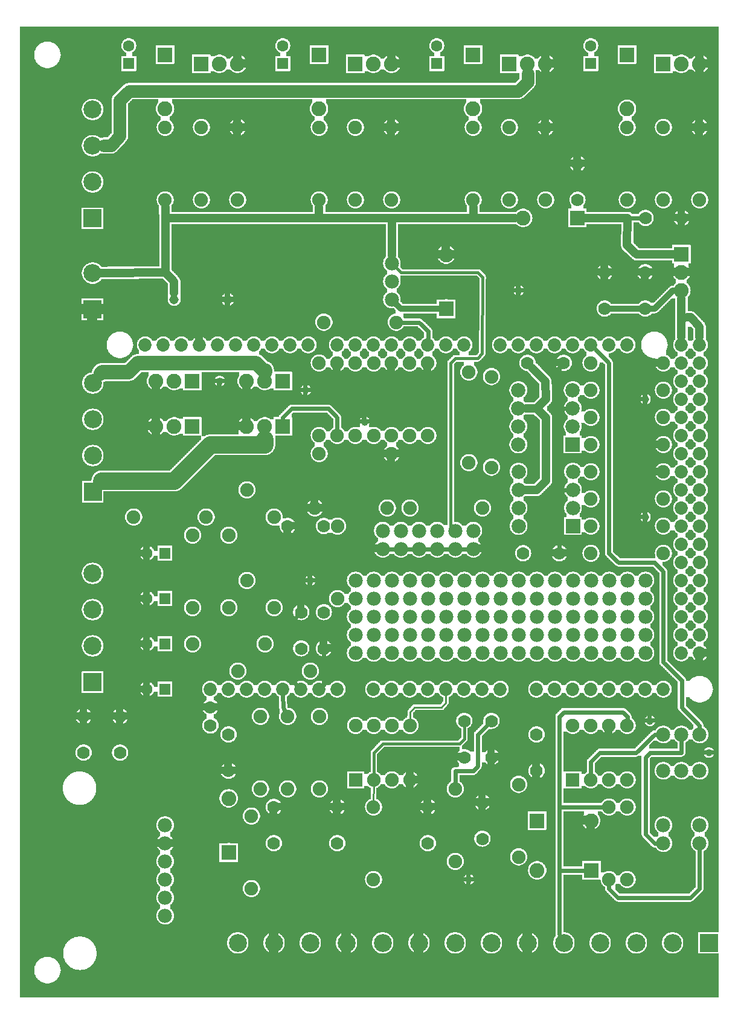
<source format=gbl>
G04 MADE WITH FRITZING*
G04 WWW.FRITZING.ORG*
G04 DOUBLE SIDED*
G04 HOLES PLATED*
G04 CONTOUR ON CENTER OF CONTOUR VECTOR*
%ASAXBY*%
%FSLAX23Y23*%
%MOIN*%
%OFA0B0*%
%SFA1.0B1.0*%
%ADD10C,0.075000*%
%ADD11C,0.039370*%
%ADD12C,0.082000*%
%ADD13C,0.078000*%
%ADD14C,0.070000*%
%ADD15C,0.072917*%
%ADD16C,0.051496*%
%ADD17C,0.079370*%
%ADD18C,0.062992*%
%ADD19C,0.099055*%
%ADD20R,0.082000X0.082000*%
%ADD21R,0.075000X0.075000*%
%ADD22R,0.079370X0.079370*%
%ADD23R,0.062992X0.062992*%
%ADD24R,0.099055X0.099055*%
%ADD25C,0.024000*%
%ADD26C,0.048000*%
%ADD27C,0.011111*%
%ADD28C,0.016000*%
%ADD29C,0.080000*%
%ADD30C,0.095000*%
%ADD31C,0.032000*%
%LNCOPPER0*%
G90*
G70*
G54D10*
X2197Y3952D03*
X3485Y5328D03*
X1718Y3766D03*
X2118Y3766D03*
G54D11*
X1943Y3216D03*
X1143Y3441D03*
X1618Y3391D03*
X2518Y691D03*
X1643Y2341D03*
G54D12*
X3193Y741D03*
X2895Y741D03*
X2895Y1016D03*
X3193Y1016D03*
G54D10*
X1893Y1241D03*
X1893Y1541D03*
X1993Y1241D03*
X1993Y1541D03*
X2093Y1241D03*
X2093Y1541D03*
X2193Y1241D03*
X2193Y1541D03*
G54D13*
X2693Y2341D03*
X3093Y2341D03*
X2193Y2341D03*
X3393Y2341D03*
X2793Y2341D03*
X3193Y2341D03*
X2993Y2341D03*
X2493Y2341D03*
X1993Y2341D03*
X2293Y2341D03*
X3493Y2341D03*
X2593Y2341D03*
X3293Y2341D03*
X2393Y2341D03*
X2893Y2341D03*
X2093Y2341D03*
X2693Y2241D03*
X3093Y2241D03*
X2193Y2241D03*
X3393Y2241D03*
X2793Y2241D03*
X3193Y2241D03*
X2993Y2241D03*
X2493Y2241D03*
X1993Y2241D03*
X2293Y2241D03*
X3493Y2241D03*
X2593Y2241D03*
X3293Y2241D03*
X2393Y2241D03*
X2893Y2241D03*
X2093Y2241D03*
X2693Y2141D03*
X3093Y2141D03*
X2193Y2141D03*
X3393Y2141D03*
X2793Y2141D03*
X3193Y2141D03*
X2993Y2141D03*
X2493Y2141D03*
X1993Y2141D03*
X2293Y2141D03*
X3493Y2141D03*
X2593Y2141D03*
X3293Y2141D03*
X2393Y2141D03*
X2893Y2141D03*
X2093Y2141D03*
X1993Y2041D03*
X3193Y2041D03*
X2493Y2041D03*
X2793Y2041D03*
X3393Y2041D03*
X3293Y2041D03*
X2393Y2041D03*
X2193Y2041D03*
X2993Y2041D03*
X2693Y2041D03*
X2293Y2041D03*
X2093Y2041D03*
X3093Y2041D03*
X2893Y2041D03*
X2593Y2041D03*
X3493Y2041D03*
X1993Y1941D03*
X2093Y1941D03*
X2193Y1941D03*
X2293Y1941D03*
X2393Y1941D03*
X2493Y1941D03*
X2593Y1941D03*
X2693Y1941D03*
X2793Y1941D03*
X2893Y1941D03*
X2993Y1941D03*
X3093Y1941D03*
X3193Y1941D03*
X3293Y1941D03*
X3393Y1941D03*
X3493Y1941D03*
X1893Y1941D03*
X1893Y2041D03*
X1893Y2141D03*
X1893Y2241D03*
X1893Y2341D03*
X2543Y2616D03*
X2443Y2616D03*
X2343Y2616D03*
X2243Y2616D03*
X2143Y2616D03*
X2043Y2616D03*
X2543Y2616D03*
X2443Y2616D03*
X2343Y2616D03*
X2243Y2616D03*
X2143Y2616D03*
X2043Y2616D03*
X2043Y2516D03*
X2143Y2516D03*
X2243Y2516D03*
X2343Y2516D03*
X2443Y2516D03*
X2543Y2516D03*
G54D11*
X3493Y3341D03*
X3843Y1391D03*
X3518Y1566D03*
X3493Y2691D03*
X2793Y3941D03*
G54D12*
X992Y3441D03*
X892Y3441D03*
X792Y3441D03*
X1492Y3441D03*
X1392Y3441D03*
X1292Y3441D03*
X1492Y3191D03*
X1392Y3191D03*
X1292Y3191D03*
X992Y3191D03*
X892Y3191D03*
X792Y3191D03*
G54D14*
X1092Y1641D03*
X1092Y1541D03*
G54D10*
X1318Y641D03*
X1318Y1041D03*
G54D15*
X2992Y1741D03*
X1392Y1741D03*
X3092Y1741D03*
X3192Y1741D03*
X3292Y1741D03*
X3392Y1741D03*
X3692Y3141D03*
X3492Y1741D03*
X3592Y1741D03*
X1432Y3641D03*
X1992Y1741D03*
X2092Y1741D03*
X2192Y1741D03*
X2292Y1741D03*
X3692Y2341D03*
X2392Y1741D03*
X2492Y1741D03*
X2592Y1741D03*
X2692Y1741D03*
X2192Y3641D03*
X3692Y3541D03*
X3692Y2741D03*
X3692Y1941D03*
X1032Y3641D03*
X1792Y1741D03*
X1792Y3641D03*
X3692Y3341D03*
X3692Y2941D03*
X3692Y2541D03*
X3392Y3641D03*
X3692Y2141D03*
X3292Y3641D03*
X3192Y3641D03*
X3092Y3641D03*
X2992Y3641D03*
X2892Y3641D03*
X2792Y3641D03*
X2692Y3641D03*
X832Y3641D03*
X1232Y3641D03*
X1632Y3641D03*
X1192Y1741D03*
X1592Y1741D03*
X2392Y3641D03*
X1992Y3641D03*
X3692Y3641D03*
X3692Y3441D03*
X3692Y3241D03*
X3692Y3041D03*
X3692Y2841D03*
X3692Y2641D03*
X3692Y2441D03*
X3692Y2241D03*
X3692Y2041D03*
X732Y3641D03*
X932Y3641D03*
X1132Y3641D03*
X1332Y3641D03*
X1532Y3641D03*
X1092Y1741D03*
X1292Y1741D03*
X1492Y1741D03*
X1692Y1741D03*
X2492Y3641D03*
X2292Y3641D03*
X2092Y3641D03*
X1892Y3641D03*
X3792Y3641D03*
X3792Y3541D03*
X3792Y3441D03*
X3792Y3341D03*
X3792Y3241D03*
X3792Y3141D03*
X3792Y3041D03*
X3792Y2941D03*
X3792Y2841D03*
X3792Y2741D03*
X3792Y2641D03*
X3792Y2541D03*
X3792Y2441D03*
X3792Y2341D03*
X3792Y2241D03*
X3792Y2141D03*
X3792Y2041D03*
X3792Y1941D03*
X2892Y1741D03*
G54D12*
X2393Y3841D03*
X2393Y4139D03*
G54D10*
X1243Y1841D03*
X1643Y1841D03*
G54D13*
X842Y991D03*
X842Y891D03*
X842Y791D03*
X842Y691D03*
X842Y591D03*
X842Y491D03*
G54D10*
X3092Y1241D03*
X3092Y1541D03*
X3192Y1241D03*
X3192Y1541D03*
X3292Y1241D03*
X3292Y1541D03*
X3392Y1241D03*
X3392Y1541D03*
G54D13*
X3592Y1291D03*
X3692Y1291D03*
X3792Y1291D03*
X3792Y1491D03*
X3692Y1491D03*
X3592Y1491D03*
X2093Y3891D03*
X2093Y3991D03*
X2093Y4091D03*
G54D10*
X3292Y1091D03*
X3292Y691D03*
X3392Y1091D03*
X3392Y691D03*
G54D13*
X3592Y991D03*
X3592Y891D03*
X3792Y991D03*
X3792Y891D03*
G54D10*
X3592Y2491D03*
X3192Y2491D03*
X2292Y3541D03*
X2292Y3141D03*
X1792Y3541D03*
X1792Y3141D03*
X3592Y3091D03*
X3192Y3091D03*
X3592Y2941D03*
X3192Y2941D03*
X2092Y3541D03*
X2092Y3141D03*
X2092Y3041D03*
X1692Y3041D03*
X3592Y3541D03*
X3192Y3541D03*
G54D12*
X3692Y4141D03*
X3692Y4041D03*
X3692Y3941D03*
G54D14*
X3693Y4341D03*
X3493Y4341D03*
X3492Y4041D03*
X3492Y3841D03*
X3118Y4641D03*
X3118Y4441D03*
X3268Y4041D03*
X3268Y3841D03*
G54D12*
X3116Y4341D03*
X2818Y4341D03*
G54D16*
X892Y3891D03*
X1187Y3891D03*
G54D17*
X3093Y2641D03*
X2793Y2641D03*
X3093Y2741D03*
X2793Y2741D03*
X3093Y2841D03*
X2793Y2841D03*
X3093Y2941D03*
X2793Y2941D03*
X3092Y3091D03*
X2792Y3091D03*
X3092Y3191D03*
X2792Y3191D03*
X3092Y3291D03*
X2792Y3291D03*
X3092Y3391D03*
X2792Y3391D03*
G54D10*
X3592Y2641D03*
X3192Y2641D03*
X2192Y3541D03*
X2192Y3141D03*
X1892Y3541D03*
X1892Y3141D03*
X3592Y3241D03*
X3192Y3241D03*
X3592Y2791D03*
X3192Y2791D03*
X1993Y3541D03*
X1993Y3141D03*
X1692Y3541D03*
X1692Y3141D03*
X3592Y3391D03*
X3192Y3391D03*
G54D14*
X3018Y2491D03*
X2818Y2491D03*
X3042Y3541D03*
X2842Y3541D03*
G54D10*
X1443Y2191D03*
X1443Y2691D03*
X2518Y2991D03*
X2518Y3491D03*
X1293Y2841D03*
X1293Y2341D03*
X2643Y3466D03*
X2643Y2966D03*
X1193Y2191D03*
X1193Y2591D03*
X668Y2691D03*
X1068Y2691D03*
X993Y1991D03*
X1393Y1991D03*
X993Y2191D03*
X993Y2591D03*
G54D18*
X841Y1991D03*
X742Y1991D03*
X841Y2491D03*
X742Y2491D03*
X841Y1741D03*
X742Y1741D03*
X841Y2241D03*
X742Y2241D03*
G54D10*
X2068Y2741D03*
X1668Y2741D03*
X1693Y1591D03*
X1693Y1191D03*
X1518Y1591D03*
X1518Y1191D03*
G54D14*
X2493Y1366D03*
X2493Y1566D03*
X1792Y1091D03*
X1792Y891D03*
X1192Y1291D03*
X1192Y1491D03*
X1442Y1091D03*
X1442Y891D03*
G54D10*
X1992Y691D03*
X1992Y1091D03*
X1368Y1191D03*
X1368Y1591D03*
G54D12*
X1193Y841D03*
X1193Y1139D03*
G54D19*
X443Y2830D03*
X443Y3030D03*
X443Y3230D03*
X443Y3430D03*
X3843Y341D03*
X3643Y341D03*
X3443Y341D03*
X3243Y341D03*
X3043Y341D03*
X2843Y341D03*
X2643Y341D03*
X2443Y341D03*
X2243Y341D03*
X2043Y341D03*
X1843Y341D03*
X1643Y341D03*
X1443Y341D03*
X1243Y341D03*
G54D14*
X2892Y1291D03*
X2892Y1491D03*
X1593Y1966D03*
X1593Y2166D03*
X2643Y1366D03*
X2643Y1566D03*
X392Y1591D03*
X392Y1391D03*
X593Y1591D03*
X593Y1391D03*
X2593Y1116D03*
X2593Y916D03*
X2292Y1091D03*
X2292Y891D03*
G54D10*
X2793Y816D03*
X2793Y1216D03*
X2443Y791D03*
X2443Y1191D03*
X2593Y2741D03*
X2193Y2741D03*
G54D14*
X1518Y2641D03*
X1718Y2641D03*
X1718Y1966D03*
X1718Y2166D03*
G54D10*
X1793Y2641D03*
X1793Y2241D03*
X842Y4441D03*
X842Y4841D03*
X2542Y4441D03*
X2542Y4841D03*
X1692Y4441D03*
X1692Y4841D03*
X3392Y4441D03*
X3392Y4841D03*
G54D18*
X642Y5193D03*
X642Y5291D03*
X2342Y5193D03*
X2342Y5291D03*
X1492Y5193D03*
X1492Y5291D03*
X3192Y5193D03*
X3192Y5291D03*
G54D12*
X842Y5241D03*
X842Y4943D03*
X2542Y5241D03*
X2542Y4943D03*
X1692Y5241D03*
X1692Y4943D03*
X3392Y5241D03*
X3392Y4943D03*
X1042Y5191D03*
X1142Y5191D03*
X1242Y5191D03*
X2742Y5191D03*
X2842Y5191D03*
X2942Y5191D03*
X1892Y5191D03*
X1992Y5191D03*
X2092Y5191D03*
X3592Y5191D03*
X3692Y5191D03*
X3792Y5191D03*
G54D10*
X1042Y4441D03*
X1042Y4841D03*
X2742Y4441D03*
X2742Y4841D03*
X1892Y4441D03*
X1892Y4841D03*
X3592Y4441D03*
X3592Y4841D03*
X1242Y4441D03*
X1242Y4841D03*
X2942Y4441D03*
X2942Y4841D03*
X2092Y4441D03*
X2092Y4841D03*
X3792Y4441D03*
X3792Y4841D03*
G54D19*
X442Y3837D03*
X442Y4037D03*
X442Y1780D03*
X442Y1980D03*
X442Y2180D03*
X442Y2380D03*
X442Y4340D03*
X442Y4540D03*
X442Y4740D03*
X442Y4940D03*
G54D20*
X3194Y741D03*
X2894Y1016D03*
G54D21*
X1893Y1241D03*
G54D20*
X992Y3441D03*
X1492Y3441D03*
X1492Y3191D03*
X992Y3191D03*
X2393Y3840D03*
G54D21*
X3092Y1241D03*
G54D20*
X3692Y4141D03*
X3117Y4341D03*
G54D22*
X3093Y2641D03*
X3092Y3091D03*
G54D23*
X841Y1991D03*
X841Y2491D03*
X841Y1741D03*
X841Y2241D03*
G54D20*
X1193Y840D03*
G54D24*
X443Y2830D03*
X3843Y341D03*
G54D23*
X642Y5193D03*
X2342Y5193D03*
X1492Y5193D03*
X3192Y5193D03*
G54D20*
X842Y5242D03*
X2542Y5242D03*
X1692Y5242D03*
X3392Y5242D03*
X1042Y5191D03*
X2742Y5191D03*
X1892Y5191D03*
X3592Y5191D03*
G54D24*
X442Y3837D03*
X442Y1780D03*
X442Y4340D03*
G54D25*
X3019Y2841D02*
X3018Y2518D01*
D02*
X3062Y2841D02*
X3019Y2841D01*
D02*
X3019Y3293D02*
X3019Y2841D01*
D02*
X3061Y3292D02*
X3019Y3293D01*
D02*
X3019Y3517D02*
X3019Y3293D01*
D02*
X3024Y3523D02*
X3019Y3517D01*
D02*
X2113Y2516D02*
X2073Y2516D01*
D02*
X2173Y2516D02*
X2213Y2516D01*
D02*
X2273Y2516D02*
X2313Y2516D01*
D02*
X2373Y2516D02*
X2413Y2516D01*
D02*
X2473Y2516D02*
X2513Y2516D01*
G54D26*
D02*
X2543Y4402D02*
X2543Y4341D01*
D02*
X2775Y4341D02*
X2543Y4341D01*
D02*
X2094Y4341D02*
X2543Y4341D01*
D02*
X2094Y4341D02*
X2093Y4133D01*
D02*
X1692Y4341D02*
X2094Y4341D01*
D02*
X1692Y4341D02*
X1692Y4402D01*
D02*
X1193Y4341D02*
X1692Y4341D01*
D02*
X843Y4341D02*
X1193Y4341D01*
D02*
X843Y4341D02*
X843Y4402D01*
D02*
X843Y4341D02*
X843Y4041D01*
D02*
X892Y3990D02*
X843Y4041D01*
D02*
X843Y4041D02*
X494Y4037D01*
D02*
X892Y3929D02*
X892Y3990D01*
D02*
X2943Y3241D02*
X2943Y2890D01*
D02*
X2894Y2841D02*
X2943Y2890D01*
D02*
X2835Y2841D02*
X2894Y2841D01*
D02*
X2892Y3290D02*
X2943Y3241D01*
D02*
X2834Y3291D02*
X2892Y3290D01*
D02*
X2892Y3290D02*
X2944Y3341D01*
D02*
X2944Y3341D02*
X2940Y3441D01*
D02*
X2940Y3441D02*
X2868Y3515D01*
G54D25*
D02*
X2243Y3766D02*
X2294Y3717D01*
D02*
X2294Y3717D02*
X2293Y3672D01*
D02*
X2147Y3766D02*
X2243Y3766D01*
G54D26*
D02*
X3394Y4341D02*
X3392Y4190D01*
D02*
X3392Y4190D02*
X3444Y4141D01*
D02*
X3159Y4341D02*
X3394Y4341D01*
G54D25*
D02*
X3394Y4341D02*
X3467Y4341D01*
G54D26*
D02*
X3444Y4141D02*
X3649Y4141D01*
D02*
X3792Y3741D02*
X3792Y3683D01*
D02*
X3743Y3793D02*
X3792Y3741D01*
D02*
X3692Y3791D02*
X3743Y3793D01*
D02*
X3692Y3791D02*
X3692Y3898D01*
D02*
X3692Y3683D02*
X3692Y3791D01*
G54D25*
D02*
X1718Y1766D02*
X1714Y1762D01*
D02*
X1718Y1940D02*
X1718Y1766D01*
D02*
X1518Y1816D02*
X1571Y1763D01*
D02*
X1518Y2091D02*
X1518Y1816D01*
D02*
X1575Y2148D02*
X1518Y2091D01*
D02*
X3393Y1591D02*
X3393Y1570D01*
D02*
X3368Y1616D02*
X3393Y1591D01*
D02*
X3043Y1616D02*
X3368Y1616D01*
D02*
X3018Y1591D02*
X3043Y1616D01*
D02*
X3018Y1091D02*
X3018Y1591D01*
D02*
X3018Y1091D02*
X3264Y1091D01*
D02*
X3019Y741D02*
X3018Y1091D01*
D02*
X3019Y741D02*
X3161Y741D01*
D02*
X3019Y390D02*
X3019Y741D01*
D02*
X3025Y378D02*
X3019Y390D01*
G54D27*
D02*
X2217Y1641D02*
X2369Y1641D01*
D02*
X2391Y1667D02*
X2392Y1717D01*
D02*
X2369Y1641D02*
X2391Y1667D01*
D02*
X2195Y1616D02*
X2217Y1641D01*
D02*
X2194Y1564D02*
X2195Y1616D01*
D02*
X1993Y1218D02*
X1992Y1115D01*
G54D28*
D02*
X2469Y1441D02*
X2043Y1441D01*
D02*
X2043Y1441D02*
X1994Y1391D01*
D02*
X2494Y1467D02*
X2469Y1441D01*
D02*
X1994Y1391D02*
X1993Y1265D01*
D02*
X2493Y1546D02*
X2494Y1467D01*
G54D25*
D02*
X2443Y1290D02*
X2543Y1290D01*
D02*
X2568Y1317D02*
X2568Y1490D01*
D02*
X2543Y1290D02*
X2568Y1317D01*
D02*
X2443Y1220D02*
X2443Y1290D01*
D02*
X2568Y1490D02*
X2625Y1548D01*
D02*
X1493Y1641D02*
X1492Y1711D01*
D02*
X1505Y1617D02*
X1493Y1641D01*
G54D14*
D02*
X643Y5041D02*
X2792Y5041D01*
D02*
X2792Y5041D02*
X2843Y5090D01*
D02*
X592Y4990D02*
X643Y5041D01*
D02*
X2843Y5090D02*
X2843Y5137D01*
D02*
X592Y4793D02*
X592Y4990D01*
D02*
X543Y4741D02*
X592Y4793D01*
D02*
X505Y4741D02*
X543Y4741D01*
G54D25*
D02*
X3292Y3541D02*
X3292Y2491D01*
D02*
X3213Y3620D02*
X3292Y3541D01*
D02*
X3292Y2491D02*
X3343Y2441D01*
D02*
X3543Y2441D02*
X3592Y2391D01*
D02*
X3343Y2441D02*
X3543Y2441D01*
D02*
X3592Y1890D02*
X3695Y1790D01*
D02*
X3592Y2391D02*
X3592Y1890D01*
G54D29*
D02*
X1344Y3541D02*
X1393Y3491D01*
D02*
X1393Y3491D02*
X1393Y3501D01*
D02*
X692Y3541D02*
X1344Y3541D01*
D02*
X642Y3491D02*
X692Y3541D01*
D02*
X493Y3491D02*
X642Y3491D01*
D02*
X487Y3483D02*
X493Y3491D01*
G54D25*
D02*
X1744Y3290D02*
X1792Y3241D01*
D02*
X1792Y3241D02*
X1792Y3170D01*
D02*
X1540Y3290D02*
X1744Y3290D01*
D02*
X1492Y3241D02*
X1540Y3290D01*
D02*
X1492Y3224D02*
X1492Y3241D01*
G54D30*
D02*
X1392Y3090D02*
X1392Y3120D01*
D02*
X492Y2890D02*
X892Y2890D01*
D02*
X892Y2890D02*
X1092Y3090D01*
D02*
X1092Y3090D02*
X1392Y3090D01*
D02*
X494Y2892D02*
X492Y2890D01*
G54D31*
D02*
X2143Y3841D02*
X2118Y3866D01*
D02*
X2356Y3841D02*
X2143Y3841D01*
G54D28*
D02*
X2417Y3541D02*
X2417Y2641D01*
D02*
X2417Y2641D02*
X2426Y2633D01*
D02*
X2443Y3567D02*
X2417Y3541D01*
D02*
X2569Y4041D02*
X2595Y4016D01*
D02*
X2595Y4016D02*
X2592Y3593D01*
D02*
X2143Y4041D02*
X2569Y4041D01*
D02*
X2111Y4074D02*
X2143Y4041D01*
D02*
X2592Y3593D02*
X2569Y3567D01*
D02*
X2569Y3567D02*
X2443Y3567D01*
G54D25*
D02*
X3693Y1641D02*
X3695Y1790D01*
D02*
X3792Y1541D02*
X3693Y1641D01*
D02*
X3792Y1522D02*
X3792Y1541D01*
D02*
X3742Y591D02*
X3792Y641D01*
D02*
X3292Y641D02*
X3342Y591D01*
D02*
X3292Y663D02*
X3292Y641D01*
D02*
X3543Y890D02*
X3562Y891D01*
D02*
X3494Y941D02*
X3543Y890D01*
D02*
X3493Y1366D02*
X3494Y941D01*
D02*
X3518Y1391D02*
X3493Y1366D01*
D02*
X3692Y1391D02*
X3518Y1391D01*
D02*
X3692Y1461D02*
X3692Y1391D01*
D02*
X3543Y1491D02*
X3562Y1491D01*
D02*
X3442Y1391D02*
X3543Y1491D01*
D02*
X3242Y1391D02*
X3442Y1391D01*
D02*
X3192Y1341D02*
X3242Y1391D01*
D02*
X3192Y1270D02*
X3192Y1341D01*
G54D31*
D02*
X3544Y3841D02*
X3524Y3841D01*
D02*
X3644Y3941D02*
X3544Y3841D01*
D02*
X3654Y3941D02*
X3644Y3941D01*
D02*
X3460Y3841D02*
X3300Y3841D01*
G54D25*
D02*
X3342Y591D02*
X3742Y591D01*
D02*
X3792Y641D02*
X3792Y861D01*
G36*
X2140Y4023D02*
X2140Y4001D01*
X2142Y4001D01*
X2142Y3981D01*
X2140Y3981D01*
X2140Y3975D01*
X2138Y3975D01*
X2138Y3971D01*
X2136Y3971D01*
X2136Y3967D01*
X2134Y3967D01*
X2134Y3963D01*
X2132Y3963D01*
X2132Y3961D01*
X2130Y3961D01*
X2130Y3959D01*
X2128Y3959D01*
X2128Y3957D01*
X2126Y3957D01*
X2126Y3955D01*
X2124Y3955D01*
X2124Y3953D01*
X2122Y3953D01*
X2122Y3951D01*
X2120Y3951D01*
X2120Y3931D01*
X2124Y3931D01*
X2124Y3929D01*
X2126Y3929D01*
X2126Y3927D01*
X2128Y3927D01*
X2128Y3925D01*
X2130Y3925D01*
X2130Y3923D01*
X2132Y3923D01*
X2132Y3921D01*
X2134Y3921D01*
X2134Y3917D01*
X2136Y3917D01*
X2136Y3913D01*
X2138Y3913D01*
X2138Y3909D01*
X2140Y3909D01*
X2140Y3901D01*
X2142Y3901D01*
X2142Y3893D01*
X2402Y3893D01*
X2402Y3891D01*
X2444Y3891D01*
X2444Y3789D01*
X2576Y3789D01*
X2576Y4011D01*
X2574Y4011D01*
X2574Y4013D01*
X2572Y4013D01*
X2572Y4015D01*
X2570Y4015D01*
X2570Y4017D01*
X2568Y4017D01*
X2568Y4019D01*
X2566Y4019D01*
X2566Y4021D01*
X2564Y4021D01*
X2564Y4023D01*
X2140Y4023D01*
G37*
D02*
G36*
X2142Y3893D02*
X2142Y3879D01*
X2144Y3879D01*
X2144Y3877D01*
X2146Y3877D01*
X2146Y3875D01*
X2148Y3875D01*
X2148Y3873D01*
X2150Y3873D01*
X2150Y3871D01*
X2152Y3871D01*
X2152Y3869D01*
X2154Y3869D01*
X2154Y3867D01*
X2342Y3867D01*
X2342Y3891D01*
X2386Y3891D01*
X2386Y3893D01*
X2142Y3893D01*
G37*
D02*
G36*
X2156Y3815D02*
X2156Y3793D01*
X2158Y3793D01*
X2158Y3791D01*
X2160Y3791D01*
X2160Y3789D01*
X2342Y3789D01*
X2342Y3815D01*
X2156Y3815D01*
G37*
D02*
G36*
X2246Y3789D02*
X2246Y3787D01*
X2576Y3787D01*
X2576Y3789D01*
X2246Y3789D01*
G37*
D02*
G36*
X2246Y3789D02*
X2246Y3787D01*
X2576Y3787D01*
X2576Y3789D01*
X2246Y3789D01*
G37*
D02*
G36*
X2252Y3787D02*
X2252Y3785D01*
X2256Y3785D01*
X2256Y3783D01*
X2258Y3783D01*
X2258Y3781D01*
X2260Y3781D01*
X2260Y3779D01*
X2262Y3779D01*
X2262Y3777D01*
X2264Y3777D01*
X2264Y3775D01*
X2266Y3775D01*
X2266Y3773D01*
X2268Y3773D01*
X2268Y3771D01*
X2272Y3771D01*
X2272Y3769D01*
X2274Y3769D01*
X2274Y3767D01*
X2276Y3767D01*
X2276Y3765D01*
X2278Y3765D01*
X2278Y3763D01*
X2280Y3763D01*
X2280Y3761D01*
X2282Y3761D01*
X2282Y3759D01*
X2284Y3759D01*
X2284Y3757D01*
X2286Y3757D01*
X2286Y3755D01*
X2288Y3755D01*
X2288Y3753D01*
X2290Y3753D01*
X2290Y3751D01*
X2292Y3751D01*
X2292Y3749D01*
X2294Y3749D01*
X2294Y3747D01*
X2296Y3747D01*
X2296Y3745D01*
X2298Y3745D01*
X2298Y3743D01*
X2300Y3743D01*
X2300Y3741D01*
X2302Y3741D01*
X2302Y3739D01*
X2304Y3739D01*
X2304Y3737D01*
X2306Y3737D01*
X2306Y3735D01*
X2308Y3735D01*
X2308Y3733D01*
X2310Y3733D01*
X2310Y3731D01*
X2312Y3731D01*
X2312Y3729D01*
X2314Y3729D01*
X2314Y3725D01*
X2316Y3725D01*
X2316Y3689D01*
X2496Y3689D01*
X2496Y3687D01*
X2506Y3687D01*
X2506Y3685D01*
X2512Y3685D01*
X2512Y3683D01*
X2514Y3683D01*
X2514Y3681D01*
X2518Y3681D01*
X2518Y3679D01*
X2520Y3679D01*
X2520Y3677D01*
X2524Y3677D01*
X2524Y3675D01*
X2526Y3675D01*
X2526Y3673D01*
X2528Y3673D01*
X2528Y3669D01*
X2530Y3669D01*
X2530Y3667D01*
X2532Y3667D01*
X2532Y3663D01*
X2534Y3663D01*
X2534Y3659D01*
X2536Y3659D01*
X2536Y3653D01*
X2538Y3653D01*
X2538Y3631D01*
X2536Y3631D01*
X2536Y3625D01*
X2534Y3625D01*
X2534Y3621D01*
X2532Y3621D01*
X2532Y3617D01*
X2530Y3617D01*
X2530Y3613D01*
X2528Y3613D01*
X2528Y3611D01*
X2526Y3611D01*
X2526Y3609D01*
X2524Y3609D01*
X2524Y3607D01*
X2522Y3607D01*
X2522Y3605D01*
X2518Y3605D01*
X2518Y3585D01*
X2562Y3585D01*
X2562Y3587D01*
X2564Y3587D01*
X2564Y3589D01*
X2566Y3589D01*
X2566Y3593D01*
X2568Y3593D01*
X2568Y3595D01*
X2570Y3595D01*
X2570Y3597D01*
X2572Y3597D01*
X2572Y3599D01*
X2574Y3599D01*
X2574Y3721D01*
X2576Y3721D01*
X2576Y3787D01*
X2252Y3787D01*
G37*
D02*
G36*
X2316Y3689D02*
X2316Y3681D01*
X2318Y3681D01*
X2318Y3679D01*
X2320Y3679D01*
X2320Y3677D01*
X2324Y3677D01*
X2324Y3675D01*
X2326Y3675D01*
X2326Y3673D01*
X2328Y3673D01*
X2328Y3669D01*
X2330Y3669D01*
X2330Y3667D01*
X2332Y3667D01*
X2332Y3663D01*
X2352Y3663D01*
X2352Y3667D01*
X2354Y3667D01*
X2354Y3669D01*
X2356Y3669D01*
X2356Y3671D01*
X2358Y3671D01*
X2358Y3675D01*
X2360Y3675D01*
X2360Y3677D01*
X2364Y3677D01*
X2364Y3679D01*
X2366Y3679D01*
X2366Y3681D01*
X2370Y3681D01*
X2370Y3683D01*
X2374Y3683D01*
X2374Y3685D01*
X2378Y3685D01*
X2378Y3687D01*
X2388Y3687D01*
X2388Y3689D01*
X2316Y3689D01*
G37*
D02*
G36*
X2396Y3689D02*
X2396Y3687D01*
X2406Y3687D01*
X2406Y3685D01*
X2412Y3685D01*
X2412Y3683D01*
X2414Y3683D01*
X2414Y3681D01*
X2418Y3681D01*
X2418Y3679D01*
X2420Y3679D01*
X2420Y3677D01*
X2424Y3677D01*
X2424Y3675D01*
X2426Y3675D01*
X2426Y3673D01*
X2428Y3673D01*
X2428Y3669D01*
X2430Y3669D01*
X2430Y3667D01*
X2432Y3667D01*
X2432Y3663D01*
X2452Y3663D01*
X2452Y3667D01*
X2454Y3667D01*
X2454Y3669D01*
X2456Y3669D01*
X2456Y3671D01*
X2458Y3671D01*
X2458Y3675D01*
X2460Y3675D01*
X2460Y3677D01*
X2464Y3677D01*
X2464Y3679D01*
X2466Y3679D01*
X2466Y3681D01*
X2470Y3681D01*
X2470Y3683D01*
X2474Y3683D01*
X2474Y3685D01*
X2478Y3685D01*
X2478Y3687D01*
X2488Y3687D01*
X2488Y3689D01*
X2396Y3689D01*
G37*
D02*
G36*
X3726Y3741D02*
X3726Y3673D01*
X3728Y3673D01*
X3728Y3669D01*
X3730Y3669D01*
X3730Y3667D01*
X3732Y3667D01*
X3732Y3663D01*
X3752Y3663D01*
X3752Y3667D01*
X3754Y3667D01*
X3754Y3669D01*
X3756Y3669D01*
X3756Y3671D01*
X3758Y3671D01*
X3758Y3729D01*
X3756Y3729D01*
X3756Y3731D01*
X3754Y3731D01*
X3754Y3733D01*
X3752Y3733D01*
X3752Y3735D01*
X3750Y3735D01*
X3750Y3737D01*
X3748Y3737D01*
X3748Y3739D01*
X3746Y3739D01*
X3746Y3741D01*
X3726Y3741D01*
G37*
D02*
G36*
X1832Y3621D02*
X1832Y3617D01*
X1830Y3617D01*
X1830Y3613D01*
X1828Y3613D01*
X1828Y3611D01*
X1826Y3611D01*
X1826Y3609D01*
X1824Y3609D01*
X1824Y3607D01*
X1822Y3607D01*
X1822Y3605D01*
X1818Y3605D01*
X1818Y3603D01*
X1816Y3603D01*
X1816Y3581D01*
X1820Y3581D01*
X1820Y3579D01*
X1822Y3579D01*
X1822Y3577D01*
X1824Y3577D01*
X1824Y3575D01*
X1826Y3575D01*
X1826Y3573D01*
X1828Y3573D01*
X1828Y3571D01*
X1830Y3571D01*
X1830Y3569D01*
X1832Y3569D01*
X1832Y3565D01*
X1852Y3565D01*
X1852Y3569D01*
X1854Y3569D01*
X1854Y3571D01*
X1856Y3571D01*
X1856Y3573D01*
X1858Y3573D01*
X1858Y3575D01*
X1860Y3575D01*
X1860Y3577D01*
X1862Y3577D01*
X1862Y3579D01*
X1864Y3579D01*
X1864Y3581D01*
X1868Y3581D01*
X1868Y3603D01*
X1866Y3603D01*
X1866Y3605D01*
X1862Y3605D01*
X1862Y3607D01*
X1860Y3607D01*
X1860Y3609D01*
X1858Y3609D01*
X1858Y3611D01*
X1856Y3611D01*
X1856Y3615D01*
X1854Y3615D01*
X1854Y3617D01*
X1852Y3617D01*
X1852Y3621D01*
X1832Y3621D01*
G37*
D02*
G36*
X1932Y3621D02*
X1932Y3617D01*
X1930Y3617D01*
X1930Y3613D01*
X1928Y3613D01*
X1928Y3611D01*
X1926Y3611D01*
X1926Y3609D01*
X1924Y3609D01*
X1924Y3607D01*
X1922Y3607D01*
X1922Y3605D01*
X1918Y3605D01*
X1918Y3603D01*
X1916Y3603D01*
X1916Y3581D01*
X1920Y3581D01*
X1920Y3579D01*
X1922Y3579D01*
X1922Y3577D01*
X1924Y3577D01*
X1924Y3575D01*
X1926Y3575D01*
X1926Y3573D01*
X1928Y3573D01*
X1928Y3571D01*
X1930Y3571D01*
X1930Y3569D01*
X1932Y3569D01*
X1932Y3565D01*
X1952Y3565D01*
X1952Y3567D01*
X1954Y3567D01*
X1954Y3569D01*
X1956Y3569D01*
X1956Y3573D01*
X1958Y3573D01*
X1958Y3575D01*
X1960Y3575D01*
X1960Y3577D01*
X1962Y3577D01*
X1962Y3579D01*
X1966Y3579D01*
X1966Y3581D01*
X1968Y3581D01*
X1968Y3603D01*
X1966Y3603D01*
X1966Y3605D01*
X1962Y3605D01*
X1962Y3607D01*
X1960Y3607D01*
X1960Y3609D01*
X1958Y3609D01*
X1958Y3611D01*
X1956Y3611D01*
X1956Y3615D01*
X1954Y3615D01*
X1954Y3617D01*
X1952Y3617D01*
X1952Y3621D01*
X1932Y3621D01*
G37*
D02*
G36*
X2032Y3621D02*
X2032Y3617D01*
X2030Y3617D01*
X2030Y3613D01*
X2028Y3613D01*
X2028Y3611D01*
X2026Y3611D01*
X2026Y3609D01*
X2024Y3609D01*
X2024Y3607D01*
X2022Y3607D01*
X2022Y3605D01*
X2018Y3605D01*
X2018Y3603D01*
X2016Y3603D01*
X2016Y3583D01*
X2018Y3583D01*
X2018Y3581D01*
X2022Y3581D01*
X2022Y3579D01*
X2024Y3579D01*
X2024Y3577D01*
X2026Y3577D01*
X2026Y3575D01*
X2028Y3575D01*
X2028Y3573D01*
X2030Y3573D01*
X2030Y3571D01*
X2032Y3571D01*
X2032Y3567D01*
X2052Y3567D01*
X2052Y3569D01*
X2054Y3569D01*
X2054Y3571D01*
X2056Y3571D01*
X2056Y3573D01*
X2058Y3573D01*
X2058Y3575D01*
X2060Y3575D01*
X2060Y3577D01*
X2062Y3577D01*
X2062Y3579D01*
X2064Y3579D01*
X2064Y3581D01*
X2068Y3581D01*
X2068Y3603D01*
X2066Y3603D01*
X2066Y3605D01*
X2062Y3605D01*
X2062Y3607D01*
X2060Y3607D01*
X2060Y3609D01*
X2058Y3609D01*
X2058Y3611D01*
X2056Y3611D01*
X2056Y3615D01*
X2054Y3615D01*
X2054Y3617D01*
X2052Y3617D01*
X2052Y3621D01*
X2032Y3621D01*
G37*
D02*
G36*
X2132Y3621D02*
X2132Y3617D01*
X2130Y3617D01*
X2130Y3613D01*
X2128Y3613D01*
X2128Y3611D01*
X2126Y3611D01*
X2126Y3609D01*
X2124Y3609D01*
X2124Y3607D01*
X2122Y3607D01*
X2122Y3605D01*
X2118Y3605D01*
X2118Y3603D01*
X2116Y3603D01*
X2116Y3581D01*
X2120Y3581D01*
X2120Y3579D01*
X2122Y3579D01*
X2122Y3577D01*
X2124Y3577D01*
X2124Y3575D01*
X2126Y3575D01*
X2126Y3573D01*
X2128Y3573D01*
X2128Y3571D01*
X2130Y3571D01*
X2130Y3569D01*
X2132Y3569D01*
X2132Y3565D01*
X2152Y3565D01*
X2152Y3569D01*
X2154Y3569D01*
X2154Y3571D01*
X2156Y3571D01*
X2156Y3573D01*
X2158Y3573D01*
X2158Y3575D01*
X2160Y3575D01*
X2160Y3577D01*
X2162Y3577D01*
X2162Y3579D01*
X2164Y3579D01*
X2164Y3581D01*
X2168Y3581D01*
X2168Y3603D01*
X2166Y3603D01*
X2166Y3605D01*
X2162Y3605D01*
X2162Y3607D01*
X2160Y3607D01*
X2160Y3609D01*
X2158Y3609D01*
X2158Y3611D01*
X2156Y3611D01*
X2156Y3615D01*
X2154Y3615D01*
X2154Y3617D01*
X2152Y3617D01*
X2152Y3621D01*
X2132Y3621D01*
G37*
D02*
G36*
X2232Y3621D02*
X2232Y3617D01*
X2230Y3617D01*
X2230Y3613D01*
X2228Y3613D01*
X2228Y3611D01*
X2226Y3611D01*
X2226Y3609D01*
X2224Y3609D01*
X2224Y3607D01*
X2222Y3607D01*
X2222Y3605D01*
X2218Y3605D01*
X2218Y3603D01*
X2216Y3603D01*
X2216Y3581D01*
X2220Y3581D01*
X2220Y3579D01*
X2222Y3579D01*
X2222Y3577D01*
X2224Y3577D01*
X2224Y3575D01*
X2226Y3575D01*
X2226Y3573D01*
X2228Y3573D01*
X2228Y3571D01*
X2230Y3571D01*
X2230Y3569D01*
X2232Y3569D01*
X2232Y3565D01*
X2252Y3565D01*
X2252Y3569D01*
X2254Y3569D01*
X2254Y3571D01*
X2256Y3571D01*
X2256Y3573D01*
X2258Y3573D01*
X2258Y3575D01*
X2260Y3575D01*
X2260Y3577D01*
X2262Y3577D01*
X2262Y3579D01*
X2264Y3579D01*
X2264Y3581D01*
X2268Y3581D01*
X2268Y3603D01*
X2266Y3603D01*
X2266Y3605D01*
X2262Y3605D01*
X2262Y3607D01*
X2260Y3607D01*
X2260Y3609D01*
X2258Y3609D01*
X2258Y3611D01*
X2256Y3611D01*
X2256Y3615D01*
X2254Y3615D01*
X2254Y3617D01*
X2252Y3617D01*
X2252Y3621D01*
X2232Y3621D01*
G37*
D02*
G36*
X3732Y3621D02*
X3732Y3617D01*
X3730Y3617D01*
X3730Y3613D01*
X3728Y3613D01*
X3728Y3611D01*
X3726Y3611D01*
X3726Y3609D01*
X3724Y3609D01*
X3724Y3607D01*
X3722Y3607D01*
X3722Y3605D01*
X3718Y3605D01*
X3718Y3603D01*
X3716Y3603D01*
X3716Y3601D01*
X3714Y3601D01*
X3714Y3581D01*
X3718Y3581D01*
X3718Y3579D01*
X3720Y3579D01*
X3720Y3577D01*
X3724Y3577D01*
X3724Y3575D01*
X3726Y3575D01*
X3726Y3573D01*
X3728Y3573D01*
X3728Y3569D01*
X3730Y3569D01*
X3730Y3567D01*
X3732Y3567D01*
X3732Y3563D01*
X3752Y3563D01*
X3752Y3567D01*
X3754Y3567D01*
X3754Y3569D01*
X3756Y3569D01*
X3756Y3571D01*
X3758Y3571D01*
X3758Y3575D01*
X3760Y3575D01*
X3760Y3577D01*
X3764Y3577D01*
X3764Y3579D01*
X3766Y3579D01*
X3766Y3581D01*
X3770Y3581D01*
X3770Y3601D01*
X3768Y3601D01*
X3768Y3603D01*
X3766Y3603D01*
X3766Y3605D01*
X3762Y3605D01*
X3762Y3607D01*
X3760Y3607D01*
X3760Y3609D01*
X3758Y3609D01*
X3758Y3611D01*
X3756Y3611D01*
X3756Y3615D01*
X3754Y3615D01*
X3754Y3617D01*
X3752Y3617D01*
X3752Y3621D01*
X3732Y3621D01*
G37*
D02*
G36*
X3732Y3521D02*
X3732Y3517D01*
X3730Y3517D01*
X3730Y3513D01*
X3728Y3513D01*
X3728Y3511D01*
X3726Y3511D01*
X3726Y3509D01*
X3724Y3509D01*
X3724Y3507D01*
X3722Y3507D01*
X3722Y3505D01*
X3718Y3505D01*
X3718Y3503D01*
X3716Y3503D01*
X3716Y3501D01*
X3714Y3501D01*
X3714Y3481D01*
X3718Y3481D01*
X3718Y3479D01*
X3720Y3479D01*
X3720Y3477D01*
X3724Y3477D01*
X3724Y3475D01*
X3726Y3475D01*
X3726Y3473D01*
X3728Y3473D01*
X3728Y3469D01*
X3730Y3469D01*
X3730Y3467D01*
X3732Y3467D01*
X3732Y3463D01*
X3752Y3463D01*
X3752Y3467D01*
X3754Y3467D01*
X3754Y3469D01*
X3756Y3469D01*
X3756Y3471D01*
X3758Y3471D01*
X3758Y3475D01*
X3760Y3475D01*
X3760Y3477D01*
X3764Y3477D01*
X3764Y3479D01*
X3766Y3479D01*
X3766Y3481D01*
X3770Y3481D01*
X3770Y3501D01*
X3768Y3501D01*
X3768Y3503D01*
X3766Y3503D01*
X3766Y3505D01*
X3762Y3505D01*
X3762Y3507D01*
X3760Y3507D01*
X3760Y3509D01*
X3758Y3509D01*
X3758Y3511D01*
X3756Y3511D01*
X3756Y3515D01*
X3754Y3515D01*
X3754Y3517D01*
X3752Y3517D01*
X3752Y3521D01*
X3732Y3521D01*
G37*
D02*
G36*
X3732Y3421D02*
X3732Y3417D01*
X3730Y3417D01*
X3730Y3413D01*
X3728Y3413D01*
X3728Y3411D01*
X3726Y3411D01*
X3726Y3409D01*
X3724Y3409D01*
X3724Y3407D01*
X3722Y3407D01*
X3722Y3405D01*
X3718Y3405D01*
X3718Y3403D01*
X3716Y3403D01*
X3716Y3401D01*
X3714Y3401D01*
X3714Y3381D01*
X3718Y3381D01*
X3718Y3379D01*
X3720Y3379D01*
X3720Y3377D01*
X3724Y3377D01*
X3724Y3375D01*
X3726Y3375D01*
X3726Y3373D01*
X3728Y3373D01*
X3728Y3369D01*
X3730Y3369D01*
X3730Y3367D01*
X3732Y3367D01*
X3732Y3363D01*
X3752Y3363D01*
X3752Y3367D01*
X3754Y3367D01*
X3754Y3369D01*
X3756Y3369D01*
X3756Y3371D01*
X3758Y3371D01*
X3758Y3375D01*
X3760Y3375D01*
X3760Y3377D01*
X3764Y3377D01*
X3764Y3379D01*
X3766Y3379D01*
X3766Y3381D01*
X3770Y3381D01*
X3770Y3401D01*
X3768Y3401D01*
X3768Y3403D01*
X3766Y3403D01*
X3766Y3405D01*
X3762Y3405D01*
X3762Y3407D01*
X3760Y3407D01*
X3760Y3409D01*
X3758Y3409D01*
X3758Y3411D01*
X3756Y3411D01*
X3756Y3415D01*
X3754Y3415D01*
X3754Y3417D01*
X3752Y3417D01*
X3752Y3421D01*
X3732Y3421D01*
G37*
D02*
G36*
X3732Y3321D02*
X3732Y3317D01*
X3730Y3317D01*
X3730Y3313D01*
X3728Y3313D01*
X3728Y3311D01*
X3726Y3311D01*
X3726Y3309D01*
X3724Y3309D01*
X3724Y3307D01*
X3722Y3307D01*
X3722Y3305D01*
X3718Y3305D01*
X3718Y3303D01*
X3716Y3303D01*
X3716Y3301D01*
X3714Y3301D01*
X3714Y3281D01*
X3718Y3281D01*
X3718Y3279D01*
X3720Y3279D01*
X3720Y3277D01*
X3724Y3277D01*
X3724Y3275D01*
X3726Y3275D01*
X3726Y3273D01*
X3728Y3273D01*
X3728Y3269D01*
X3730Y3269D01*
X3730Y3267D01*
X3732Y3267D01*
X3732Y3263D01*
X3752Y3263D01*
X3752Y3267D01*
X3754Y3267D01*
X3754Y3269D01*
X3756Y3269D01*
X3756Y3271D01*
X3758Y3271D01*
X3758Y3275D01*
X3760Y3275D01*
X3760Y3277D01*
X3764Y3277D01*
X3764Y3279D01*
X3766Y3279D01*
X3766Y3281D01*
X3770Y3281D01*
X3770Y3301D01*
X3768Y3301D01*
X3768Y3303D01*
X3766Y3303D01*
X3766Y3305D01*
X3762Y3305D01*
X3762Y3307D01*
X3760Y3307D01*
X3760Y3309D01*
X3758Y3309D01*
X3758Y3311D01*
X3756Y3311D01*
X3756Y3315D01*
X3754Y3315D01*
X3754Y3317D01*
X3752Y3317D01*
X3752Y3321D01*
X3732Y3321D01*
G37*
D02*
G36*
X3732Y3221D02*
X3732Y3217D01*
X3730Y3217D01*
X3730Y3213D01*
X3728Y3213D01*
X3728Y3211D01*
X3726Y3211D01*
X3726Y3209D01*
X3724Y3209D01*
X3724Y3207D01*
X3722Y3207D01*
X3722Y3205D01*
X3718Y3205D01*
X3718Y3203D01*
X3716Y3203D01*
X3716Y3201D01*
X3714Y3201D01*
X3714Y3181D01*
X3718Y3181D01*
X3718Y3179D01*
X3720Y3179D01*
X3720Y3177D01*
X3724Y3177D01*
X3724Y3175D01*
X3726Y3175D01*
X3726Y3173D01*
X3728Y3173D01*
X3728Y3169D01*
X3730Y3169D01*
X3730Y3167D01*
X3732Y3167D01*
X3732Y3163D01*
X3752Y3163D01*
X3752Y3167D01*
X3754Y3167D01*
X3754Y3169D01*
X3756Y3169D01*
X3756Y3171D01*
X3758Y3171D01*
X3758Y3175D01*
X3760Y3175D01*
X3760Y3177D01*
X3764Y3177D01*
X3764Y3179D01*
X3766Y3179D01*
X3766Y3181D01*
X3770Y3181D01*
X3770Y3201D01*
X3768Y3201D01*
X3768Y3203D01*
X3766Y3203D01*
X3766Y3205D01*
X3762Y3205D01*
X3762Y3207D01*
X3760Y3207D01*
X3760Y3209D01*
X3758Y3209D01*
X3758Y3211D01*
X3756Y3211D01*
X3756Y3215D01*
X3754Y3215D01*
X3754Y3217D01*
X3752Y3217D01*
X3752Y3221D01*
X3732Y3221D01*
G37*
D02*
G36*
X3732Y3121D02*
X3732Y3117D01*
X3730Y3117D01*
X3730Y3113D01*
X3728Y3113D01*
X3728Y3111D01*
X3726Y3111D01*
X3726Y3109D01*
X3724Y3109D01*
X3724Y3107D01*
X3722Y3107D01*
X3722Y3105D01*
X3718Y3105D01*
X3718Y3103D01*
X3716Y3103D01*
X3716Y3101D01*
X3714Y3101D01*
X3714Y3081D01*
X3718Y3081D01*
X3718Y3079D01*
X3720Y3079D01*
X3720Y3077D01*
X3724Y3077D01*
X3724Y3075D01*
X3726Y3075D01*
X3726Y3073D01*
X3728Y3073D01*
X3728Y3069D01*
X3730Y3069D01*
X3730Y3067D01*
X3732Y3067D01*
X3732Y3063D01*
X3752Y3063D01*
X3752Y3067D01*
X3754Y3067D01*
X3754Y3069D01*
X3756Y3069D01*
X3756Y3071D01*
X3758Y3071D01*
X3758Y3075D01*
X3760Y3075D01*
X3760Y3077D01*
X3764Y3077D01*
X3764Y3079D01*
X3766Y3079D01*
X3766Y3081D01*
X3770Y3081D01*
X3770Y3101D01*
X3768Y3101D01*
X3768Y3103D01*
X3766Y3103D01*
X3766Y3105D01*
X3762Y3105D01*
X3762Y3107D01*
X3760Y3107D01*
X3760Y3109D01*
X3758Y3109D01*
X3758Y3111D01*
X3756Y3111D01*
X3756Y3115D01*
X3754Y3115D01*
X3754Y3117D01*
X3752Y3117D01*
X3752Y3121D01*
X3732Y3121D01*
G37*
D02*
G36*
X3732Y3021D02*
X3732Y3017D01*
X3730Y3017D01*
X3730Y3013D01*
X3728Y3013D01*
X3728Y3011D01*
X3726Y3011D01*
X3726Y3009D01*
X3724Y3009D01*
X3724Y3007D01*
X3722Y3007D01*
X3722Y3005D01*
X3718Y3005D01*
X3718Y3003D01*
X3716Y3003D01*
X3716Y3001D01*
X3714Y3001D01*
X3714Y2981D01*
X3718Y2981D01*
X3718Y2979D01*
X3720Y2979D01*
X3720Y2977D01*
X3724Y2977D01*
X3724Y2975D01*
X3726Y2975D01*
X3726Y2973D01*
X3728Y2973D01*
X3728Y2969D01*
X3730Y2969D01*
X3730Y2967D01*
X3732Y2967D01*
X3732Y2963D01*
X3752Y2963D01*
X3752Y2967D01*
X3754Y2967D01*
X3754Y2969D01*
X3756Y2969D01*
X3756Y2971D01*
X3758Y2971D01*
X3758Y2975D01*
X3760Y2975D01*
X3760Y2977D01*
X3764Y2977D01*
X3764Y2979D01*
X3766Y2979D01*
X3766Y2981D01*
X3770Y2981D01*
X3770Y3001D01*
X3768Y3001D01*
X3768Y3003D01*
X3766Y3003D01*
X3766Y3005D01*
X3762Y3005D01*
X3762Y3007D01*
X3760Y3007D01*
X3760Y3009D01*
X3758Y3009D01*
X3758Y3011D01*
X3756Y3011D01*
X3756Y3015D01*
X3754Y3015D01*
X3754Y3017D01*
X3752Y3017D01*
X3752Y3021D01*
X3732Y3021D01*
G37*
D02*
G36*
X3732Y2921D02*
X3732Y2917D01*
X3730Y2917D01*
X3730Y2913D01*
X3728Y2913D01*
X3728Y2911D01*
X3726Y2911D01*
X3726Y2909D01*
X3724Y2909D01*
X3724Y2907D01*
X3722Y2907D01*
X3722Y2905D01*
X3718Y2905D01*
X3718Y2903D01*
X3716Y2903D01*
X3716Y2901D01*
X3714Y2901D01*
X3714Y2881D01*
X3718Y2881D01*
X3718Y2879D01*
X3720Y2879D01*
X3720Y2877D01*
X3724Y2877D01*
X3724Y2875D01*
X3726Y2875D01*
X3726Y2873D01*
X3728Y2873D01*
X3728Y2869D01*
X3730Y2869D01*
X3730Y2867D01*
X3732Y2867D01*
X3732Y2863D01*
X3752Y2863D01*
X3752Y2867D01*
X3754Y2867D01*
X3754Y2869D01*
X3756Y2869D01*
X3756Y2871D01*
X3758Y2871D01*
X3758Y2875D01*
X3760Y2875D01*
X3760Y2877D01*
X3764Y2877D01*
X3764Y2879D01*
X3766Y2879D01*
X3766Y2881D01*
X3770Y2881D01*
X3770Y2901D01*
X3768Y2901D01*
X3768Y2903D01*
X3766Y2903D01*
X3766Y2905D01*
X3762Y2905D01*
X3762Y2907D01*
X3760Y2907D01*
X3760Y2909D01*
X3758Y2909D01*
X3758Y2911D01*
X3756Y2911D01*
X3756Y2915D01*
X3754Y2915D01*
X3754Y2917D01*
X3752Y2917D01*
X3752Y2921D01*
X3732Y2921D01*
G37*
D02*
G36*
X3732Y2821D02*
X3732Y2817D01*
X3730Y2817D01*
X3730Y2813D01*
X3728Y2813D01*
X3728Y2811D01*
X3726Y2811D01*
X3726Y2809D01*
X3724Y2809D01*
X3724Y2807D01*
X3722Y2807D01*
X3722Y2805D01*
X3718Y2805D01*
X3718Y2803D01*
X3716Y2803D01*
X3716Y2801D01*
X3714Y2801D01*
X3714Y2781D01*
X3718Y2781D01*
X3718Y2779D01*
X3720Y2779D01*
X3720Y2777D01*
X3724Y2777D01*
X3724Y2775D01*
X3726Y2775D01*
X3726Y2773D01*
X3728Y2773D01*
X3728Y2769D01*
X3730Y2769D01*
X3730Y2767D01*
X3732Y2767D01*
X3732Y2763D01*
X3752Y2763D01*
X3752Y2767D01*
X3754Y2767D01*
X3754Y2769D01*
X3756Y2769D01*
X3756Y2771D01*
X3758Y2771D01*
X3758Y2775D01*
X3760Y2775D01*
X3760Y2777D01*
X3764Y2777D01*
X3764Y2779D01*
X3766Y2779D01*
X3766Y2781D01*
X3770Y2781D01*
X3770Y2801D01*
X3768Y2801D01*
X3768Y2803D01*
X3766Y2803D01*
X3766Y2805D01*
X3762Y2805D01*
X3762Y2807D01*
X3760Y2807D01*
X3760Y2809D01*
X3758Y2809D01*
X3758Y2811D01*
X3756Y2811D01*
X3756Y2815D01*
X3754Y2815D01*
X3754Y2817D01*
X3752Y2817D01*
X3752Y2821D01*
X3732Y2821D01*
G37*
D02*
G36*
X3732Y2721D02*
X3732Y2717D01*
X3730Y2717D01*
X3730Y2713D01*
X3728Y2713D01*
X3728Y2711D01*
X3726Y2711D01*
X3726Y2709D01*
X3724Y2709D01*
X3724Y2707D01*
X3722Y2707D01*
X3722Y2705D01*
X3718Y2705D01*
X3718Y2703D01*
X3716Y2703D01*
X3716Y2701D01*
X3714Y2701D01*
X3714Y2681D01*
X3718Y2681D01*
X3718Y2679D01*
X3720Y2679D01*
X3720Y2677D01*
X3724Y2677D01*
X3724Y2675D01*
X3726Y2675D01*
X3726Y2673D01*
X3728Y2673D01*
X3728Y2669D01*
X3730Y2669D01*
X3730Y2667D01*
X3732Y2667D01*
X3732Y2663D01*
X3752Y2663D01*
X3752Y2667D01*
X3754Y2667D01*
X3754Y2669D01*
X3756Y2669D01*
X3756Y2671D01*
X3758Y2671D01*
X3758Y2675D01*
X3760Y2675D01*
X3760Y2677D01*
X3764Y2677D01*
X3764Y2679D01*
X3766Y2679D01*
X3766Y2681D01*
X3770Y2681D01*
X3770Y2701D01*
X3768Y2701D01*
X3768Y2703D01*
X3766Y2703D01*
X3766Y2705D01*
X3762Y2705D01*
X3762Y2707D01*
X3760Y2707D01*
X3760Y2709D01*
X3758Y2709D01*
X3758Y2711D01*
X3756Y2711D01*
X3756Y2715D01*
X3754Y2715D01*
X3754Y2717D01*
X3752Y2717D01*
X3752Y2721D01*
X3732Y2721D01*
G37*
D02*
G36*
X3732Y2621D02*
X3732Y2617D01*
X3730Y2617D01*
X3730Y2613D01*
X3728Y2613D01*
X3728Y2611D01*
X3726Y2611D01*
X3726Y2609D01*
X3724Y2609D01*
X3724Y2607D01*
X3722Y2607D01*
X3722Y2605D01*
X3718Y2605D01*
X3718Y2603D01*
X3716Y2603D01*
X3716Y2601D01*
X3714Y2601D01*
X3714Y2581D01*
X3718Y2581D01*
X3718Y2579D01*
X3720Y2579D01*
X3720Y2577D01*
X3724Y2577D01*
X3724Y2575D01*
X3726Y2575D01*
X3726Y2573D01*
X3728Y2573D01*
X3728Y2569D01*
X3730Y2569D01*
X3730Y2567D01*
X3732Y2567D01*
X3732Y2563D01*
X3752Y2563D01*
X3752Y2567D01*
X3754Y2567D01*
X3754Y2569D01*
X3756Y2569D01*
X3756Y2571D01*
X3758Y2571D01*
X3758Y2575D01*
X3760Y2575D01*
X3760Y2577D01*
X3764Y2577D01*
X3764Y2579D01*
X3766Y2579D01*
X3766Y2581D01*
X3770Y2581D01*
X3770Y2601D01*
X3768Y2601D01*
X3768Y2603D01*
X3766Y2603D01*
X3766Y2605D01*
X3762Y2605D01*
X3762Y2607D01*
X3760Y2607D01*
X3760Y2609D01*
X3758Y2609D01*
X3758Y2611D01*
X3756Y2611D01*
X3756Y2615D01*
X3754Y2615D01*
X3754Y2617D01*
X3752Y2617D01*
X3752Y2621D01*
X3732Y2621D01*
G37*
D02*
G36*
X3732Y2521D02*
X3732Y2517D01*
X3730Y2517D01*
X3730Y2513D01*
X3728Y2513D01*
X3728Y2511D01*
X3726Y2511D01*
X3726Y2509D01*
X3724Y2509D01*
X3724Y2507D01*
X3722Y2507D01*
X3722Y2505D01*
X3718Y2505D01*
X3718Y2503D01*
X3716Y2503D01*
X3716Y2501D01*
X3714Y2501D01*
X3714Y2481D01*
X3718Y2481D01*
X3718Y2479D01*
X3720Y2479D01*
X3720Y2477D01*
X3724Y2477D01*
X3724Y2475D01*
X3726Y2475D01*
X3726Y2473D01*
X3728Y2473D01*
X3728Y2469D01*
X3730Y2469D01*
X3730Y2467D01*
X3732Y2467D01*
X3732Y2463D01*
X3752Y2463D01*
X3752Y2467D01*
X3754Y2467D01*
X3754Y2469D01*
X3756Y2469D01*
X3756Y2471D01*
X3758Y2471D01*
X3758Y2475D01*
X3760Y2475D01*
X3760Y2477D01*
X3764Y2477D01*
X3764Y2479D01*
X3766Y2479D01*
X3766Y2481D01*
X3770Y2481D01*
X3770Y2501D01*
X3768Y2501D01*
X3768Y2503D01*
X3766Y2503D01*
X3766Y2505D01*
X3762Y2505D01*
X3762Y2507D01*
X3760Y2507D01*
X3760Y2509D01*
X3758Y2509D01*
X3758Y2511D01*
X3756Y2511D01*
X3756Y2515D01*
X3754Y2515D01*
X3754Y2517D01*
X3752Y2517D01*
X3752Y2521D01*
X3732Y2521D01*
G37*
D02*
G36*
X3732Y2421D02*
X3732Y2417D01*
X3730Y2417D01*
X3730Y2413D01*
X3728Y2413D01*
X3728Y2411D01*
X3726Y2411D01*
X3726Y2409D01*
X3724Y2409D01*
X3724Y2407D01*
X3722Y2407D01*
X3722Y2405D01*
X3718Y2405D01*
X3718Y2403D01*
X3716Y2403D01*
X3716Y2401D01*
X3714Y2401D01*
X3714Y2381D01*
X3718Y2381D01*
X3718Y2379D01*
X3720Y2379D01*
X3720Y2377D01*
X3724Y2377D01*
X3724Y2375D01*
X3726Y2375D01*
X3726Y2373D01*
X3728Y2373D01*
X3728Y2369D01*
X3730Y2369D01*
X3730Y2367D01*
X3732Y2367D01*
X3732Y2363D01*
X3752Y2363D01*
X3752Y2367D01*
X3754Y2367D01*
X3754Y2369D01*
X3756Y2369D01*
X3756Y2371D01*
X3758Y2371D01*
X3758Y2375D01*
X3760Y2375D01*
X3760Y2377D01*
X3764Y2377D01*
X3764Y2379D01*
X3766Y2379D01*
X3766Y2381D01*
X3770Y2381D01*
X3770Y2401D01*
X3768Y2401D01*
X3768Y2403D01*
X3766Y2403D01*
X3766Y2405D01*
X3762Y2405D01*
X3762Y2407D01*
X3760Y2407D01*
X3760Y2409D01*
X3758Y2409D01*
X3758Y2411D01*
X3756Y2411D01*
X3756Y2415D01*
X3754Y2415D01*
X3754Y2417D01*
X3752Y2417D01*
X3752Y2421D01*
X3732Y2421D01*
G37*
D02*
G36*
X3732Y2321D02*
X3732Y2317D01*
X3730Y2317D01*
X3730Y2313D01*
X3728Y2313D01*
X3728Y2311D01*
X3726Y2311D01*
X3726Y2309D01*
X3724Y2309D01*
X3724Y2307D01*
X3722Y2307D01*
X3722Y2305D01*
X3718Y2305D01*
X3718Y2303D01*
X3716Y2303D01*
X3716Y2301D01*
X3714Y2301D01*
X3714Y2281D01*
X3718Y2281D01*
X3718Y2279D01*
X3720Y2279D01*
X3720Y2277D01*
X3724Y2277D01*
X3724Y2275D01*
X3726Y2275D01*
X3726Y2273D01*
X3728Y2273D01*
X3728Y2269D01*
X3730Y2269D01*
X3730Y2267D01*
X3732Y2267D01*
X3732Y2263D01*
X3752Y2263D01*
X3752Y2267D01*
X3754Y2267D01*
X3754Y2269D01*
X3756Y2269D01*
X3756Y2271D01*
X3758Y2271D01*
X3758Y2275D01*
X3760Y2275D01*
X3760Y2277D01*
X3764Y2277D01*
X3764Y2279D01*
X3766Y2279D01*
X3766Y2281D01*
X3770Y2281D01*
X3770Y2301D01*
X3768Y2301D01*
X3768Y2303D01*
X3766Y2303D01*
X3766Y2305D01*
X3762Y2305D01*
X3762Y2307D01*
X3760Y2307D01*
X3760Y2309D01*
X3758Y2309D01*
X3758Y2311D01*
X3756Y2311D01*
X3756Y2315D01*
X3754Y2315D01*
X3754Y2317D01*
X3752Y2317D01*
X3752Y2321D01*
X3732Y2321D01*
G37*
D02*
G36*
X3732Y2221D02*
X3732Y2217D01*
X3730Y2217D01*
X3730Y2213D01*
X3728Y2213D01*
X3728Y2211D01*
X3726Y2211D01*
X3726Y2209D01*
X3724Y2209D01*
X3724Y2207D01*
X3722Y2207D01*
X3722Y2205D01*
X3718Y2205D01*
X3718Y2203D01*
X3716Y2203D01*
X3716Y2201D01*
X3714Y2201D01*
X3714Y2181D01*
X3718Y2181D01*
X3718Y2179D01*
X3720Y2179D01*
X3720Y2177D01*
X3724Y2177D01*
X3724Y2175D01*
X3726Y2175D01*
X3726Y2173D01*
X3728Y2173D01*
X3728Y2169D01*
X3730Y2169D01*
X3730Y2167D01*
X3732Y2167D01*
X3732Y2163D01*
X3752Y2163D01*
X3752Y2167D01*
X3754Y2167D01*
X3754Y2169D01*
X3756Y2169D01*
X3756Y2171D01*
X3758Y2171D01*
X3758Y2175D01*
X3760Y2175D01*
X3760Y2177D01*
X3764Y2177D01*
X3764Y2179D01*
X3766Y2179D01*
X3766Y2181D01*
X3770Y2181D01*
X3770Y2201D01*
X3768Y2201D01*
X3768Y2203D01*
X3766Y2203D01*
X3766Y2205D01*
X3762Y2205D01*
X3762Y2207D01*
X3760Y2207D01*
X3760Y2209D01*
X3758Y2209D01*
X3758Y2211D01*
X3756Y2211D01*
X3756Y2215D01*
X3754Y2215D01*
X3754Y2217D01*
X3752Y2217D01*
X3752Y2221D01*
X3732Y2221D01*
G37*
D02*
G36*
X3732Y2121D02*
X3732Y2117D01*
X3730Y2117D01*
X3730Y2113D01*
X3728Y2113D01*
X3728Y2111D01*
X3726Y2111D01*
X3726Y2109D01*
X3724Y2109D01*
X3724Y2107D01*
X3722Y2107D01*
X3722Y2105D01*
X3718Y2105D01*
X3718Y2103D01*
X3716Y2103D01*
X3716Y2101D01*
X3714Y2101D01*
X3714Y2081D01*
X3718Y2081D01*
X3718Y2079D01*
X3720Y2079D01*
X3720Y2077D01*
X3724Y2077D01*
X3724Y2075D01*
X3726Y2075D01*
X3726Y2073D01*
X3728Y2073D01*
X3728Y2069D01*
X3730Y2069D01*
X3730Y2067D01*
X3732Y2067D01*
X3732Y2063D01*
X3752Y2063D01*
X3752Y2067D01*
X3754Y2067D01*
X3754Y2069D01*
X3756Y2069D01*
X3756Y2071D01*
X3758Y2071D01*
X3758Y2075D01*
X3760Y2075D01*
X3760Y2077D01*
X3764Y2077D01*
X3764Y2079D01*
X3766Y2079D01*
X3766Y2081D01*
X3770Y2081D01*
X3770Y2101D01*
X3768Y2101D01*
X3768Y2103D01*
X3766Y2103D01*
X3766Y2105D01*
X3762Y2105D01*
X3762Y2107D01*
X3760Y2107D01*
X3760Y2109D01*
X3758Y2109D01*
X3758Y2111D01*
X3756Y2111D01*
X3756Y2115D01*
X3754Y2115D01*
X3754Y2117D01*
X3752Y2117D01*
X3752Y2121D01*
X3732Y2121D01*
G37*
D02*
G36*
X3732Y2021D02*
X3732Y2017D01*
X3730Y2017D01*
X3730Y2013D01*
X3728Y2013D01*
X3728Y2011D01*
X3726Y2011D01*
X3726Y2009D01*
X3724Y2009D01*
X3724Y2007D01*
X3722Y2007D01*
X3722Y2005D01*
X3718Y2005D01*
X3718Y2003D01*
X3716Y2003D01*
X3716Y2001D01*
X3714Y2001D01*
X3714Y1981D01*
X3718Y1981D01*
X3718Y1979D01*
X3720Y1979D01*
X3720Y1977D01*
X3724Y1977D01*
X3724Y1975D01*
X3726Y1975D01*
X3726Y1973D01*
X3728Y1973D01*
X3728Y1969D01*
X3730Y1969D01*
X3730Y1967D01*
X3732Y1967D01*
X3732Y1963D01*
X3752Y1963D01*
X3752Y1967D01*
X3754Y1967D01*
X3754Y1969D01*
X3756Y1969D01*
X3756Y1971D01*
X3758Y1971D01*
X3758Y1975D01*
X3760Y1975D01*
X3760Y1977D01*
X3764Y1977D01*
X3764Y1979D01*
X3766Y1979D01*
X3766Y1981D01*
X3770Y1981D01*
X3770Y2001D01*
X3768Y2001D01*
X3768Y2003D01*
X3766Y2003D01*
X3766Y2005D01*
X3762Y2005D01*
X3762Y2007D01*
X3760Y2007D01*
X3760Y2009D01*
X3758Y2009D01*
X3758Y2011D01*
X3756Y2011D01*
X3756Y2015D01*
X3754Y2015D01*
X3754Y2017D01*
X3752Y2017D01*
X3752Y2021D01*
X3732Y2021D01*
G37*
D02*
G36*
X3632Y1465D02*
X3632Y1463D01*
X3630Y1463D01*
X3630Y1459D01*
X3628Y1459D01*
X3628Y1457D01*
X3626Y1457D01*
X3626Y1455D01*
X3622Y1455D01*
X3622Y1453D01*
X3620Y1453D01*
X3620Y1451D01*
X3618Y1451D01*
X3618Y1449D01*
X3614Y1449D01*
X3614Y1447D01*
X3610Y1447D01*
X3610Y1445D01*
X3602Y1445D01*
X3602Y1443D01*
X3670Y1443D01*
X3670Y1449D01*
X3666Y1449D01*
X3666Y1451D01*
X3664Y1451D01*
X3664Y1453D01*
X3662Y1453D01*
X3662Y1455D01*
X3658Y1455D01*
X3658Y1457D01*
X3656Y1457D01*
X3656Y1461D01*
X3654Y1461D01*
X3654Y1463D01*
X3652Y1463D01*
X3652Y1465D01*
X3632Y1465D01*
G37*
D02*
G36*
X3538Y1457D02*
X3538Y1455D01*
X3536Y1455D01*
X3536Y1453D01*
X3534Y1453D01*
X3534Y1451D01*
X3532Y1451D01*
X3532Y1449D01*
X3530Y1449D01*
X3530Y1447D01*
X3528Y1447D01*
X3528Y1445D01*
X3526Y1445D01*
X3526Y1443D01*
X3582Y1443D01*
X3582Y1445D01*
X3576Y1445D01*
X3576Y1447D01*
X3570Y1447D01*
X3570Y1449D01*
X3566Y1449D01*
X3566Y1451D01*
X3564Y1451D01*
X3564Y1453D01*
X3562Y1453D01*
X3562Y1455D01*
X3558Y1455D01*
X3558Y1457D01*
X3538Y1457D01*
G37*
D02*
G36*
X3524Y1443D02*
X3524Y1441D01*
X3670Y1441D01*
X3670Y1443D01*
X3524Y1443D01*
G37*
D02*
G36*
X3524Y1443D02*
X3524Y1441D01*
X3670Y1441D01*
X3670Y1443D01*
X3524Y1443D01*
G37*
D02*
G36*
X3522Y1441D02*
X3522Y1439D01*
X3520Y1439D01*
X3520Y1437D01*
X3518Y1437D01*
X3518Y1435D01*
X3516Y1435D01*
X3516Y1433D01*
X3514Y1433D01*
X3514Y1413D01*
X3670Y1413D01*
X3670Y1441D01*
X3522Y1441D01*
G37*
D02*
G36*
X40Y5399D02*
X40Y5333D01*
X3202Y5333D01*
X3202Y5331D01*
X3208Y5331D01*
X3208Y5329D01*
X3212Y5329D01*
X3212Y5327D01*
X3216Y5327D01*
X3216Y5325D01*
X3218Y5325D01*
X3218Y5323D01*
X3220Y5323D01*
X3220Y5321D01*
X3222Y5321D01*
X3222Y5319D01*
X3224Y5319D01*
X3224Y5317D01*
X3226Y5317D01*
X3226Y5313D01*
X3228Y5313D01*
X3228Y5311D01*
X3230Y5311D01*
X3230Y5305D01*
X3232Y5305D01*
X3232Y5297D01*
X3234Y5297D01*
X3234Y5293D01*
X3444Y5293D01*
X3444Y5243D01*
X3800Y5243D01*
X3800Y5241D01*
X3808Y5241D01*
X3808Y5239D01*
X3814Y5239D01*
X3814Y5237D01*
X3816Y5237D01*
X3816Y5235D01*
X3820Y5235D01*
X3820Y5233D01*
X3822Y5233D01*
X3822Y5231D01*
X3826Y5231D01*
X3826Y5229D01*
X3828Y5229D01*
X3828Y5227D01*
X3830Y5227D01*
X3830Y5225D01*
X3832Y5225D01*
X3832Y5221D01*
X3834Y5221D01*
X3834Y5219D01*
X3836Y5219D01*
X3836Y5215D01*
X3838Y5215D01*
X3838Y5211D01*
X3840Y5211D01*
X3840Y5205D01*
X3842Y5205D01*
X3842Y5193D01*
X3844Y5193D01*
X3844Y5191D01*
X3842Y5191D01*
X3842Y5177D01*
X3840Y5177D01*
X3840Y5171D01*
X3838Y5171D01*
X3838Y5169D01*
X3836Y5169D01*
X3836Y5165D01*
X3834Y5165D01*
X3834Y5161D01*
X3832Y5161D01*
X3832Y5159D01*
X3830Y5159D01*
X3830Y5157D01*
X3828Y5157D01*
X3828Y5155D01*
X3826Y5155D01*
X3826Y5153D01*
X3824Y5153D01*
X3824Y5151D01*
X3822Y5151D01*
X3822Y5149D01*
X3818Y5149D01*
X3818Y5147D01*
X3814Y5147D01*
X3814Y5145D01*
X3810Y5145D01*
X3810Y5143D01*
X3802Y5143D01*
X3802Y5141D01*
X3896Y5141D01*
X3896Y5399D01*
X40Y5399D01*
G37*
D02*
G36*
X40Y5333D02*
X40Y5315D01*
X202Y5315D01*
X202Y5313D01*
X212Y5313D01*
X212Y5311D01*
X218Y5311D01*
X218Y5309D01*
X222Y5309D01*
X222Y5307D01*
X226Y5307D01*
X226Y5305D01*
X230Y5305D01*
X230Y5303D01*
X234Y5303D01*
X234Y5301D01*
X236Y5301D01*
X236Y5299D01*
X238Y5299D01*
X238Y5297D01*
X240Y5297D01*
X240Y5295D01*
X242Y5295D01*
X242Y5293D01*
X244Y5293D01*
X244Y5291D01*
X246Y5291D01*
X246Y5289D01*
X248Y5289D01*
X248Y5287D01*
X250Y5287D01*
X250Y5285D01*
X252Y5285D01*
X252Y5281D01*
X254Y5281D01*
X254Y5279D01*
X256Y5279D01*
X256Y5275D01*
X258Y5275D01*
X258Y5271D01*
X260Y5271D01*
X260Y5265D01*
X262Y5265D01*
X262Y5259D01*
X264Y5259D01*
X264Y5243D01*
X266Y5243D01*
X266Y5239D01*
X264Y5239D01*
X264Y5225D01*
X262Y5225D01*
X262Y5219D01*
X260Y5219D01*
X260Y5213D01*
X258Y5213D01*
X258Y5209D01*
X256Y5209D01*
X256Y5205D01*
X254Y5205D01*
X254Y5201D01*
X252Y5201D01*
X252Y5199D01*
X250Y5199D01*
X250Y5197D01*
X248Y5197D01*
X248Y5193D01*
X246Y5193D01*
X246Y5191D01*
X244Y5191D01*
X244Y5189D01*
X242Y5189D01*
X242Y5187D01*
X240Y5187D01*
X240Y5185D01*
X236Y5185D01*
X236Y5183D01*
X234Y5183D01*
X234Y5181D01*
X230Y5181D01*
X230Y5179D01*
X228Y5179D01*
X228Y5177D01*
X224Y5177D01*
X224Y5175D01*
X218Y5175D01*
X218Y5173D01*
X214Y5173D01*
X214Y5171D01*
X204Y5171D01*
X204Y5169D01*
X600Y5169D01*
X600Y5235D01*
X626Y5235D01*
X626Y5255D01*
X622Y5255D01*
X622Y5257D01*
X618Y5257D01*
X618Y5259D01*
X616Y5259D01*
X616Y5261D01*
X614Y5261D01*
X614Y5263D01*
X612Y5263D01*
X612Y5265D01*
X610Y5265D01*
X610Y5267D01*
X608Y5267D01*
X608Y5269D01*
X606Y5269D01*
X606Y5273D01*
X604Y5273D01*
X604Y5279D01*
X602Y5279D01*
X602Y5289D01*
X600Y5289D01*
X600Y5295D01*
X602Y5295D01*
X602Y5305D01*
X604Y5305D01*
X604Y5309D01*
X606Y5309D01*
X606Y5313D01*
X608Y5313D01*
X608Y5317D01*
X610Y5317D01*
X610Y5319D01*
X612Y5319D01*
X612Y5321D01*
X614Y5321D01*
X614Y5323D01*
X616Y5323D01*
X616Y5325D01*
X618Y5325D01*
X618Y5327D01*
X622Y5327D01*
X622Y5329D01*
X626Y5329D01*
X626Y5331D01*
X632Y5331D01*
X632Y5333D01*
X40Y5333D01*
G37*
D02*
G36*
X652Y5333D02*
X652Y5331D01*
X658Y5331D01*
X658Y5329D01*
X662Y5329D01*
X662Y5327D01*
X666Y5327D01*
X666Y5325D01*
X668Y5325D01*
X668Y5323D01*
X670Y5323D01*
X670Y5321D01*
X672Y5321D01*
X672Y5319D01*
X674Y5319D01*
X674Y5317D01*
X676Y5317D01*
X676Y5313D01*
X678Y5313D01*
X678Y5311D01*
X680Y5311D01*
X680Y5305D01*
X682Y5305D01*
X682Y5297D01*
X684Y5297D01*
X684Y5293D01*
X894Y5293D01*
X894Y5243D01*
X1250Y5243D01*
X1250Y5241D01*
X1258Y5241D01*
X1258Y5239D01*
X1264Y5239D01*
X1264Y5237D01*
X1266Y5237D01*
X1266Y5235D01*
X1270Y5235D01*
X1270Y5233D01*
X1274Y5233D01*
X1274Y5231D01*
X1276Y5231D01*
X1276Y5229D01*
X1278Y5229D01*
X1278Y5227D01*
X1280Y5227D01*
X1280Y5225D01*
X1282Y5225D01*
X1282Y5221D01*
X1284Y5221D01*
X1284Y5219D01*
X1286Y5219D01*
X1286Y5215D01*
X1288Y5215D01*
X1288Y5211D01*
X1290Y5211D01*
X1290Y5205D01*
X1292Y5205D01*
X1292Y5193D01*
X1294Y5193D01*
X1294Y5189D01*
X1292Y5189D01*
X1292Y5177D01*
X1290Y5177D01*
X1290Y5171D01*
X1288Y5171D01*
X1288Y5169D01*
X1286Y5169D01*
X1286Y5165D01*
X1284Y5165D01*
X1284Y5161D01*
X1282Y5161D01*
X1282Y5159D01*
X1280Y5159D01*
X1280Y5157D01*
X1278Y5157D01*
X1278Y5155D01*
X1276Y5155D01*
X1276Y5153D01*
X1274Y5153D01*
X1274Y5151D01*
X1452Y5151D01*
X1452Y5153D01*
X1450Y5153D01*
X1450Y5235D01*
X1476Y5235D01*
X1476Y5255D01*
X1472Y5255D01*
X1472Y5257D01*
X1468Y5257D01*
X1468Y5259D01*
X1466Y5259D01*
X1466Y5261D01*
X1464Y5261D01*
X1464Y5263D01*
X1462Y5263D01*
X1462Y5265D01*
X1460Y5265D01*
X1460Y5267D01*
X1458Y5267D01*
X1458Y5269D01*
X1456Y5269D01*
X1456Y5273D01*
X1454Y5273D01*
X1454Y5279D01*
X1452Y5279D01*
X1452Y5289D01*
X1450Y5289D01*
X1450Y5295D01*
X1452Y5295D01*
X1452Y5305D01*
X1454Y5305D01*
X1454Y5309D01*
X1456Y5309D01*
X1456Y5313D01*
X1458Y5313D01*
X1458Y5317D01*
X1460Y5317D01*
X1460Y5319D01*
X1462Y5319D01*
X1462Y5321D01*
X1464Y5321D01*
X1464Y5323D01*
X1466Y5323D01*
X1466Y5325D01*
X1468Y5325D01*
X1468Y5327D01*
X1472Y5327D01*
X1472Y5329D01*
X1476Y5329D01*
X1476Y5331D01*
X1482Y5331D01*
X1482Y5333D01*
X652Y5333D01*
G37*
D02*
G36*
X1502Y5333D02*
X1502Y5331D01*
X1508Y5331D01*
X1508Y5329D01*
X1512Y5329D01*
X1512Y5327D01*
X1516Y5327D01*
X1516Y5325D01*
X1518Y5325D01*
X1518Y5323D01*
X1520Y5323D01*
X1520Y5321D01*
X1522Y5321D01*
X1522Y5319D01*
X1524Y5319D01*
X1524Y5317D01*
X1526Y5317D01*
X1526Y5313D01*
X1528Y5313D01*
X1528Y5311D01*
X1530Y5311D01*
X1530Y5305D01*
X1532Y5305D01*
X1532Y5297D01*
X1534Y5297D01*
X1534Y5293D01*
X1744Y5293D01*
X1744Y5243D01*
X2100Y5243D01*
X2100Y5241D01*
X2108Y5241D01*
X2108Y5239D01*
X2114Y5239D01*
X2114Y5237D01*
X2116Y5237D01*
X2116Y5235D01*
X2120Y5235D01*
X2120Y5233D01*
X2122Y5233D01*
X2122Y5231D01*
X2126Y5231D01*
X2126Y5229D01*
X2128Y5229D01*
X2128Y5227D01*
X2130Y5227D01*
X2130Y5225D01*
X2132Y5225D01*
X2132Y5221D01*
X2134Y5221D01*
X2134Y5219D01*
X2136Y5219D01*
X2136Y5215D01*
X2138Y5215D01*
X2138Y5211D01*
X2140Y5211D01*
X2140Y5205D01*
X2142Y5205D01*
X2142Y5193D01*
X2144Y5193D01*
X2144Y5191D01*
X2142Y5191D01*
X2142Y5177D01*
X2140Y5177D01*
X2140Y5171D01*
X2138Y5171D01*
X2138Y5169D01*
X2136Y5169D01*
X2136Y5165D01*
X2134Y5165D01*
X2134Y5161D01*
X2132Y5161D01*
X2132Y5159D01*
X2130Y5159D01*
X2130Y5157D01*
X2128Y5157D01*
X2128Y5155D01*
X2126Y5155D01*
X2126Y5153D01*
X2124Y5153D01*
X2124Y5151D01*
X2302Y5151D01*
X2302Y5153D01*
X2300Y5153D01*
X2300Y5235D01*
X2326Y5235D01*
X2326Y5255D01*
X2322Y5255D01*
X2322Y5257D01*
X2318Y5257D01*
X2318Y5259D01*
X2316Y5259D01*
X2316Y5261D01*
X2314Y5261D01*
X2314Y5263D01*
X2312Y5263D01*
X2312Y5265D01*
X2310Y5265D01*
X2310Y5267D01*
X2308Y5267D01*
X2308Y5269D01*
X2306Y5269D01*
X2306Y5273D01*
X2304Y5273D01*
X2304Y5279D01*
X2302Y5279D01*
X2302Y5289D01*
X2300Y5289D01*
X2300Y5295D01*
X2302Y5295D01*
X2302Y5305D01*
X2304Y5305D01*
X2304Y5309D01*
X2306Y5309D01*
X2306Y5313D01*
X2308Y5313D01*
X2308Y5317D01*
X2310Y5317D01*
X2310Y5319D01*
X2312Y5319D01*
X2312Y5321D01*
X2314Y5321D01*
X2314Y5323D01*
X2316Y5323D01*
X2316Y5325D01*
X2318Y5325D01*
X2318Y5327D01*
X2322Y5327D01*
X2322Y5329D01*
X2326Y5329D01*
X2326Y5331D01*
X2332Y5331D01*
X2332Y5333D01*
X1502Y5333D01*
G37*
D02*
G36*
X2352Y5333D02*
X2352Y5331D01*
X2358Y5331D01*
X2358Y5329D01*
X2362Y5329D01*
X2362Y5327D01*
X2366Y5327D01*
X2366Y5325D01*
X2368Y5325D01*
X2368Y5323D01*
X2370Y5323D01*
X2370Y5321D01*
X2372Y5321D01*
X2372Y5319D01*
X2374Y5319D01*
X2374Y5317D01*
X2376Y5317D01*
X2376Y5313D01*
X2378Y5313D01*
X2378Y5311D01*
X2380Y5311D01*
X2380Y5305D01*
X2382Y5305D01*
X2382Y5297D01*
X2384Y5297D01*
X2384Y5293D01*
X2594Y5293D01*
X2594Y5243D01*
X2950Y5243D01*
X2950Y5241D01*
X2958Y5241D01*
X2958Y5239D01*
X2964Y5239D01*
X2964Y5237D01*
X2966Y5237D01*
X2966Y5235D01*
X2970Y5235D01*
X2970Y5233D01*
X2972Y5233D01*
X2972Y5231D01*
X2976Y5231D01*
X2976Y5229D01*
X2978Y5229D01*
X2978Y5227D01*
X2980Y5227D01*
X2980Y5225D01*
X2982Y5225D01*
X2982Y5221D01*
X2984Y5221D01*
X2984Y5219D01*
X2986Y5219D01*
X2986Y5215D01*
X2988Y5215D01*
X2988Y5211D01*
X2990Y5211D01*
X2990Y5205D01*
X2992Y5205D01*
X2992Y5193D01*
X2994Y5193D01*
X2994Y5191D01*
X2992Y5191D01*
X2992Y5177D01*
X2990Y5177D01*
X2990Y5171D01*
X2988Y5171D01*
X2988Y5169D01*
X2986Y5169D01*
X2986Y5165D01*
X2984Y5165D01*
X2984Y5161D01*
X2982Y5161D01*
X2982Y5159D01*
X2980Y5159D01*
X2980Y5157D01*
X2978Y5157D01*
X2978Y5155D01*
X2976Y5155D01*
X2976Y5153D01*
X2974Y5153D01*
X2974Y5151D01*
X3152Y5151D01*
X3152Y5153D01*
X3150Y5153D01*
X3150Y5235D01*
X3176Y5235D01*
X3176Y5255D01*
X3172Y5255D01*
X3172Y5257D01*
X3168Y5257D01*
X3168Y5259D01*
X3166Y5259D01*
X3166Y5261D01*
X3164Y5261D01*
X3164Y5263D01*
X3162Y5263D01*
X3162Y5265D01*
X3160Y5265D01*
X3160Y5267D01*
X3158Y5267D01*
X3158Y5269D01*
X3156Y5269D01*
X3156Y5273D01*
X3154Y5273D01*
X3154Y5279D01*
X3152Y5279D01*
X3152Y5289D01*
X3150Y5289D01*
X3150Y5295D01*
X3152Y5295D01*
X3152Y5305D01*
X3154Y5305D01*
X3154Y5309D01*
X3156Y5309D01*
X3156Y5313D01*
X3158Y5313D01*
X3158Y5317D01*
X3160Y5317D01*
X3160Y5319D01*
X3162Y5319D01*
X3162Y5321D01*
X3164Y5321D01*
X3164Y5323D01*
X3166Y5323D01*
X3166Y5325D01*
X3168Y5325D01*
X3168Y5327D01*
X3172Y5327D01*
X3172Y5329D01*
X3176Y5329D01*
X3176Y5331D01*
X3182Y5331D01*
X3182Y5333D01*
X2352Y5333D01*
G37*
D02*
G36*
X40Y5315D02*
X40Y5169D01*
X180Y5169D01*
X180Y5171D01*
X172Y5171D01*
X172Y5173D01*
X166Y5173D01*
X166Y5175D01*
X160Y5175D01*
X160Y5177D01*
X156Y5177D01*
X156Y5179D01*
X154Y5179D01*
X154Y5181D01*
X150Y5181D01*
X150Y5183D01*
X148Y5183D01*
X148Y5185D01*
X146Y5185D01*
X146Y5187D01*
X142Y5187D01*
X142Y5189D01*
X140Y5189D01*
X140Y5191D01*
X138Y5191D01*
X138Y5193D01*
X136Y5193D01*
X136Y5197D01*
X134Y5197D01*
X134Y5199D01*
X132Y5199D01*
X132Y5203D01*
X130Y5203D01*
X130Y5205D01*
X128Y5205D01*
X128Y5209D01*
X126Y5209D01*
X126Y5213D01*
X124Y5213D01*
X124Y5219D01*
X122Y5219D01*
X122Y5225D01*
X120Y5225D01*
X120Y5257D01*
X122Y5257D01*
X122Y5265D01*
X124Y5265D01*
X124Y5269D01*
X126Y5269D01*
X126Y5275D01*
X128Y5275D01*
X128Y5279D01*
X130Y5279D01*
X130Y5281D01*
X132Y5281D01*
X132Y5285D01*
X134Y5285D01*
X134Y5287D01*
X136Y5287D01*
X136Y5289D01*
X138Y5289D01*
X138Y5291D01*
X140Y5291D01*
X140Y5293D01*
X142Y5293D01*
X142Y5295D01*
X144Y5295D01*
X144Y5297D01*
X146Y5297D01*
X146Y5299D01*
X148Y5299D01*
X148Y5301D01*
X152Y5301D01*
X152Y5303D01*
X154Y5303D01*
X154Y5305D01*
X158Y5305D01*
X158Y5307D01*
X162Y5307D01*
X162Y5309D01*
X166Y5309D01*
X166Y5311D01*
X174Y5311D01*
X174Y5313D01*
X182Y5313D01*
X182Y5315D01*
X40Y5315D01*
G37*
D02*
G36*
X684Y5293D02*
X684Y5287D01*
X682Y5287D01*
X682Y5277D01*
X680Y5277D01*
X680Y5273D01*
X678Y5273D01*
X678Y5269D01*
X676Y5269D01*
X676Y5267D01*
X674Y5267D01*
X674Y5265D01*
X672Y5265D01*
X672Y5263D01*
X670Y5263D01*
X670Y5261D01*
X668Y5261D01*
X668Y5259D01*
X666Y5259D01*
X666Y5257D01*
X662Y5257D01*
X662Y5255D01*
X660Y5255D01*
X660Y5235D01*
X684Y5235D01*
X684Y5191D01*
X792Y5191D01*
X792Y5293D01*
X684Y5293D01*
G37*
D02*
G36*
X1534Y5293D02*
X1534Y5287D01*
X1532Y5287D01*
X1532Y5277D01*
X1530Y5277D01*
X1530Y5273D01*
X1528Y5273D01*
X1528Y5269D01*
X1526Y5269D01*
X1526Y5267D01*
X1524Y5267D01*
X1524Y5265D01*
X1522Y5265D01*
X1522Y5263D01*
X1520Y5263D01*
X1520Y5261D01*
X1518Y5261D01*
X1518Y5259D01*
X1516Y5259D01*
X1516Y5257D01*
X1512Y5257D01*
X1512Y5255D01*
X1510Y5255D01*
X1510Y5235D01*
X1534Y5235D01*
X1534Y5191D01*
X1642Y5191D01*
X1642Y5293D01*
X1534Y5293D01*
G37*
D02*
G36*
X2384Y5293D02*
X2384Y5287D01*
X2382Y5287D01*
X2382Y5277D01*
X2380Y5277D01*
X2380Y5273D01*
X2378Y5273D01*
X2378Y5269D01*
X2376Y5269D01*
X2376Y5267D01*
X2374Y5267D01*
X2374Y5265D01*
X2372Y5265D01*
X2372Y5263D01*
X2370Y5263D01*
X2370Y5261D01*
X2368Y5261D01*
X2368Y5259D01*
X2366Y5259D01*
X2366Y5257D01*
X2362Y5257D01*
X2362Y5255D01*
X2360Y5255D01*
X2360Y5235D01*
X2384Y5235D01*
X2384Y5191D01*
X2492Y5191D01*
X2492Y5293D01*
X2384Y5293D01*
G37*
D02*
G36*
X3234Y5293D02*
X3234Y5287D01*
X3232Y5287D01*
X3232Y5277D01*
X3230Y5277D01*
X3230Y5273D01*
X3228Y5273D01*
X3228Y5269D01*
X3226Y5269D01*
X3226Y5267D01*
X3224Y5267D01*
X3224Y5265D01*
X3222Y5265D01*
X3222Y5263D01*
X3220Y5263D01*
X3220Y5261D01*
X3218Y5261D01*
X3218Y5259D01*
X3216Y5259D01*
X3216Y5257D01*
X3212Y5257D01*
X3212Y5255D01*
X3210Y5255D01*
X3210Y5235D01*
X3234Y5235D01*
X3234Y5191D01*
X3342Y5191D01*
X3342Y5293D01*
X3234Y5293D01*
G37*
D02*
G36*
X894Y5243D02*
X894Y5193D01*
X892Y5193D01*
X892Y5191D01*
X992Y5191D01*
X992Y5243D01*
X894Y5243D01*
G37*
D02*
G36*
X1092Y5243D02*
X1092Y5241D01*
X1094Y5241D01*
X1094Y5233D01*
X1114Y5233D01*
X1114Y5235D01*
X1118Y5235D01*
X1118Y5237D01*
X1120Y5237D01*
X1120Y5239D01*
X1126Y5239D01*
X1126Y5241D01*
X1134Y5241D01*
X1134Y5243D01*
X1092Y5243D01*
G37*
D02*
G36*
X1150Y5243D02*
X1150Y5241D01*
X1158Y5241D01*
X1158Y5239D01*
X1164Y5239D01*
X1164Y5237D01*
X1166Y5237D01*
X1166Y5235D01*
X1170Y5235D01*
X1170Y5233D01*
X1174Y5233D01*
X1174Y5231D01*
X1176Y5231D01*
X1176Y5229D01*
X1178Y5229D01*
X1178Y5227D01*
X1180Y5227D01*
X1180Y5225D01*
X1182Y5225D01*
X1182Y5221D01*
X1202Y5221D01*
X1202Y5225D01*
X1204Y5225D01*
X1204Y5227D01*
X1206Y5227D01*
X1206Y5229D01*
X1208Y5229D01*
X1208Y5231D01*
X1212Y5231D01*
X1212Y5233D01*
X1214Y5233D01*
X1214Y5235D01*
X1218Y5235D01*
X1218Y5237D01*
X1220Y5237D01*
X1220Y5239D01*
X1226Y5239D01*
X1226Y5241D01*
X1234Y5241D01*
X1234Y5243D01*
X1150Y5243D01*
G37*
D02*
G36*
X1744Y5243D02*
X1744Y5193D01*
X1742Y5193D01*
X1742Y5191D01*
X1842Y5191D01*
X1842Y5243D01*
X1744Y5243D01*
G37*
D02*
G36*
X1942Y5243D02*
X1942Y5241D01*
X1944Y5241D01*
X1944Y5233D01*
X1964Y5233D01*
X1964Y5235D01*
X1968Y5235D01*
X1968Y5237D01*
X1970Y5237D01*
X1970Y5239D01*
X1976Y5239D01*
X1976Y5241D01*
X1984Y5241D01*
X1984Y5243D01*
X1942Y5243D01*
G37*
D02*
G36*
X2000Y5243D02*
X2000Y5241D01*
X2008Y5241D01*
X2008Y5239D01*
X2014Y5239D01*
X2014Y5237D01*
X2016Y5237D01*
X2016Y5235D01*
X2020Y5235D01*
X2020Y5233D01*
X2022Y5233D01*
X2022Y5231D01*
X2026Y5231D01*
X2026Y5229D01*
X2028Y5229D01*
X2028Y5227D01*
X2030Y5227D01*
X2030Y5225D01*
X2032Y5225D01*
X2032Y5221D01*
X2052Y5221D01*
X2052Y5225D01*
X2054Y5225D01*
X2054Y5227D01*
X2056Y5227D01*
X2056Y5229D01*
X2058Y5229D01*
X2058Y5231D01*
X2062Y5231D01*
X2062Y5233D01*
X2064Y5233D01*
X2064Y5235D01*
X2068Y5235D01*
X2068Y5237D01*
X2070Y5237D01*
X2070Y5239D01*
X2076Y5239D01*
X2076Y5241D01*
X2084Y5241D01*
X2084Y5243D01*
X2000Y5243D01*
G37*
D02*
G36*
X2594Y5243D02*
X2594Y5193D01*
X2592Y5193D01*
X2592Y5191D01*
X2692Y5191D01*
X2692Y5243D01*
X2594Y5243D01*
G37*
D02*
G36*
X2792Y5243D02*
X2792Y5241D01*
X2794Y5241D01*
X2794Y5233D01*
X2814Y5233D01*
X2814Y5235D01*
X2818Y5235D01*
X2818Y5237D01*
X2820Y5237D01*
X2820Y5239D01*
X2826Y5239D01*
X2826Y5241D01*
X2834Y5241D01*
X2834Y5243D01*
X2792Y5243D01*
G37*
D02*
G36*
X2850Y5243D02*
X2850Y5241D01*
X2858Y5241D01*
X2858Y5239D01*
X2864Y5239D01*
X2864Y5237D01*
X2866Y5237D01*
X2866Y5235D01*
X2870Y5235D01*
X2870Y5233D01*
X2872Y5233D01*
X2872Y5231D01*
X2876Y5231D01*
X2876Y5229D01*
X2878Y5229D01*
X2878Y5227D01*
X2880Y5227D01*
X2880Y5225D01*
X2882Y5225D01*
X2882Y5221D01*
X2902Y5221D01*
X2902Y5225D01*
X2904Y5225D01*
X2904Y5227D01*
X2906Y5227D01*
X2906Y5229D01*
X2908Y5229D01*
X2908Y5231D01*
X2912Y5231D01*
X2912Y5233D01*
X2914Y5233D01*
X2914Y5235D01*
X2918Y5235D01*
X2918Y5237D01*
X2920Y5237D01*
X2920Y5239D01*
X2926Y5239D01*
X2926Y5241D01*
X2934Y5241D01*
X2934Y5243D01*
X2850Y5243D01*
G37*
D02*
G36*
X3444Y5243D02*
X3444Y5193D01*
X3442Y5193D01*
X3442Y5191D01*
X3542Y5191D01*
X3542Y5243D01*
X3444Y5243D01*
G37*
D02*
G36*
X3642Y5243D02*
X3642Y5241D01*
X3644Y5241D01*
X3644Y5233D01*
X3664Y5233D01*
X3664Y5235D01*
X3668Y5235D01*
X3668Y5237D01*
X3670Y5237D01*
X3670Y5239D01*
X3676Y5239D01*
X3676Y5241D01*
X3684Y5241D01*
X3684Y5243D01*
X3642Y5243D01*
G37*
D02*
G36*
X3700Y5243D02*
X3700Y5241D01*
X3708Y5241D01*
X3708Y5239D01*
X3714Y5239D01*
X3714Y5237D01*
X3716Y5237D01*
X3716Y5235D01*
X3720Y5235D01*
X3720Y5233D01*
X3722Y5233D01*
X3722Y5231D01*
X3726Y5231D01*
X3726Y5229D01*
X3728Y5229D01*
X3728Y5227D01*
X3730Y5227D01*
X3730Y5225D01*
X3732Y5225D01*
X3732Y5221D01*
X3752Y5221D01*
X3752Y5225D01*
X3754Y5225D01*
X3754Y5227D01*
X3756Y5227D01*
X3756Y5229D01*
X3758Y5229D01*
X3758Y5231D01*
X3762Y5231D01*
X3762Y5233D01*
X3764Y5233D01*
X3764Y5235D01*
X3768Y5235D01*
X3768Y5237D01*
X3770Y5237D01*
X3770Y5239D01*
X3776Y5239D01*
X3776Y5241D01*
X3784Y5241D01*
X3784Y5243D01*
X3700Y5243D01*
G37*
D02*
G36*
X684Y5191D02*
X684Y5189D01*
X992Y5189D01*
X992Y5191D01*
X684Y5191D01*
G37*
D02*
G36*
X684Y5191D02*
X684Y5189D01*
X992Y5189D01*
X992Y5191D01*
X684Y5191D01*
G37*
D02*
G36*
X1534Y5191D02*
X1534Y5189D01*
X1842Y5189D01*
X1842Y5191D01*
X1534Y5191D01*
G37*
D02*
G36*
X1534Y5191D02*
X1534Y5189D01*
X1842Y5189D01*
X1842Y5191D01*
X1534Y5191D01*
G37*
D02*
G36*
X2384Y5191D02*
X2384Y5189D01*
X2692Y5189D01*
X2692Y5191D01*
X2384Y5191D01*
G37*
D02*
G36*
X2384Y5191D02*
X2384Y5189D01*
X2692Y5189D01*
X2692Y5191D01*
X2384Y5191D01*
G37*
D02*
G36*
X3234Y5191D02*
X3234Y5189D01*
X3542Y5189D01*
X3542Y5191D01*
X3234Y5191D01*
G37*
D02*
G36*
X3234Y5191D02*
X3234Y5189D01*
X3542Y5189D01*
X3542Y5191D01*
X3234Y5191D01*
G37*
D02*
G36*
X684Y5189D02*
X684Y5153D01*
X682Y5153D01*
X682Y5151D01*
X992Y5151D01*
X992Y5189D01*
X684Y5189D01*
G37*
D02*
G36*
X1534Y5189D02*
X1534Y5153D01*
X1532Y5153D01*
X1532Y5151D01*
X1842Y5151D01*
X1842Y5189D01*
X1534Y5189D01*
G37*
D02*
G36*
X2384Y5189D02*
X2384Y5153D01*
X2382Y5153D01*
X2382Y5151D01*
X2692Y5151D01*
X2692Y5189D01*
X2384Y5189D01*
G37*
D02*
G36*
X3234Y5189D02*
X3234Y5153D01*
X3232Y5153D01*
X3232Y5151D01*
X3542Y5151D01*
X3542Y5189D01*
X3234Y5189D01*
G37*
D02*
G36*
X40Y5169D02*
X40Y5167D01*
X600Y5167D01*
X600Y5169D01*
X40Y5169D01*
G37*
D02*
G36*
X40Y5169D02*
X40Y5167D01*
X600Y5167D01*
X600Y5169D01*
X40Y5169D01*
G37*
D02*
G36*
X40Y5167D02*
X40Y5151D01*
X602Y5151D01*
X602Y5153D01*
X600Y5153D01*
X600Y5167D01*
X40Y5167D01*
G37*
D02*
G36*
X1182Y5161D02*
X1182Y5159D01*
X1180Y5159D01*
X1180Y5157D01*
X1178Y5157D01*
X1178Y5155D01*
X1176Y5155D01*
X1176Y5153D01*
X1174Y5153D01*
X1174Y5151D01*
X1172Y5151D01*
X1172Y5149D01*
X1168Y5149D01*
X1168Y5147D01*
X1164Y5147D01*
X1164Y5145D01*
X1160Y5145D01*
X1160Y5143D01*
X1152Y5143D01*
X1152Y5141D01*
X1232Y5141D01*
X1232Y5143D01*
X1224Y5143D01*
X1224Y5145D01*
X1220Y5145D01*
X1220Y5147D01*
X1216Y5147D01*
X1216Y5149D01*
X1214Y5149D01*
X1214Y5151D01*
X1210Y5151D01*
X1210Y5153D01*
X1208Y5153D01*
X1208Y5155D01*
X1206Y5155D01*
X1206Y5157D01*
X1204Y5157D01*
X1204Y5159D01*
X1202Y5159D01*
X1202Y5161D01*
X1182Y5161D01*
G37*
D02*
G36*
X2032Y5161D02*
X2032Y5159D01*
X2030Y5159D01*
X2030Y5157D01*
X2028Y5157D01*
X2028Y5155D01*
X2026Y5155D01*
X2026Y5153D01*
X2024Y5153D01*
X2024Y5151D01*
X2022Y5151D01*
X2022Y5149D01*
X2018Y5149D01*
X2018Y5147D01*
X2014Y5147D01*
X2014Y5145D01*
X2010Y5145D01*
X2010Y5143D01*
X2002Y5143D01*
X2002Y5141D01*
X2082Y5141D01*
X2082Y5143D01*
X2074Y5143D01*
X2074Y5145D01*
X2070Y5145D01*
X2070Y5147D01*
X2066Y5147D01*
X2066Y5149D01*
X2064Y5149D01*
X2064Y5151D01*
X2060Y5151D01*
X2060Y5153D01*
X2058Y5153D01*
X2058Y5155D01*
X2056Y5155D01*
X2056Y5157D01*
X2054Y5157D01*
X2054Y5159D01*
X2052Y5159D01*
X2052Y5161D01*
X2032Y5161D01*
G37*
D02*
G36*
X3732Y5161D02*
X3732Y5159D01*
X3730Y5159D01*
X3730Y5157D01*
X3728Y5157D01*
X3728Y5155D01*
X3726Y5155D01*
X3726Y5153D01*
X3724Y5153D01*
X3724Y5151D01*
X3722Y5151D01*
X3722Y5149D01*
X3718Y5149D01*
X3718Y5147D01*
X3714Y5147D01*
X3714Y5145D01*
X3710Y5145D01*
X3710Y5143D01*
X3702Y5143D01*
X3702Y5141D01*
X3782Y5141D01*
X3782Y5143D01*
X3774Y5143D01*
X3774Y5145D01*
X3770Y5145D01*
X3770Y5147D01*
X3766Y5147D01*
X3766Y5149D01*
X3764Y5149D01*
X3764Y5151D01*
X3760Y5151D01*
X3760Y5153D01*
X3758Y5153D01*
X3758Y5155D01*
X3756Y5155D01*
X3756Y5157D01*
X3754Y5157D01*
X3754Y5159D01*
X3752Y5159D01*
X3752Y5161D01*
X3732Y5161D01*
G37*
D02*
G36*
X2886Y5157D02*
X2886Y5145D01*
X2888Y5145D01*
X2888Y5141D01*
X2932Y5141D01*
X2932Y5143D01*
X2924Y5143D01*
X2924Y5145D01*
X2920Y5145D01*
X2920Y5147D01*
X2916Y5147D01*
X2916Y5149D01*
X2914Y5149D01*
X2914Y5151D01*
X2910Y5151D01*
X2910Y5153D01*
X2908Y5153D01*
X2908Y5155D01*
X2906Y5155D01*
X2906Y5157D01*
X2886Y5157D01*
G37*
D02*
G36*
X40Y5151D02*
X40Y5149D01*
X992Y5149D01*
X992Y5151D01*
X40Y5151D01*
G37*
D02*
G36*
X40Y5151D02*
X40Y5149D01*
X992Y5149D01*
X992Y5151D01*
X40Y5151D01*
G37*
D02*
G36*
X1094Y5151D02*
X1094Y5141D01*
X1132Y5141D01*
X1132Y5143D01*
X1124Y5143D01*
X1124Y5145D01*
X1120Y5145D01*
X1120Y5147D01*
X1116Y5147D01*
X1116Y5149D01*
X1114Y5149D01*
X1114Y5151D01*
X1094Y5151D01*
G37*
D02*
G36*
X1272Y5151D02*
X1272Y5149D01*
X1842Y5149D01*
X1842Y5151D01*
X1272Y5151D01*
G37*
D02*
G36*
X1272Y5151D02*
X1272Y5149D01*
X1842Y5149D01*
X1842Y5151D01*
X1272Y5151D01*
G37*
D02*
G36*
X1944Y5151D02*
X1944Y5141D01*
X1982Y5141D01*
X1982Y5143D01*
X1974Y5143D01*
X1974Y5145D01*
X1970Y5145D01*
X1970Y5147D01*
X1966Y5147D01*
X1966Y5149D01*
X1964Y5149D01*
X1964Y5151D01*
X1944Y5151D01*
G37*
D02*
G36*
X2122Y5151D02*
X2122Y5149D01*
X2692Y5149D01*
X2692Y5151D01*
X2122Y5151D01*
G37*
D02*
G36*
X2122Y5151D02*
X2122Y5149D01*
X2692Y5149D01*
X2692Y5151D01*
X2122Y5151D01*
G37*
D02*
G36*
X2972Y5151D02*
X2972Y5149D01*
X3542Y5149D01*
X3542Y5151D01*
X2972Y5151D01*
G37*
D02*
G36*
X2972Y5151D02*
X2972Y5149D01*
X3542Y5149D01*
X3542Y5151D01*
X2972Y5151D01*
G37*
D02*
G36*
X3644Y5151D02*
X3644Y5141D01*
X3682Y5141D01*
X3682Y5143D01*
X3674Y5143D01*
X3674Y5145D01*
X3670Y5145D01*
X3670Y5147D01*
X3666Y5147D01*
X3666Y5149D01*
X3664Y5149D01*
X3664Y5151D01*
X3644Y5151D01*
G37*
D02*
G36*
X40Y5149D02*
X40Y5141D01*
X992Y5141D01*
X992Y5149D01*
X40Y5149D01*
G37*
D02*
G36*
X1268Y5149D02*
X1268Y5147D01*
X1264Y5147D01*
X1264Y5145D01*
X1260Y5145D01*
X1260Y5143D01*
X1252Y5143D01*
X1252Y5141D01*
X1842Y5141D01*
X1842Y5149D01*
X1268Y5149D01*
G37*
D02*
G36*
X2118Y5149D02*
X2118Y5147D01*
X2114Y5147D01*
X2114Y5145D01*
X2110Y5145D01*
X2110Y5143D01*
X2102Y5143D01*
X2102Y5141D01*
X2692Y5141D01*
X2692Y5149D01*
X2118Y5149D01*
G37*
D02*
G36*
X2968Y5149D02*
X2968Y5147D01*
X2964Y5147D01*
X2964Y5145D01*
X2960Y5145D01*
X2960Y5143D01*
X2952Y5143D01*
X2952Y5141D01*
X3542Y5141D01*
X3542Y5149D01*
X2968Y5149D01*
G37*
D02*
G36*
X40Y5141D02*
X40Y5139D01*
X2798Y5139D01*
X2798Y5141D01*
X40Y5141D01*
G37*
D02*
G36*
X40Y5141D02*
X40Y5139D01*
X2798Y5139D01*
X2798Y5141D01*
X40Y5141D01*
G37*
D02*
G36*
X40Y5141D02*
X40Y5139D01*
X2798Y5139D01*
X2798Y5141D01*
X40Y5141D01*
G37*
D02*
G36*
X40Y5141D02*
X40Y5139D01*
X2798Y5139D01*
X2798Y5141D01*
X40Y5141D01*
G37*
D02*
G36*
X40Y5141D02*
X40Y5139D01*
X2798Y5139D01*
X2798Y5141D01*
X40Y5141D01*
G37*
D02*
G36*
X40Y5141D02*
X40Y5139D01*
X2798Y5139D01*
X2798Y5141D01*
X40Y5141D01*
G37*
D02*
G36*
X40Y5141D02*
X40Y5139D01*
X2798Y5139D01*
X2798Y5141D01*
X40Y5141D01*
G37*
D02*
G36*
X2888Y5141D02*
X2888Y5139D01*
X3896Y5139D01*
X3896Y5141D01*
X2888Y5141D01*
G37*
D02*
G36*
X2888Y5141D02*
X2888Y5139D01*
X3896Y5139D01*
X3896Y5141D01*
X2888Y5141D01*
G37*
D02*
G36*
X2888Y5141D02*
X2888Y5139D01*
X3896Y5139D01*
X3896Y5141D01*
X2888Y5141D01*
G37*
D02*
G36*
X2888Y5141D02*
X2888Y5139D01*
X3896Y5139D01*
X3896Y5141D01*
X2888Y5141D01*
G37*
D02*
G36*
X2888Y5141D02*
X2888Y5139D01*
X3896Y5139D01*
X3896Y5141D01*
X2888Y5141D01*
G37*
D02*
G36*
X40Y5139D02*
X40Y4999D01*
X456Y4999D01*
X456Y4997D01*
X462Y4997D01*
X462Y4995D01*
X468Y4995D01*
X468Y4993D01*
X472Y4993D01*
X472Y4991D01*
X474Y4991D01*
X474Y4989D01*
X478Y4989D01*
X478Y4987D01*
X480Y4987D01*
X480Y4985D01*
X482Y4985D01*
X482Y4983D01*
X484Y4983D01*
X484Y4981D01*
X486Y4981D01*
X486Y4979D01*
X488Y4979D01*
X488Y4977D01*
X490Y4977D01*
X490Y4973D01*
X492Y4973D01*
X492Y4971D01*
X494Y4971D01*
X494Y4967D01*
X496Y4967D01*
X496Y4963D01*
X498Y4963D01*
X498Y4957D01*
X500Y4957D01*
X500Y4947D01*
X502Y4947D01*
X502Y4933D01*
X500Y4933D01*
X500Y4923D01*
X498Y4923D01*
X498Y4917D01*
X496Y4917D01*
X496Y4913D01*
X494Y4913D01*
X494Y4909D01*
X492Y4909D01*
X492Y4907D01*
X490Y4907D01*
X490Y4903D01*
X488Y4903D01*
X488Y4901D01*
X486Y4901D01*
X486Y4899D01*
X484Y4899D01*
X484Y4897D01*
X482Y4897D01*
X482Y4895D01*
X480Y4895D01*
X480Y4893D01*
X476Y4893D01*
X476Y4891D01*
X474Y4891D01*
X474Y4889D01*
X470Y4889D01*
X470Y4887D01*
X466Y4887D01*
X466Y4885D01*
X462Y4885D01*
X462Y4883D01*
X454Y4883D01*
X454Y4881D01*
X548Y4881D01*
X548Y5003D01*
X550Y5003D01*
X550Y5009D01*
X552Y5009D01*
X552Y5013D01*
X554Y5013D01*
X554Y5017D01*
X556Y5017D01*
X556Y5019D01*
X558Y5019D01*
X558Y5021D01*
X560Y5021D01*
X560Y5023D01*
X562Y5023D01*
X562Y5025D01*
X564Y5025D01*
X564Y5027D01*
X566Y5027D01*
X566Y5029D01*
X568Y5029D01*
X568Y5031D01*
X570Y5031D01*
X570Y5033D01*
X572Y5033D01*
X572Y5035D01*
X574Y5035D01*
X574Y5037D01*
X576Y5037D01*
X576Y5039D01*
X578Y5039D01*
X578Y5041D01*
X580Y5041D01*
X580Y5043D01*
X582Y5043D01*
X582Y5045D01*
X584Y5045D01*
X584Y5047D01*
X586Y5047D01*
X586Y5049D01*
X588Y5049D01*
X588Y5051D01*
X590Y5051D01*
X590Y5053D01*
X592Y5053D01*
X592Y5055D01*
X594Y5055D01*
X594Y5057D01*
X596Y5057D01*
X596Y5059D01*
X598Y5059D01*
X598Y5061D01*
X600Y5061D01*
X600Y5063D01*
X602Y5063D01*
X602Y5065D01*
X604Y5065D01*
X604Y5067D01*
X606Y5067D01*
X606Y5069D01*
X608Y5069D01*
X608Y5071D01*
X610Y5071D01*
X610Y5073D01*
X612Y5073D01*
X612Y5075D01*
X614Y5075D01*
X614Y5077D01*
X616Y5077D01*
X616Y5079D01*
X620Y5079D01*
X620Y5081D01*
X624Y5081D01*
X624Y5083D01*
X628Y5083D01*
X628Y5085D01*
X636Y5085D01*
X636Y5087D01*
X2776Y5087D01*
X2776Y5089D01*
X2778Y5089D01*
X2778Y5091D01*
X2780Y5091D01*
X2780Y5093D01*
X2782Y5093D01*
X2782Y5095D01*
X2784Y5095D01*
X2784Y5097D01*
X2786Y5097D01*
X2786Y5099D01*
X2788Y5099D01*
X2788Y5101D01*
X2790Y5101D01*
X2790Y5103D01*
X2792Y5103D01*
X2792Y5105D01*
X2794Y5105D01*
X2794Y5107D01*
X2796Y5107D01*
X2796Y5109D01*
X2798Y5109D01*
X2798Y5139D01*
X40Y5139D01*
G37*
D02*
G36*
X2888Y5139D02*
X2888Y5081D01*
X2886Y5081D01*
X2886Y5075D01*
X2884Y5075D01*
X2884Y5071D01*
X2882Y5071D01*
X2882Y5067D01*
X2880Y5067D01*
X2880Y5063D01*
X2878Y5063D01*
X2878Y5061D01*
X2876Y5061D01*
X2876Y5059D01*
X2874Y5059D01*
X2874Y5057D01*
X2872Y5057D01*
X2872Y5055D01*
X2870Y5055D01*
X2870Y5053D01*
X2868Y5053D01*
X2868Y5051D01*
X2866Y5051D01*
X2866Y5049D01*
X2864Y5049D01*
X2864Y5047D01*
X2862Y5047D01*
X2862Y5045D01*
X2860Y5045D01*
X2860Y5043D01*
X2858Y5043D01*
X2858Y5041D01*
X2856Y5041D01*
X2856Y5039D01*
X2854Y5039D01*
X2854Y5037D01*
X2852Y5037D01*
X2852Y5035D01*
X2850Y5035D01*
X2850Y5033D01*
X2848Y5033D01*
X2848Y5031D01*
X2844Y5031D01*
X2844Y5029D01*
X2842Y5029D01*
X2842Y5027D01*
X2840Y5027D01*
X2840Y5025D01*
X2838Y5025D01*
X2838Y5023D01*
X2836Y5023D01*
X2836Y5021D01*
X2834Y5021D01*
X2834Y5019D01*
X2832Y5019D01*
X2832Y5017D01*
X2830Y5017D01*
X2830Y5015D01*
X2828Y5015D01*
X2828Y5013D01*
X2826Y5013D01*
X2826Y5011D01*
X2824Y5011D01*
X2824Y5009D01*
X2822Y5009D01*
X2822Y5007D01*
X2820Y5007D01*
X2820Y5005D01*
X2816Y5005D01*
X2816Y5003D01*
X2812Y5003D01*
X2812Y5001D01*
X2808Y5001D01*
X2808Y4999D01*
X2802Y4999D01*
X2802Y4997D01*
X2580Y4997D01*
X2580Y4995D01*
X3400Y4995D01*
X3400Y4993D01*
X3408Y4993D01*
X3408Y4991D01*
X3414Y4991D01*
X3414Y4989D01*
X3416Y4989D01*
X3416Y4987D01*
X3420Y4987D01*
X3420Y4985D01*
X3422Y4985D01*
X3422Y4983D01*
X3426Y4983D01*
X3426Y4981D01*
X3428Y4981D01*
X3428Y4979D01*
X3430Y4979D01*
X3430Y4977D01*
X3432Y4977D01*
X3432Y4973D01*
X3434Y4973D01*
X3434Y4971D01*
X3436Y4971D01*
X3436Y4967D01*
X3438Y4967D01*
X3438Y4963D01*
X3440Y4963D01*
X3440Y4957D01*
X3442Y4957D01*
X3442Y4945D01*
X3444Y4945D01*
X3444Y4943D01*
X3442Y4943D01*
X3442Y4929D01*
X3440Y4929D01*
X3440Y4923D01*
X3438Y4923D01*
X3438Y4921D01*
X3436Y4921D01*
X3436Y4917D01*
X3434Y4917D01*
X3434Y4913D01*
X3432Y4913D01*
X3432Y4911D01*
X3430Y4911D01*
X3430Y4909D01*
X3428Y4909D01*
X3428Y4907D01*
X3426Y4907D01*
X3426Y4905D01*
X3424Y4905D01*
X3424Y4903D01*
X3422Y4903D01*
X3422Y4901D01*
X3418Y4901D01*
X3418Y4889D01*
X3802Y4889D01*
X3802Y4887D01*
X3808Y4887D01*
X3808Y4885D01*
X3814Y4885D01*
X3814Y4883D01*
X3816Y4883D01*
X3816Y4881D01*
X3820Y4881D01*
X3820Y4879D01*
X3822Y4879D01*
X3822Y4877D01*
X3824Y4877D01*
X3824Y4875D01*
X3826Y4875D01*
X3826Y4873D01*
X3828Y4873D01*
X3828Y4871D01*
X3830Y4871D01*
X3830Y4869D01*
X3832Y4869D01*
X3832Y4865D01*
X3834Y4865D01*
X3834Y4861D01*
X3836Y4861D01*
X3836Y4857D01*
X3838Y4857D01*
X3838Y4849D01*
X3840Y4849D01*
X3840Y4835D01*
X3838Y4835D01*
X3838Y4827D01*
X3836Y4827D01*
X3836Y4821D01*
X3834Y4821D01*
X3834Y4819D01*
X3832Y4819D01*
X3832Y4815D01*
X3830Y4815D01*
X3830Y4813D01*
X3828Y4813D01*
X3828Y4809D01*
X3826Y4809D01*
X3826Y4807D01*
X3824Y4807D01*
X3824Y4805D01*
X3820Y4805D01*
X3820Y4803D01*
X3818Y4803D01*
X3818Y4801D01*
X3814Y4801D01*
X3814Y4799D01*
X3810Y4799D01*
X3810Y4797D01*
X3804Y4797D01*
X3804Y4795D01*
X3896Y4795D01*
X3896Y5139D01*
X2888Y5139D01*
G37*
D02*
G36*
X40Y4999D02*
X40Y4881D01*
X430Y4881D01*
X430Y4883D01*
X422Y4883D01*
X422Y4885D01*
X418Y4885D01*
X418Y4887D01*
X414Y4887D01*
X414Y4889D01*
X410Y4889D01*
X410Y4891D01*
X408Y4891D01*
X408Y4893D01*
X404Y4893D01*
X404Y4895D01*
X402Y4895D01*
X402Y4897D01*
X400Y4897D01*
X400Y4899D01*
X398Y4899D01*
X398Y4901D01*
X396Y4901D01*
X396Y4903D01*
X394Y4903D01*
X394Y4907D01*
X392Y4907D01*
X392Y4909D01*
X390Y4909D01*
X390Y4913D01*
X388Y4913D01*
X388Y4917D01*
X386Y4917D01*
X386Y4923D01*
X384Y4923D01*
X384Y4933D01*
X382Y4933D01*
X382Y4947D01*
X384Y4947D01*
X384Y4957D01*
X386Y4957D01*
X386Y4963D01*
X388Y4963D01*
X388Y4967D01*
X390Y4967D01*
X390Y4971D01*
X392Y4971D01*
X392Y4973D01*
X394Y4973D01*
X394Y4977D01*
X396Y4977D01*
X396Y4979D01*
X398Y4979D01*
X398Y4981D01*
X400Y4981D01*
X400Y4983D01*
X402Y4983D01*
X402Y4985D01*
X404Y4985D01*
X404Y4987D01*
X406Y4987D01*
X406Y4989D01*
X410Y4989D01*
X410Y4991D01*
X414Y4991D01*
X414Y4993D01*
X416Y4993D01*
X416Y4995D01*
X422Y4995D01*
X422Y4997D01*
X428Y4997D01*
X428Y4999D01*
X40Y4999D01*
G37*
D02*
G36*
X662Y4997D02*
X662Y4995D01*
X660Y4995D01*
X660Y4993D01*
X658Y4993D01*
X658Y4991D01*
X656Y4991D01*
X656Y4989D01*
X654Y4989D01*
X654Y4987D01*
X652Y4987D01*
X652Y4985D01*
X650Y4985D01*
X650Y4983D01*
X648Y4983D01*
X648Y4981D01*
X646Y4981D01*
X646Y4979D01*
X644Y4979D01*
X644Y4977D01*
X642Y4977D01*
X642Y4975D01*
X640Y4975D01*
X640Y4973D01*
X638Y4973D01*
X638Y4795D01*
X830Y4795D01*
X830Y4797D01*
X824Y4797D01*
X824Y4799D01*
X820Y4799D01*
X820Y4801D01*
X816Y4801D01*
X816Y4803D01*
X814Y4803D01*
X814Y4805D01*
X812Y4805D01*
X812Y4807D01*
X808Y4807D01*
X808Y4811D01*
X806Y4811D01*
X806Y4813D01*
X804Y4813D01*
X804Y4815D01*
X802Y4815D01*
X802Y4819D01*
X800Y4819D01*
X800Y4823D01*
X798Y4823D01*
X798Y4827D01*
X796Y4827D01*
X796Y4837D01*
X794Y4837D01*
X794Y4847D01*
X796Y4847D01*
X796Y4855D01*
X798Y4855D01*
X798Y4861D01*
X800Y4861D01*
X800Y4865D01*
X802Y4865D01*
X802Y4869D01*
X804Y4869D01*
X804Y4871D01*
X806Y4871D01*
X806Y4873D01*
X808Y4873D01*
X808Y4875D01*
X810Y4875D01*
X810Y4877D01*
X812Y4877D01*
X812Y4879D01*
X814Y4879D01*
X814Y4881D01*
X816Y4881D01*
X816Y4901D01*
X814Y4901D01*
X814Y4903D01*
X810Y4903D01*
X810Y4905D01*
X808Y4905D01*
X808Y4907D01*
X806Y4907D01*
X806Y4909D01*
X804Y4909D01*
X804Y4911D01*
X802Y4911D01*
X802Y4913D01*
X800Y4913D01*
X800Y4917D01*
X798Y4917D01*
X798Y4921D01*
X796Y4921D01*
X796Y4925D01*
X794Y4925D01*
X794Y4931D01*
X792Y4931D01*
X792Y4957D01*
X794Y4957D01*
X794Y4963D01*
X796Y4963D01*
X796Y4967D01*
X798Y4967D01*
X798Y4971D01*
X800Y4971D01*
X800Y4973D01*
X802Y4973D01*
X802Y4977D01*
X804Y4977D01*
X804Y4997D01*
X662Y4997D01*
G37*
D02*
G36*
X880Y4997D02*
X880Y4977D01*
X882Y4977D01*
X882Y4973D01*
X884Y4973D01*
X884Y4971D01*
X886Y4971D01*
X886Y4967D01*
X888Y4967D01*
X888Y4963D01*
X890Y4963D01*
X890Y4957D01*
X892Y4957D01*
X892Y4945D01*
X894Y4945D01*
X894Y4941D01*
X892Y4941D01*
X892Y4929D01*
X890Y4929D01*
X890Y4923D01*
X888Y4923D01*
X888Y4921D01*
X886Y4921D01*
X886Y4917D01*
X884Y4917D01*
X884Y4913D01*
X882Y4913D01*
X882Y4911D01*
X880Y4911D01*
X880Y4909D01*
X878Y4909D01*
X878Y4907D01*
X876Y4907D01*
X876Y4905D01*
X874Y4905D01*
X874Y4903D01*
X872Y4903D01*
X872Y4901D01*
X868Y4901D01*
X868Y4889D01*
X1252Y4889D01*
X1252Y4887D01*
X1258Y4887D01*
X1258Y4885D01*
X1264Y4885D01*
X1264Y4883D01*
X1266Y4883D01*
X1266Y4881D01*
X1270Y4881D01*
X1270Y4879D01*
X1272Y4879D01*
X1272Y4877D01*
X1274Y4877D01*
X1274Y4875D01*
X1276Y4875D01*
X1276Y4873D01*
X1278Y4873D01*
X1278Y4871D01*
X1280Y4871D01*
X1280Y4869D01*
X1282Y4869D01*
X1282Y4865D01*
X1284Y4865D01*
X1284Y4861D01*
X1286Y4861D01*
X1286Y4857D01*
X1288Y4857D01*
X1288Y4849D01*
X1290Y4849D01*
X1290Y4835D01*
X1288Y4835D01*
X1288Y4827D01*
X1286Y4827D01*
X1286Y4821D01*
X1284Y4821D01*
X1284Y4819D01*
X1282Y4819D01*
X1282Y4815D01*
X1280Y4815D01*
X1280Y4813D01*
X1278Y4813D01*
X1278Y4809D01*
X1276Y4809D01*
X1276Y4807D01*
X1274Y4807D01*
X1274Y4805D01*
X1270Y4805D01*
X1270Y4803D01*
X1268Y4803D01*
X1268Y4801D01*
X1264Y4801D01*
X1264Y4799D01*
X1260Y4799D01*
X1260Y4797D01*
X1254Y4797D01*
X1254Y4795D01*
X1680Y4795D01*
X1680Y4797D01*
X1674Y4797D01*
X1674Y4799D01*
X1670Y4799D01*
X1670Y4801D01*
X1666Y4801D01*
X1666Y4803D01*
X1664Y4803D01*
X1664Y4805D01*
X1662Y4805D01*
X1662Y4807D01*
X1658Y4807D01*
X1658Y4811D01*
X1656Y4811D01*
X1656Y4813D01*
X1654Y4813D01*
X1654Y4815D01*
X1652Y4815D01*
X1652Y4819D01*
X1650Y4819D01*
X1650Y4823D01*
X1648Y4823D01*
X1648Y4827D01*
X1646Y4827D01*
X1646Y4837D01*
X1644Y4837D01*
X1644Y4847D01*
X1646Y4847D01*
X1646Y4855D01*
X1648Y4855D01*
X1648Y4861D01*
X1650Y4861D01*
X1650Y4865D01*
X1652Y4865D01*
X1652Y4869D01*
X1654Y4869D01*
X1654Y4871D01*
X1656Y4871D01*
X1656Y4873D01*
X1658Y4873D01*
X1658Y4875D01*
X1660Y4875D01*
X1660Y4877D01*
X1662Y4877D01*
X1662Y4879D01*
X1664Y4879D01*
X1664Y4881D01*
X1666Y4881D01*
X1666Y4901D01*
X1664Y4901D01*
X1664Y4903D01*
X1660Y4903D01*
X1660Y4905D01*
X1658Y4905D01*
X1658Y4907D01*
X1656Y4907D01*
X1656Y4909D01*
X1654Y4909D01*
X1654Y4911D01*
X1652Y4911D01*
X1652Y4913D01*
X1650Y4913D01*
X1650Y4917D01*
X1648Y4917D01*
X1648Y4921D01*
X1646Y4921D01*
X1646Y4925D01*
X1644Y4925D01*
X1644Y4931D01*
X1642Y4931D01*
X1642Y4957D01*
X1644Y4957D01*
X1644Y4963D01*
X1646Y4963D01*
X1646Y4967D01*
X1648Y4967D01*
X1648Y4971D01*
X1650Y4971D01*
X1650Y4973D01*
X1652Y4973D01*
X1652Y4977D01*
X1654Y4977D01*
X1654Y4997D01*
X880Y4997D01*
G37*
D02*
G36*
X1730Y4997D02*
X1730Y4977D01*
X1732Y4977D01*
X1732Y4973D01*
X1734Y4973D01*
X1734Y4971D01*
X1736Y4971D01*
X1736Y4967D01*
X1738Y4967D01*
X1738Y4963D01*
X1740Y4963D01*
X1740Y4957D01*
X1742Y4957D01*
X1742Y4945D01*
X1744Y4945D01*
X1744Y4943D01*
X1742Y4943D01*
X1742Y4929D01*
X1740Y4929D01*
X1740Y4923D01*
X1738Y4923D01*
X1738Y4921D01*
X1736Y4921D01*
X1736Y4917D01*
X1734Y4917D01*
X1734Y4913D01*
X1732Y4913D01*
X1732Y4911D01*
X1730Y4911D01*
X1730Y4909D01*
X1728Y4909D01*
X1728Y4907D01*
X1726Y4907D01*
X1726Y4905D01*
X1724Y4905D01*
X1724Y4903D01*
X1722Y4903D01*
X1722Y4901D01*
X1718Y4901D01*
X1718Y4889D01*
X2102Y4889D01*
X2102Y4887D01*
X2108Y4887D01*
X2108Y4885D01*
X2114Y4885D01*
X2114Y4883D01*
X2116Y4883D01*
X2116Y4881D01*
X2120Y4881D01*
X2120Y4879D01*
X2122Y4879D01*
X2122Y4877D01*
X2124Y4877D01*
X2124Y4875D01*
X2126Y4875D01*
X2126Y4873D01*
X2128Y4873D01*
X2128Y4871D01*
X2130Y4871D01*
X2130Y4869D01*
X2132Y4869D01*
X2132Y4865D01*
X2134Y4865D01*
X2134Y4861D01*
X2136Y4861D01*
X2136Y4857D01*
X2138Y4857D01*
X2138Y4849D01*
X2140Y4849D01*
X2140Y4835D01*
X2138Y4835D01*
X2138Y4827D01*
X2136Y4827D01*
X2136Y4821D01*
X2134Y4821D01*
X2134Y4819D01*
X2132Y4819D01*
X2132Y4815D01*
X2130Y4815D01*
X2130Y4813D01*
X2128Y4813D01*
X2128Y4809D01*
X2126Y4809D01*
X2126Y4807D01*
X2124Y4807D01*
X2124Y4805D01*
X2120Y4805D01*
X2120Y4803D01*
X2118Y4803D01*
X2118Y4801D01*
X2114Y4801D01*
X2114Y4799D01*
X2110Y4799D01*
X2110Y4797D01*
X2104Y4797D01*
X2104Y4795D01*
X2530Y4795D01*
X2530Y4797D01*
X2524Y4797D01*
X2524Y4799D01*
X2520Y4799D01*
X2520Y4801D01*
X2516Y4801D01*
X2516Y4803D01*
X2514Y4803D01*
X2514Y4805D01*
X2512Y4805D01*
X2512Y4807D01*
X2508Y4807D01*
X2508Y4811D01*
X2506Y4811D01*
X2506Y4813D01*
X2504Y4813D01*
X2504Y4815D01*
X2502Y4815D01*
X2502Y4819D01*
X2500Y4819D01*
X2500Y4823D01*
X2498Y4823D01*
X2498Y4827D01*
X2496Y4827D01*
X2496Y4837D01*
X2494Y4837D01*
X2494Y4847D01*
X2496Y4847D01*
X2496Y4855D01*
X2498Y4855D01*
X2498Y4861D01*
X2500Y4861D01*
X2500Y4865D01*
X2502Y4865D01*
X2502Y4869D01*
X2504Y4869D01*
X2504Y4871D01*
X2506Y4871D01*
X2506Y4873D01*
X2508Y4873D01*
X2508Y4875D01*
X2510Y4875D01*
X2510Y4877D01*
X2512Y4877D01*
X2512Y4879D01*
X2514Y4879D01*
X2514Y4881D01*
X2516Y4881D01*
X2516Y4901D01*
X2514Y4901D01*
X2514Y4903D01*
X2510Y4903D01*
X2510Y4905D01*
X2508Y4905D01*
X2508Y4907D01*
X2506Y4907D01*
X2506Y4909D01*
X2504Y4909D01*
X2504Y4911D01*
X2502Y4911D01*
X2502Y4913D01*
X2500Y4913D01*
X2500Y4917D01*
X2498Y4917D01*
X2498Y4921D01*
X2496Y4921D01*
X2496Y4925D01*
X2494Y4925D01*
X2494Y4931D01*
X2492Y4931D01*
X2492Y4957D01*
X2494Y4957D01*
X2494Y4963D01*
X2496Y4963D01*
X2496Y4967D01*
X2498Y4967D01*
X2498Y4971D01*
X2500Y4971D01*
X2500Y4973D01*
X2502Y4973D01*
X2502Y4977D01*
X2504Y4977D01*
X2504Y4997D01*
X1730Y4997D01*
G37*
D02*
G36*
X2580Y4995D02*
X2580Y4977D01*
X2582Y4977D01*
X2582Y4973D01*
X2584Y4973D01*
X2584Y4971D01*
X2586Y4971D01*
X2586Y4967D01*
X2588Y4967D01*
X2588Y4963D01*
X2590Y4963D01*
X2590Y4957D01*
X2592Y4957D01*
X2592Y4945D01*
X2594Y4945D01*
X2594Y4943D01*
X2592Y4943D01*
X2592Y4929D01*
X2590Y4929D01*
X2590Y4923D01*
X2588Y4923D01*
X2588Y4921D01*
X2586Y4921D01*
X2586Y4917D01*
X2584Y4917D01*
X2584Y4913D01*
X2582Y4913D01*
X2582Y4911D01*
X2580Y4911D01*
X2580Y4909D01*
X2578Y4909D01*
X2578Y4907D01*
X2576Y4907D01*
X2576Y4905D01*
X2574Y4905D01*
X2574Y4903D01*
X2572Y4903D01*
X2572Y4901D01*
X2568Y4901D01*
X2568Y4889D01*
X2952Y4889D01*
X2952Y4887D01*
X2958Y4887D01*
X2958Y4885D01*
X2964Y4885D01*
X2964Y4883D01*
X2966Y4883D01*
X2966Y4881D01*
X2970Y4881D01*
X2970Y4879D01*
X2972Y4879D01*
X2972Y4877D01*
X2974Y4877D01*
X2974Y4875D01*
X2976Y4875D01*
X2976Y4873D01*
X2978Y4873D01*
X2978Y4871D01*
X2980Y4871D01*
X2980Y4869D01*
X2982Y4869D01*
X2982Y4865D01*
X2984Y4865D01*
X2984Y4861D01*
X2986Y4861D01*
X2986Y4857D01*
X2988Y4857D01*
X2988Y4849D01*
X2990Y4849D01*
X2990Y4835D01*
X2988Y4835D01*
X2988Y4827D01*
X2986Y4827D01*
X2986Y4821D01*
X2984Y4821D01*
X2984Y4819D01*
X2982Y4819D01*
X2982Y4815D01*
X2980Y4815D01*
X2980Y4813D01*
X2978Y4813D01*
X2978Y4809D01*
X2976Y4809D01*
X2976Y4807D01*
X2974Y4807D01*
X2974Y4805D01*
X2970Y4805D01*
X2970Y4803D01*
X2968Y4803D01*
X2968Y4801D01*
X2964Y4801D01*
X2964Y4799D01*
X2960Y4799D01*
X2960Y4797D01*
X2954Y4797D01*
X2954Y4795D01*
X3380Y4795D01*
X3380Y4797D01*
X3374Y4797D01*
X3374Y4799D01*
X3370Y4799D01*
X3370Y4801D01*
X3366Y4801D01*
X3366Y4803D01*
X3364Y4803D01*
X3364Y4805D01*
X3362Y4805D01*
X3362Y4807D01*
X3358Y4807D01*
X3358Y4811D01*
X3356Y4811D01*
X3356Y4813D01*
X3354Y4813D01*
X3354Y4815D01*
X3352Y4815D01*
X3352Y4819D01*
X3350Y4819D01*
X3350Y4823D01*
X3348Y4823D01*
X3348Y4827D01*
X3346Y4827D01*
X3346Y4837D01*
X3344Y4837D01*
X3344Y4847D01*
X3346Y4847D01*
X3346Y4855D01*
X3348Y4855D01*
X3348Y4861D01*
X3350Y4861D01*
X3350Y4865D01*
X3352Y4865D01*
X3352Y4869D01*
X3354Y4869D01*
X3354Y4871D01*
X3356Y4871D01*
X3356Y4873D01*
X3358Y4873D01*
X3358Y4875D01*
X3360Y4875D01*
X3360Y4877D01*
X3362Y4877D01*
X3362Y4879D01*
X3364Y4879D01*
X3364Y4881D01*
X3366Y4881D01*
X3366Y4901D01*
X3364Y4901D01*
X3364Y4903D01*
X3360Y4903D01*
X3360Y4905D01*
X3358Y4905D01*
X3358Y4907D01*
X3356Y4907D01*
X3356Y4909D01*
X3354Y4909D01*
X3354Y4911D01*
X3352Y4911D01*
X3352Y4913D01*
X3350Y4913D01*
X3350Y4917D01*
X3348Y4917D01*
X3348Y4921D01*
X3346Y4921D01*
X3346Y4925D01*
X3344Y4925D01*
X3344Y4931D01*
X3342Y4931D01*
X3342Y4957D01*
X3344Y4957D01*
X3344Y4963D01*
X3346Y4963D01*
X3346Y4967D01*
X3348Y4967D01*
X3348Y4971D01*
X3350Y4971D01*
X3350Y4973D01*
X3352Y4973D01*
X3352Y4977D01*
X3354Y4977D01*
X3354Y4979D01*
X3356Y4979D01*
X3356Y4981D01*
X3358Y4981D01*
X3358Y4983D01*
X3362Y4983D01*
X3362Y4985D01*
X3364Y4985D01*
X3364Y4987D01*
X3368Y4987D01*
X3368Y4989D01*
X3370Y4989D01*
X3370Y4991D01*
X3376Y4991D01*
X3376Y4993D01*
X3384Y4993D01*
X3384Y4995D01*
X2580Y4995D01*
G37*
D02*
G36*
X868Y4889D02*
X868Y4881D01*
X870Y4881D01*
X870Y4879D01*
X872Y4879D01*
X872Y4877D01*
X874Y4877D01*
X874Y4875D01*
X876Y4875D01*
X876Y4873D01*
X878Y4873D01*
X878Y4871D01*
X880Y4871D01*
X880Y4869D01*
X882Y4869D01*
X882Y4865D01*
X884Y4865D01*
X884Y4861D01*
X886Y4861D01*
X886Y4857D01*
X888Y4857D01*
X888Y4849D01*
X890Y4849D01*
X890Y4835D01*
X888Y4835D01*
X888Y4827D01*
X886Y4827D01*
X886Y4821D01*
X884Y4821D01*
X884Y4819D01*
X882Y4819D01*
X882Y4815D01*
X880Y4815D01*
X880Y4813D01*
X878Y4813D01*
X878Y4809D01*
X876Y4809D01*
X876Y4807D01*
X874Y4807D01*
X874Y4805D01*
X870Y4805D01*
X870Y4803D01*
X868Y4803D01*
X868Y4801D01*
X864Y4801D01*
X864Y4799D01*
X860Y4799D01*
X860Y4797D01*
X854Y4797D01*
X854Y4795D01*
X1030Y4795D01*
X1030Y4797D01*
X1024Y4797D01*
X1024Y4799D01*
X1020Y4799D01*
X1020Y4801D01*
X1016Y4801D01*
X1016Y4803D01*
X1014Y4803D01*
X1014Y4805D01*
X1012Y4805D01*
X1012Y4807D01*
X1008Y4807D01*
X1008Y4811D01*
X1006Y4811D01*
X1006Y4813D01*
X1004Y4813D01*
X1004Y4815D01*
X1002Y4815D01*
X1002Y4819D01*
X1000Y4819D01*
X1000Y4823D01*
X998Y4823D01*
X998Y4827D01*
X996Y4827D01*
X996Y4837D01*
X994Y4837D01*
X994Y4847D01*
X996Y4847D01*
X996Y4855D01*
X998Y4855D01*
X998Y4861D01*
X1000Y4861D01*
X1000Y4865D01*
X1002Y4865D01*
X1002Y4869D01*
X1004Y4869D01*
X1004Y4871D01*
X1006Y4871D01*
X1006Y4873D01*
X1008Y4873D01*
X1008Y4875D01*
X1010Y4875D01*
X1010Y4877D01*
X1012Y4877D01*
X1012Y4879D01*
X1014Y4879D01*
X1014Y4881D01*
X1018Y4881D01*
X1018Y4883D01*
X1020Y4883D01*
X1020Y4885D01*
X1026Y4885D01*
X1026Y4887D01*
X1032Y4887D01*
X1032Y4889D01*
X868Y4889D01*
G37*
D02*
G36*
X1052Y4889D02*
X1052Y4887D01*
X1058Y4887D01*
X1058Y4885D01*
X1064Y4885D01*
X1064Y4883D01*
X1066Y4883D01*
X1066Y4881D01*
X1070Y4881D01*
X1070Y4879D01*
X1072Y4879D01*
X1072Y4877D01*
X1074Y4877D01*
X1074Y4875D01*
X1076Y4875D01*
X1076Y4873D01*
X1078Y4873D01*
X1078Y4871D01*
X1080Y4871D01*
X1080Y4869D01*
X1082Y4869D01*
X1082Y4865D01*
X1084Y4865D01*
X1084Y4861D01*
X1086Y4861D01*
X1086Y4857D01*
X1088Y4857D01*
X1088Y4849D01*
X1090Y4849D01*
X1090Y4835D01*
X1088Y4835D01*
X1088Y4827D01*
X1086Y4827D01*
X1086Y4821D01*
X1084Y4821D01*
X1084Y4819D01*
X1082Y4819D01*
X1082Y4815D01*
X1080Y4815D01*
X1080Y4813D01*
X1078Y4813D01*
X1078Y4809D01*
X1076Y4809D01*
X1076Y4807D01*
X1074Y4807D01*
X1074Y4805D01*
X1070Y4805D01*
X1070Y4803D01*
X1068Y4803D01*
X1068Y4801D01*
X1064Y4801D01*
X1064Y4799D01*
X1060Y4799D01*
X1060Y4797D01*
X1054Y4797D01*
X1054Y4795D01*
X1230Y4795D01*
X1230Y4797D01*
X1224Y4797D01*
X1224Y4799D01*
X1220Y4799D01*
X1220Y4801D01*
X1216Y4801D01*
X1216Y4803D01*
X1214Y4803D01*
X1214Y4805D01*
X1212Y4805D01*
X1212Y4807D01*
X1208Y4807D01*
X1208Y4811D01*
X1206Y4811D01*
X1206Y4813D01*
X1204Y4813D01*
X1204Y4815D01*
X1202Y4815D01*
X1202Y4819D01*
X1200Y4819D01*
X1200Y4823D01*
X1198Y4823D01*
X1198Y4827D01*
X1196Y4827D01*
X1196Y4837D01*
X1194Y4837D01*
X1194Y4847D01*
X1196Y4847D01*
X1196Y4855D01*
X1198Y4855D01*
X1198Y4861D01*
X1200Y4861D01*
X1200Y4865D01*
X1202Y4865D01*
X1202Y4869D01*
X1204Y4869D01*
X1204Y4871D01*
X1206Y4871D01*
X1206Y4873D01*
X1208Y4873D01*
X1208Y4875D01*
X1210Y4875D01*
X1210Y4877D01*
X1212Y4877D01*
X1212Y4879D01*
X1214Y4879D01*
X1214Y4881D01*
X1218Y4881D01*
X1218Y4883D01*
X1220Y4883D01*
X1220Y4885D01*
X1226Y4885D01*
X1226Y4887D01*
X1232Y4887D01*
X1232Y4889D01*
X1052Y4889D01*
G37*
D02*
G36*
X1718Y4889D02*
X1718Y4881D01*
X1720Y4881D01*
X1720Y4879D01*
X1722Y4879D01*
X1722Y4877D01*
X1724Y4877D01*
X1724Y4875D01*
X1726Y4875D01*
X1726Y4873D01*
X1728Y4873D01*
X1728Y4871D01*
X1730Y4871D01*
X1730Y4869D01*
X1732Y4869D01*
X1732Y4865D01*
X1734Y4865D01*
X1734Y4861D01*
X1736Y4861D01*
X1736Y4857D01*
X1738Y4857D01*
X1738Y4849D01*
X1740Y4849D01*
X1740Y4835D01*
X1738Y4835D01*
X1738Y4827D01*
X1736Y4827D01*
X1736Y4821D01*
X1734Y4821D01*
X1734Y4819D01*
X1732Y4819D01*
X1732Y4815D01*
X1730Y4815D01*
X1730Y4813D01*
X1728Y4813D01*
X1728Y4809D01*
X1726Y4809D01*
X1726Y4807D01*
X1724Y4807D01*
X1724Y4805D01*
X1720Y4805D01*
X1720Y4803D01*
X1718Y4803D01*
X1718Y4801D01*
X1714Y4801D01*
X1714Y4799D01*
X1710Y4799D01*
X1710Y4797D01*
X1704Y4797D01*
X1704Y4795D01*
X1880Y4795D01*
X1880Y4797D01*
X1874Y4797D01*
X1874Y4799D01*
X1870Y4799D01*
X1870Y4801D01*
X1866Y4801D01*
X1866Y4803D01*
X1864Y4803D01*
X1864Y4805D01*
X1862Y4805D01*
X1862Y4807D01*
X1858Y4807D01*
X1858Y4811D01*
X1856Y4811D01*
X1856Y4813D01*
X1854Y4813D01*
X1854Y4815D01*
X1852Y4815D01*
X1852Y4819D01*
X1850Y4819D01*
X1850Y4823D01*
X1848Y4823D01*
X1848Y4827D01*
X1846Y4827D01*
X1846Y4837D01*
X1844Y4837D01*
X1844Y4847D01*
X1846Y4847D01*
X1846Y4855D01*
X1848Y4855D01*
X1848Y4861D01*
X1850Y4861D01*
X1850Y4865D01*
X1852Y4865D01*
X1852Y4869D01*
X1854Y4869D01*
X1854Y4871D01*
X1856Y4871D01*
X1856Y4873D01*
X1858Y4873D01*
X1858Y4875D01*
X1860Y4875D01*
X1860Y4877D01*
X1862Y4877D01*
X1862Y4879D01*
X1864Y4879D01*
X1864Y4881D01*
X1868Y4881D01*
X1868Y4883D01*
X1870Y4883D01*
X1870Y4885D01*
X1876Y4885D01*
X1876Y4887D01*
X1882Y4887D01*
X1882Y4889D01*
X1718Y4889D01*
G37*
D02*
G36*
X1902Y4889D02*
X1902Y4887D01*
X1908Y4887D01*
X1908Y4885D01*
X1914Y4885D01*
X1914Y4883D01*
X1916Y4883D01*
X1916Y4881D01*
X1920Y4881D01*
X1920Y4879D01*
X1922Y4879D01*
X1922Y4877D01*
X1924Y4877D01*
X1924Y4875D01*
X1926Y4875D01*
X1926Y4873D01*
X1928Y4873D01*
X1928Y4871D01*
X1930Y4871D01*
X1930Y4869D01*
X1932Y4869D01*
X1932Y4865D01*
X1934Y4865D01*
X1934Y4861D01*
X1936Y4861D01*
X1936Y4857D01*
X1938Y4857D01*
X1938Y4849D01*
X1940Y4849D01*
X1940Y4835D01*
X1938Y4835D01*
X1938Y4827D01*
X1936Y4827D01*
X1936Y4821D01*
X1934Y4821D01*
X1934Y4819D01*
X1932Y4819D01*
X1932Y4815D01*
X1930Y4815D01*
X1930Y4813D01*
X1928Y4813D01*
X1928Y4809D01*
X1926Y4809D01*
X1926Y4807D01*
X1924Y4807D01*
X1924Y4805D01*
X1920Y4805D01*
X1920Y4803D01*
X1918Y4803D01*
X1918Y4801D01*
X1914Y4801D01*
X1914Y4799D01*
X1910Y4799D01*
X1910Y4797D01*
X1904Y4797D01*
X1904Y4795D01*
X2080Y4795D01*
X2080Y4797D01*
X2074Y4797D01*
X2074Y4799D01*
X2070Y4799D01*
X2070Y4801D01*
X2066Y4801D01*
X2066Y4803D01*
X2064Y4803D01*
X2064Y4805D01*
X2062Y4805D01*
X2062Y4807D01*
X2058Y4807D01*
X2058Y4811D01*
X2056Y4811D01*
X2056Y4813D01*
X2054Y4813D01*
X2054Y4815D01*
X2052Y4815D01*
X2052Y4819D01*
X2050Y4819D01*
X2050Y4823D01*
X2048Y4823D01*
X2048Y4827D01*
X2046Y4827D01*
X2046Y4837D01*
X2044Y4837D01*
X2044Y4847D01*
X2046Y4847D01*
X2046Y4855D01*
X2048Y4855D01*
X2048Y4861D01*
X2050Y4861D01*
X2050Y4865D01*
X2052Y4865D01*
X2052Y4869D01*
X2054Y4869D01*
X2054Y4871D01*
X2056Y4871D01*
X2056Y4873D01*
X2058Y4873D01*
X2058Y4875D01*
X2060Y4875D01*
X2060Y4877D01*
X2062Y4877D01*
X2062Y4879D01*
X2064Y4879D01*
X2064Y4881D01*
X2068Y4881D01*
X2068Y4883D01*
X2070Y4883D01*
X2070Y4885D01*
X2076Y4885D01*
X2076Y4887D01*
X2082Y4887D01*
X2082Y4889D01*
X1902Y4889D01*
G37*
D02*
G36*
X2568Y4889D02*
X2568Y4881D01*
X2570Y4881D01*
X2570Y4879D01*
X2572Y4879D01*
X2572Y4877D01*
X2574Y4877D01*
X2574Y4875D01*
X2576Y4875D01*
X2576Y4873D01*
X2578Y4873D01*
X2578Y4871D01*
X2580Y4871D01*
X2580Y4869D01*
X2582Y4869D01*
X2582Y4865D01*
X2584Y4865D01*
X2584Y4861D01*
X2586Y4861D01*
X2586Y4857D01*
X2588Y4857D01*
X2588Y4849D01*
X2590Y4849D01*
X2590Y4835D01*
X2588Y4835D01*
X2588Y4827D01*
X2586Y4827D01*
X2586Y4821D01*
X2584Y4821D01*
X2584Y4819D01*
X2582Y4819D01*
X2582Y4815D01*
X2580Y4815D01*
X2580Y4813D01*
X2578Y4813D01*
X2578Y4809D01*
X2576Y4809D01*
X2576Y4807D01*
X2574Y4807D01*
X2574Y4805D01*
X2570Y4805D01*
X2570Y4803D01*
X2568Y4803D01*
X2568Y4801D01*
X2564Y4801D01*
X2564Y4799D01*
X2560Y4799D01*
X2560Y4797D01*
X2554Y4797D01*
X2554Y4795D01*
X2730Y4795D01*
X2730Y4797D01*
X2724Y4797D01*
X2724Y4799D01*
X2720Y4799D01*
X2720Y4801D01*
X2716Y4801D01*
X2716Y4803D01*
X2714Y4803D01*
X2714Y4805D01*
X2712Y4805D01*
X2712Y4807D01*
X2708Y4807D01*
X2708Y4811D01*
X2706Y4811D01*
X2706Y4813D01*
X2704Y4813D01*
X2704Y4815D01*
X2702Y4815D01*
X2702Y4819D01*
X2700Y4819D01*
X2700Y4823D01*
X2698Y4823D01*
X2698Y4827D01*
X2696Y4827D01*
X2696Y4837D01*
X2694Y4837D01*
X2694Y4847D01*
X2696Y4847D01*
X2696Y4855D01*
X2698Y4855D01*
X2698Y4861D01*
X2700Y4861D01*
X2700Y4865D01*
X2702Y4865D01*
X2702Y4869D01*
X2704Y4869D01*
X2704Y4871D01*
X2706Y4871D01*
X2706Y4873D01*
X2708Y4873D01*
X2708Y4875D01*
X2710Y4875D01*
X2710Y4877D01*
X2712Y4877D01*
X2712Y4879D01*
X2714Y4879D01*
X2714Y4881D01*
X2718Y4881D01*
X2718Y4883D01*
X2720Y4883D01*
X2720Y4885D01*
X2726Y4885D01*
X2726Y4887D01*
X2732Y4887D01*
X2732Y4889D01*
X2568Y4889D01*
G37*
D02*
G36*
X2752Y4889D02*
X2752Y4887D01*
X2758Y4887D01*
X2758Y4885D01*
X2764Y4885D01*
X2764Y4883D01*
X2766Y4883D01*
X2766Y4881D01*
X2770Y4881D01*
X2770Y4879D01*
X2772Y4879D01*
X2772Y4877D01*
X2774Y4877D01*
X2774Y4875D01*
X2776Y4875D01*
X2776Y4873D01*
X2778Y4873D01*
X2778Y4871D01*
X2780Y4871D01*
X2780Y4869D01*
X2782Y4869D01*
X2782Y4865D01*
X2784Y4865D01*
X2784Y4861D01*
X2786Y4861D01*
X2786Y4857D01*
X2788Y4857D01*
X2788Y4849D01*
X2790Y4849D01*
X2790Y4835D01*
X2788Y4835D01*
X2788Y4827D01*
X2786Y4827D01*
X2786Y4821D01*
X2784Y4821D01*
X2784Y4819D01*
X2782Y4819D01*
X2782Y4815D01*
X2780Y4815D01*
X2780Y4813D01*
X2778Y4813D01*
X2778Y4809D01*
X2776Y4809D01*
X2776Y4807D01*
X2774Y4807D01*
X2774Y4805D01*
X2770Y4805D01*
X2770Y4803D01*
X2768Y4803D01*
X2768Y4801D01*
X2764Y4801D01*
X2764Y4799D01*
X2760Y4799D01*
X2760Y4797D01*
X2754Y4797D01*
X2754Y4795D01*
X2930Y4795D01*
X2930Y4797D01*
X2924Y4797D01*
X2924Y4799D01*
X2920Y4799D01*
X2920Y4801D01*
X2916Y4801D01*
X2916Y4803D01*
X2914Y4803D01*
X2914Y4805D01*
X2912Y4805D01*
X2912Y4807D01*
X2908Y4807D01*
X2908Y4811D01*
X2906Y4811D01*
X2906Y4813D01*
X2904Y4813D01*
X2904Y4815D01*
X2902Y4815D01*
X2902Y4819D01*
X2900Y4819D01*
X2900Y4823D01*
X2898Y4823D01*
X2898Y4827D01*
X2896Y4827D01*
X2896Y4837D01*
X2894Y4837D01*
X2894Y4847D01*
X2896Y4847D01*
X2896Y4855D01*
X2898Y4855D01*
X2898Y4861D01*
X2900Y4861D01*
X2900Y4865D01*
X2902Y4865D01*
X2902Y4869D01*
X2904Y4869D01*
X2904Y4871D01*
X2906Y4871D01*
X2906Y4873D01*
X2908Y4873D01*
X2908Y4875D01*
X2910Y4875D01*
X2910Y4877D01*
X2912Y4877D01*
X2912Y4879D01*
X2914Y4879D01*
X2914Y4881D01*
X2918Y4881D01*
X2918Y4883D01*
X2920Y4883D01*
X2920Y4885D01*
X2926Y4885D01*
X2926Y4887D01*
X2932Y4887D01*
X2932Y4889D01*
X2752Y4889D01*
G37*
D02*
G36*
X3418Y4889D02*
X3418Y4881D01*
X3420Y4881D01*
X3420Y4879D01*
X3422Y4879D01*
X3422Y4877D01*
X3424Y4877D01*
X3424Y4875D01*
X3426Y4875D01*
X3426Y4873D01*
X3428Y4873D01*
X3428Y4871D01*
X3430Y4871D01*
X3430Y4869D01*
X3432Y4869D01*
X3432Y4865D01*
X3434Y4865D01*
X3434Y4861D01*
X3436Y4861D01*
X3436Y4857D01*
X3438Y4857D01*
X3438Y4849D01*
X3440Y4849D01*
X3440Y4835D01*
X3438Y4835D01*
X3438Y4827D01*
X3436Y4827D01*
X3436Y4821D01*
X3434Y4821D01*
X3434Y4819D01*
X3432Y4819D01*
X3432Y4815D01*
X3430Y4815D01*
X3430Y4813D01*
X3428Y4813D01*
X3428Y4809D01*
X3426Y4809D01*
X3426Y4807D01*
X3424Y4807D01*
X3424Y4805D01*
X3420Y4805D01*
X3420Y4803D01*
X3418Y4803D01*
X3418Y4801D01*
X3414Y4801D01*
X3414Y4799D01*
X3410Y4799D01*
X3410Y4797D01*
X3404Y4797D01*
X3404Y4795D01*
X3580Y4795D01*
X3580Y4797D01*
X3574Y4797D01*
X3574Y4799D01*
X3570Y4799D01*
X3570Y4801D01*
X3566Y4801D01*
X3566Y4803D01*
X3564Y4803D01*
X3564Y4805D01*
X3562Y4805D01*
X3562Y4807D01*
X3558Y4807D01*
X3558Y4811D01*
X3556Y4811D01*
X3556Y4813D01*
X3554Y4813D01*
X3554Y4815D01*
X3552Y4815D01*
X3552Y4819D01*
X3550Y4819D01*
X3550Y4823D01*
X3548Y4823D01*
X3548Y4827D01*
X3546Y4827D01*
X3546Y4837D01*
X3544Y4837D01*
X3544Y4847D01*
X3546Y4847D01*
X3546Y4855D01*
X3548Y4855D01*
X3548Y4861D01*
X3550Y4861D01*
X3550Y4865D01*
X3552Y4865D01*
X3552Y4869D01*
X3554Y4869D01*
X3554Y4871D01*
X3556Y4871D01*
X3556Y4873D01*
X3558Y4873D01*
X3558Y4875D01*
X3560Y4875D01*
X3560Y4877D01*
X3562Y4877D01*
X3562Y4879D01*
X3564Y4879D01*
X3564Y4881D01*
X3568Y4881D01*
X3568Y4883D01*
X3570Y4883D01*
X3570Y4885D01*
X3576Y4885D01*
X3576Y4887D01*
X3582Y4887D01*
X3582Y4889D01*
X3418Y4889D01*
G37*
D02*
G36*
X3602Y4889D02*
X3602Y4887D01*
X3608Y4887D01*
X3608Y4885D01*
X3614Y4885D01*
X3614Y4883D01*
X3616Y4883D01*
X3616Y4881D01*
X3620Y4881D01*
X3620Y4879D01*
X3622Y4879D01*
X3622Y4877D01*
X3624Y4877D01*
X3624Y4875D01*
X3626Y4875D01*
X3626Y4873D01*
X3628Y4873D01*
X3628Y4871D01*
X3630Y4871D01*
X3630Y4869D01*
X3632Y4869D01*
X3632Y4865D01*
X3634Y4865D01*
X3634Y4861D01*
X3636Y4861D01*
X3636Y4857D01*
X3638Y4857D01*
X3638Y4849D01*
X3640Y4849D01*
X3640Y4835D01*
X3638Y4835D01*
X3638Y4827D01*
X3636Y4827D01*
X3636Y4821D01*
X3634Y4821D01*
X3634Y4819D01*
X3632Y4819D01*
X3632Y4815D01*
X3630Y4815D01*
X3630Y4813D01*
X3628Y4813D01*
X3628Y4809D01*
X3626Y4809D01*
X3626Y4807D01*
X3624Y4807D01*
X3624Y4805D01*
X3620Y4805D01*
X3620Y4803D01*
X3618Y4803D01*
X3618Y4801D01*
X3614Y4801D01*
X3614Y4799D01*
X3610Y4799D01*
X3610Y4797D01*
X3604Y4797D01*
X3604Y4795D01*
X3780Y4795D01*
X3780Y4797D01*
X3774Y4797D01*
X3774Y4799D01*
X3770Y4799D01*
X3770Y4801D01*
X3766Y4801D01*
X3766Y4803D01*
X3764Y4803D01*
X3764Y4805D01*
X3762Y4805D01*
X3762Y4807D01*
X3758Y4807D01*
X3758Y4811D01*
X3756Y4811D01*
X3756Y4813D01*
X3754Y4813D01*
X3754Y4815D01*
X3752Y4815D01*
X3752Y4819D01*
X3750Y4819D01*
X3750Y4823D01*
X3748Y4823D01*
X3748Y4827D01*
X3746Y4827D01*
X3746Y4837D01*
X3744Y4837D01*
X3744Y4847D01*
X3746Y4847D01*
X3746Y4855D01*
X3748Y4855D01*
X3748Y4861D01*
X3750Y4861D01*
X3750Y4865D01*
X3752Y4865D01*
X3752Y4869D01*
X3754Y4869D01*
X3754Y4871D01*
X3756Y4871D01*
X3756Y4873D01*
X3758Y4873D01*
X3758Y4875D01*
X3760Y4875D01*
X3760Y4877D01*
X3762Y4877D01*
X3762Y4879D01*
X3764Y4879D01*
X3764Y4881D01*
X3768Y4881D01*
X3768Y4883D01*
X3770Y4883D01*
X3770Y4885D01*
X3776Y4885D01*
X3776Y4887D01*
X3782Y4887D01*
X3782Y4889D01*
X3602Y4889D01*
G37*
D02*
G36*
X40Y4881D02*
X40Y4879D01*
X548Y4879D01*
X548Y4881D01*
X40Y4881D01*
G37*
D02*
G36*
X40Y4881D02*
X40Y4879D01*
X548Y4879D01*
X548Y4881D01*
X40Y4881D01*
G37*
D02*
G36*
X40Y4879D02*
X40Y4799D01*
X456Y4799D01*
X456Y4797D01*
X462Y4797D01*
X462Y4795D01*
X468Y4795D01*
X468Y4793D01*
X472Y4793D01*
X472Y4791D01*
X474Y4791D01*
X474Y4789D01*
X478Y4789D01*
X478Y4787D01*
X480Y4787D01*
X480Y4785D01*
X502Y4785D01*
X502Y4787D01*
X526Y4787D01*
X526Y4789D01*
X528Y4789D01*
X528Y4791D01*
X530Y4791D01*
X530Y4795D01*
X532Y4795D01*
X532Y4797D01*
X534Y4797D01*
X534Y4799D01*
X536Y4799D01*
X536Y4801D01*
X538Y4801D01*
X538Y4803D01*
X540Y4803D01*
X540Y4805D01*
X542Y4805D01*
X542Y4807D01*
X544Y4807D01*
X544Y4809D01*
X546Y4809D01*
X546Y4811D01*
X548Y4811D01*
X548Y4879D01*
X40Y4879D01*
G37*
D02*
G36*
X40Y4799D02*
X40Y4681D01*
X430Y4681D01*
X430Y4683D01*
X422Y4683D01*
X422Y4685D01*
X418Y4685D01*
X418Y4687D01*
X414Y4687D01*
X414Y4689D01*
X410Y4689D01*
X410Y4691D01*
X408Y4691D01*
X408Y4693D01*
X404Y4693D01*
X404Y4695D01*
X402Y4695D01*
X402Y4697D01*
X400Y4697D01*
X400Y4699D01*
X398Y4699D01*
X398Y4701D01*
X396Y4701D01*
X396Y4703D01*
X394Y4703D01*
X394Y4707D01*
X392Y4707D01*
X392Y4709D01*
X390Y4709D01*
X390Y4713D01*
X388Y4713D01*
X388Y4717D01*
X386Y4717D01*
X386Y4723D01*
X384Y4723D01*
X384Y4733D01*
X382Y4733D01*
X382Y4747D01*
X384Y4747D01*
X384Y4757D01*
X386Y4757D01*
X386Y4763D01*
X388Y4763D01*
X388Y4767D01*
X390Y4767D01*
X390Y4771D01*
X392Y4771D01*
X392Y4773D01*
X394Y4773D01*
X394Y4777D01*
X396Y4777D01*
X396Y4779D01*
X398Y4779D01*
X398Y4781D01*
X400Y4781D01*
X400Y4783D01*
X402Y4783D01*
X402Y4785D01*
X404Y4785D01*
X404Y4787D01*
X406Y4787D01*
X406Y4789D01*
X410Y4789D01*
X410Y4791D01*
X414Y4791D01*
X414Y4793D01*
X416Y4793D01*
X416Y4795D01*
X422Y4795D01*
X422Y4797D01*
X428Y4797D01*
X428Y4799D01*
X40Y4799D01*
G37*
D02*
G36*
X638Y4795D02*
X638Y4793D01*
X3896Y4793D01*
X3896Y4795D01*
X638Y4795D01*
G37*
D02*
G36*
X638Y4795D02*
X638Y4793D01*
X3896Y4793D01*
X3896Y4795D01*
X638Y4795D01*
G37*
D02*
G36*
X638Y4795D02*
X638Y4793D01*
X3896Y4793D01*
X3896Y4795D01*
X638Y4795D01*
G37*
D02*
G36*
X638Y4795D02*
X638Y4793D01*
X3896Y4793D01*
X3896Y4795D01*
X638Y4795D01*
G37*
D02*
G36*
X638Y4795D02*
X638Y4793D01*
X3896Y4793D01*
X3896Y4795D01*
X638Y4795D01*
G37*
D02*
G36*
X638Y4795D02*
X638Y4793D01*
X3896Y4793D01*
X3896Y4795D01*
X638Y4795D01*
G37*
D02*
G36*
X638Y4795D02*
X638Y4793D01*
X3896Y4793D01*
X3896Y4795D01*
X638Y4795D01*
G37*
D02*
G36*
X638Y4795D02*
X638Y4793D01*
X3896Y4793D01*
X3896Y4795D01*
X638Y4795D01*
G37*
D02*
G36*
X638Y4795D02*
X638Y4793D01*
X3896Y4793D01*
X3896Y4795D01*
X638Y4795D01*
G37*
D02*
G36*
X638Y4795D02*
X638Y4793D01*
X3896Y4793D01*
X3896Y4795D01*
X638Y4795D01*
G37*
D02*
G36*
X638Y4795D02*
X638Y4793D01*
X3896Y4793D01*
X3896Y4795D01*
X638Y4795D01*
G37*
D02*
G36*
X638Y4795D02*
X638Y4793D01*
X3896Y4793D01*
X3896Y4795D01*
X638Y4795D01*
G37*
D02*
G36*
X638Y4795D02*
X638Y4793D01*
X3896Y4793D01*
X3896Y4795D01*
X638Y4795D01*
G37*
D02*
G36*
X638Y4793D02*
X638Y4789D01*
X636Y4789D01*
X636Y4779D01*
X634Y4779D01*
X634Y4775D01*
X632Y4775D01*
X632Y4771D01*
X630Y4771D01*
X630Y4767D01*
X628Y4767D01*
X628Y4765D01*
X626Y4765D01*
X626Y4763D01*
X624Y4763D01*
X624Y4761D01*
X622Y4761D01*
X622Y4757D01*
X620Y4757D01*
X620Y4755D01*
X618Y4755D01*
X618Y4753D01*
X616Y4753D01*
X616Y4751D01*
X614Y4751D01*
X614Y4749D01*
X612Y4749D01*
X612Y4747D01*
X610Y4747D01*
X610Y4745D01*
X608Y4745D01*
X608Y4743D01*
X606Y4743D01*
X606Y4741D01*
X604Y4741D01*
X604Y4739D01*
X602Y4739D01*
X602Y4737D01*
X600Y4737D01*
X600Y4735D01*
X598Y4735D01*
X598Y4733D01*
X596Y4733D01*
X596Y4731D01*
X594Y4731D01*
X594Y4729D01*
X592Y4729D01*
X592Y4727D01*
X590Y4727D01*
X590Y4725D01*
X588Y4725D01*
X588Y4723D01*
X586Y4723D01*
X586Y4721D01*
X584Y4721D01*
X584Y4719D01*
X582Y4719D01*
X582Y4717D01*
X580Y4717D01*
X580Y4715D01*
X578Y4715D01*
X578Y4711D01*
X576Y4711D01*
X576Y4709D01*
X572Y4709D01*
X572Y4707D01*
X570Y4707D01*
X570Y4705D01*
X568Y4705D01*
X568Y4703D01*
X564Y4703D01*
X564Y4701D01*
X560Y4701D01*
X560Y4699D01*
X554Y4699D01*
X554Y4697D01*
X482Y4697D01*
X482Y4695D01*
X480Y4695D01*
X480Y4693D01*
X476Y4693D01*
X476Y4691D01*
X474Y4691D01*
X474Y4689D01*
X470Y4689D01*
X470Y4687D01*
X3126Y4687D01*
X3126Y4685D01*
X3134Y4685D01*
X3134Y4683D01*
X3138Y4683D01*
X3138Y4681D01*
X3142Y4681D01*
X3142Y4679D01*
X3144Y4679D01*
X3144Y4677D01*
X3148Y4677D01*
X3148Y4675D01*
X3150Y4675D01*
X3150Y4673D01*
X3152Y4673D01*
X3152Y4669D01*
X3154Y4669D01*
X3154Y4667D01*
X3156Y4667D01*
X3156Y4665D01*
X3158Y4665D01*
X3158Y4661D01*
X3160Y4661D01*
X3160Y4655D01*
X3162Y4655D01*
X3162Y4645D01*
X3164Y4645D01*
X3164Y4639D01*
X3162Y4639D01*
X3162Y4629D01*
X3160Y4629D01*
X3160Y4623D01*
X3158Y4623D01*
X3158Y4619D01*
X3156Y4619D01*
X3156Y4617D01*
X3154Y4617D01*
X3154Y4613D01*
X3152Y4613D01*
X3152Y4611D01*
X3150Y4611D01*
X3150Y4609D01*
X3148Y4609D01*
X3148Y4607D01*
X3146Y4607D01*
X3146Y4605D01*
X3142Y4605D01*
X3142Y4603D01*
X3138Y4603D01*
X3138Y4601D01*
X3134Y4601D01*
X3134Y4599D01*
X3128Y4599D01*
X3128Y4597D01*
X3896Y4597D01*
X3896Y4793D01*
X638Y4793D01*
G37*
D02*
G36*
X466Y4687D02*
X466Y4685D01*
X462Y4685D01*
X462Y4683D01*
X454Y4683D01*
X454Y4681D01*
X3098Y4681D01*
X3098Y4683D01*
X3104Y4683D01*
X3104Y4685D01*
X3110Y4685D01*
X3110Y4687D01*
X466Y4687D01*
G37*
D02*
G36*
X40Y4681D02*
X40Y4679D01*
X3094Y4679D01*
X3094Y4681D01*
X40Y4681D01*
G37*
D02*
G36*
X40Y4681D02*
X40Y4679D01*
X3094Y4679D01*
X3094Y4681D01*
X40Y4681D01*
G37*
D02*
G36*
X40Y4679D02*
X40Y4599D01*
X456Y4599D01*
X456Y4597D01*
X3108Y4597D01*
X3108Y4599D01*
X3102Y4599D01*
X3102Y4601D01*
X3098Y4601D01*
X3098Y4603D01*
X3094Y4603D01*
X3094Y4605D01*
X3092Y4605D01*
X3092Y4607D01*
X3088Y4607D01*
X3088Y4609D01*
X3086Y4609D01*
X3086Y4611D01*
X3084Y4611D01*
X3084Y4615D01*
X3082Y4615D01*
X3082Y4617D01*
X3080Y4617D01*
X3080Y4621D01*
X3078Y4621D01*
X3078Y4623D01*
X3076Y4623D01*
X3076Y4631D01*
X3074Y4631D01*
X3074Y4653D01*
X3076Y4653D01*
X3076Y4659D01*
X3078Y4659D01*
X3078Y4663D01*
X3080Y4663D01*
X3080Y4667D01*
X3082Y4667D01*
X3082Y4669D01*
X3084Y4669D01*
X3084Y4671D01*
X3086Y4671D01*
X3086Y4675D01*
X3090Y4675D01*
X3090Y4677D01*
X3092Y4677D01*
X3092Y4679D01*
X40Y4679D01*
G37*
D02*
G36*
X40Y4599D02*
X40Y4481D01*
X430Y4481D01*
X430Y4483D01*
X422Y4483D01*
X422Y4485D01*
X418Y4485D01*
X418Y4487D01*
X414Y4487D01*
X414Y4489D01*
X410Y4489D01*
X410Y4491D01*
X408Y4491D01*
X408Y4493D01*
X404Y4493D01*
X404Y4495D01*
X402Y4495D01*
X402Y4497D01*
X400Y4497D01*
X400Y4499D01*
X398Y4499D01*
X398Y4501D01*
X396Y4501D01*
X396Y4503D01*
X394Y4503D01*
X394Y4507D01*
X392Y4507D01*
X392Y4509D01*
X390Y4509D01*
X390Y4513D01*
X388Y4513D01*
X388Y4517D01*
X386Y4517D01*
X386Y4523D01*
X384Y4523D01*
X384Y4533D01*
X382Y4533D01*
X382Y4547D01*
X384Y4547D01*
X384Y4557D01*
X386Y4557D01*
X386Y4563D01*
X388Y4563D01*
X388Y4567D01*
X390Y4567D01*
X390Y4571D01*
X392Y4571D01*
X392Y4573D01*
X394Y4573D01*
X394Y4577D01*
X396Y4577D01*
X396Y4579D01*
X398Y4579D01*
X398Y4581D01*
X400Y4581D01*
X400Y4583D01*
X402Y4583D01*
X402Y4585D01*
X404Y4585D01*
X404Y4587D01*
X406Y4587D01*
X406Y4589D01*
X410Y4589D01*
X410Y4591D01*
X414Y4591D01*
X414Y4593D01*
X416Y4593D01*
X416Y4595D01*
X422Y4595D01*
X422Y4597D01*
X428Y4597D01*
X428Y4599D01*
X40Y4599D01*
G37*
D02*
G36*
X462Y4597D02*
X462Y4595D01*
X3896Y4595D01*
X3896Y4597D01*
X462Y4597D01*
G37*
D02*
G36*
X462Y4597D02*
X462Y4595D01*
X3896Y4595D01*
X3896Y4597D01*
X462Y4597D01*
G37*
D02*
G36*
X468Y4595D02*
X468Y4593D01*
X472Y4593D01*
X472Y4591D01*
X474Y4591D01*
X474Y4589D01*
X478Y4589D01*
X478Y4587D01*
X480Y4587D01*
X480Y4585D01*
X482Y4585D01*
X482Y4583D01*
X484Y4583D01*
X484Y4581D01*
X486Y4581D01*
X486Y4579D01*
X488Y4579D01*
X488Y4577D01*
X490Y4577D01*
X490Y4573D01*
X492Y4573D01*
X492Y4571D01*
X494Y4571D01*
X494Y4567D01*
X496Y4567D01*
X496Y4563D01*
X498Y4563D01*
X498Y4557D01*
X500Y4557D01*
X500Y4547D01*
X502Y4547D01*
X502Y4533D01*
X500Y4533D01*
X500Y4523D01*
X498Y4523D01*
X498Y4517D01*
X496Y4517D01*
X496Y4513D01*
X494Y4513D01*
X494Y4509D01*
X492Y4509D01*
X492Y4507D01*
X490Y4507D01*
X490Y4503D01*
X488Y4503D01*
X488Y4501D01*
X486Y4501D01*
X486Y4499D01*
X484Y4499D01*
X484Y4497D01*
X482Y4497D01*
X482Y4495D01*
X480Y4495D01*
X480Y4493D01*
X476Y4493D01*
X476Y4491D01*
X474Y4491D01*
X474Y4489D01*
X3802Y4489D01*
X3802Y4487D01*
X3808Y4487D01*
X3808Y4485D01*
X3814Y4485D01*
X3814Y4483D01*
X3816Y4483D01*
X3816Y4481D01*
X3820Y4481D01*
X3820Y4479D01*
X3822Y4479D01*
X3822Y4477D01*
X3824Y4477D01*
X3824Y4475D01*
X3826Y4475D01*
X3826Y4473D01*
X3828Y4473D01*
X3828Y4471D01*
X3830Y4471D01*
X3830Y4469D01*
X3832Y4469D01*
X3832Y4465D01*
X3834Y4465D01*
X3834Y4461D01*
X3836Y4461D01*
X3836Y4457D01*
X3838Y4457D01*
X3838Y4449D01*
X3840Y4449D01*
X3840Y4435D01*
X3838Y4435D01*
X3838Y4427D01*
X3836Y4427D01*
X3836Y4421D01*
X3834Y4421D01*
X3834Y4419D01*
X3832Y4419D01*
X3832Y4415D01*
X3830Y4415D01*
X3830Y4413D01*
X3828Y4413D01*
X3828Y4409D01*
X3826Y4409D01*
X3826Y4407D01*
X3824Y4407D01*
X3824Y4405D01*
X3820Y4405D01*
X3820Y4403D01*
X3818Y4403D01*
X3818Y4401D01*
X3814Y4401D01*
X3814Y4399D01*
X3810Y4399D01*
X3810Y4397D01*
X3804Y4397D01*
X3804Y4395D01*
X3896Y4395D01*
X3896Y4595D01*
X468Y4595D01*
G37*
D02*
G36*
X470Y4489D02*
X470Y4487D01*
X466Y4487D01*
X466Y4485D01*
X462Y4485D01*
X462Y4483D01*
X454Y4483D01*
X454Y4481D01*
X818Y4481D01*
X818Y4483D01*
X820Y4483D01*
X820Y4485D01*
X826Y4485D01*
X826Y4487D01*
X832Y4487D01*
X832Y4489D01*
X470Y4489D01*
G37*
D02*
G36*
X852Y4489D02*
X852Y4487D01*
X858Y4487D01*
X858Y4485D01*
X864Y4485D01*
X864Y4483D01*
X866Y4483D01*
X866Y4481D01*
X870Y4481D01*
X870Y4479D01*
X872Y4479D01*
X872Y4477D01*
X874Y4477D01*
X874Y4475D01*
X876Y4475D01*
X876Y4473D01*
X878Y4473D01*
X878Y4471D01*
X880Y4471D01*
X880Y4469D01*
X882Y4469D01*
X882Y4465D01*
X884Y4465D01*
X884Y4461D01*
X886Y4461D01*
X886Y4457D01*
X888Y4457D01*
X888Y4449D01*
X890Y4449D01*
X890Y4435D01*
X888Y4435D01*
X888Y4427D01*
X886Y4427D01*
X886Y4421D01*
X884Y4421D01*
X884Y4419D01*
X882Y4419D01*
X882Y4415D01*
X880Y4415D01*
X880Y4413D01*
X878Y4413D01*
X878Y4409D01*
X876Y4409D01*
X876Y4395D01*
X1030Y4395D01*
X1030Y4397D01*
X1024Y4397D01*
X1024Y4399D01*
X1020Y4399D01*
X1020Y4401D01*
X1016Y4401D01*
X1016Y4403D01*
X1014Y4403D01*
X1014Y4405D01*
X1012Y4405D01*
X1012Y4407D01*
X1008Y4407D01*
X1008Y4411D01*
X1006Y4411D01*
X1006Y4413D01*
X1004Y4413D01*
X1004Y4415D01*
X1002Y4415D01*
X1002Y4419D01*
X1000Y4419D01*
X1000Y4423D01*
X998Y4423D01*
X998Y4427D01*
X996Y4427D01*
X996Y4437D01*
X994Y4437D01*
X994Y4447D01*
X996Y4447D01*
X996Y4455D01*
X998Y4455D01*
X998Y4461D01*
X1000Y4461D01*
X1000Y4465D01*
X1002Y4465D01*
X1002Y4469D01*
X1004Y4469D01*
X1004Y4471D01*
X1006Y4471D01*
X1006Y4473D01*
X1008Y4473D01*
X1008Y4475D01*
X1010Y4475D01*
X1010Y4477D01*
X1012Y4477D01*
X1012Y4479D01*
X1014Y4479D01*
X1014Y4481D01*
X1018Y4481D01*
X1018Y4483D01*
X1020Y4483D01*
X1020Y4485D01*
X1026Y4485D01*
X1026Y4487D01*
X1032Y4487D01*
X1032Y4489D01*
X852Y4489D01*
G37*
D02*
G36*
X1052Y4489D02*
X1052Y4487D01*
X1058Y4487D01*
X1058Y4485D01*
X1064Y4485D01*
X1064Y4483D01*
X1066Y4483D01*
X1066Y4481D01*
X1070Y4481D01*
X1070Y4479D01*
X1072Y4479D01*
X1072Y4477D01*
X1074Y4477D01*
X1074Y4475D01*
X1076Y4475D01*
X1076Y4473D01*
X1078Y4473D01*
X1078Y4471D01*
X1080Y4471D01*
X1080Y4469D01*
X1082Y4469D01*
X1082Y4465D01*
X1084Y4465D01*
X1084Y4461D01*
X1086Y4461D01*
X1086Y4457D01*
X1088Y4457D01*
X1088Y4449D01*
X1090Y4449D01*
X1090Y4435D01*
X1088Y4435D01*
X1088Y4427D01*
X1086Y4427D01*
X1086Y4421D01*
X1084Y4421D01*
X1084Y4419D01*
X1082Y4419D01*
X1082Y4415D01*
X1080Y4415D01*
X1080Y4413D01*
X1078Y4413D01*
X1078Y4409D01*
X1076Y4409D01*
X1076Y4407D01*
X1074Y4407D01*
X1074Y4405D01*
X1070Y4405D01*
X1070Y4403D01*
X1068Y4403D01*
X1068Y4401D01*
X1064Y4401D01*
X1064Y4399D01*
X1060Y4399D01*
X1060Y4397D01*
X1054Y4397D01*
X1054Y4395D01*
X1230Y4395D01*
X1230Y4397D01*
X1224Y4397D01*
X1224Y4399D01*
X1220Y4399D01*
X1220Y4401D01*
X1216Y4401D01*
X1216Y4403D01*
X1214Y4403D01*
X1214Y4405D01*
X1212Y4405D01*
X1212Y4407D01*
X1208Y4407D01*
X1208Y4411D01*
X1206Y4411D01*
X1206Y4413D01*
X1204Y4413D01*
X1204Y4415D01*
X1202Y4415D01*
X1202Y4419D01*
X1200Y4419D01*
X1200Y4423D01*
X1198Y4423D01*
X1198Y4427D01*
X1196Y4427D01*
X1196Y4437D01*
X1194Y4437D01*
X1194Y4447D01*
X1196Y4447D01*
X1196Y4455D01*
X1198Y4455D01*
X1198Y4461D01*
X1200Y4461D01*
X1200Y4465D01*
X1202Y4465D01*
X1202Y4469D01*
X1204Y4469D01*
X1204Y4471D01*
X1206Y4471D01*
X1206Y4473D01*
X1208Y4473D01*
X1208Y4475D01*
X1210Y4475D01*
X1210Y4477D01*
X1212Y4477D01*
X1212Y4479D01*
X1214Y4479D01*
X1214Y4481D01*
X1218Y4481D01*
X1218Y4483D01*
X1220Y4483D01*
X1220Y4485D01*
X1226Y4485D01*
X1226Y4487D01*
X1232Y4487D01*
X1232Y4489D01*
X1052Y4489D01*
G37*
D02*
G36*
X1252Y4489D02*
X1252Y4487D01*
X1258Y4487D01*
X1258Y4485D01*
X1264Y4485D01*
X1264Y4483D01*
X1266Y4483D01*
X1266Y4481D01*
X1270Y4481D01*
X1270Y4479D01*
X1272Y4479D01*
X1272Y4477D01*
X1274Y4477D01*
X1274Y4475D01*
X1276Y4475D01*
X1276Y4473D01*
X1278Y4473D01*
X1278Y4471D01*
X1280Y4471D01*
X1280Y4469D01*
X1282Y4469D01*
X1282Y4465D01*
X1284Y4465D01*
X1284Y4461D01*
X1286Y4461D01*
X1286Y4457D01*
X1288Y4457D01*
X1288Y4449D01*
X1290Y4449D01*
X1290Y4435D01*
X1288Y4435D01*
X1288Y4427D01*
X1286Y4427D01*
X1286Y4421D01*
X1284Y4421D01*
X1284Y4419D01*
X1282Y4419D01*
X1282Y4415D01*
X1280Y4415D01*
X1280Y4413D01*
X1278Y4413D01*
X1278Y4409D01*
X1276Y4409D01*
X1276Y4407D01*
X1274Y4407D01*
X1274Y4405D01*
X1270Y4405D01*
X1270Y4403D01*
X1268Y4403D01*
X1268Y4401D01*
X1264Y4401D01*
X1264Y4399D01*
X1260Y4399D01*
X1260Y4397D01*
X1254Y4397D01*
X1254Y4395D01*
X1658Y4395D01*
X1658Y4411D01*
X1656Y4411D01*
X1656Y4413D01*
X1654Y4413D01*
X1654Y4415D01*
X1652Y4415D01*
X1652Y4419D01*
X1650Y4419D01*
X1650Y4423D01*
X1648Y4423D01*
X1648Y4427D01*
X1646Y4427D01*
X1646Y4437D01*
X1644Y4437D01*
X1644Y4447D01*
X1646Y4447D01*
X1646Y4455D01*
X1648Y4455D01*
X1648Y4461D01*
X1650Y4461D01*
X1650Y4465D01*
X1652Y4465D01*
X1652Y4469D01*
X1654Y4469D01*
X1654Y4471D01*
X1656Y4471D01*
X1656Y4473D01*
X1658Y4473D01*
X1658Y4475D01*
X1660Y4475D01*
X1660Y4477D01*
X1662Y4477D01*
X1662Y4479D01*
X1664Y4479D01*
X1664Y4481D01*
X1668Y4481D01*
X1668Y4483D01*
X1670Y4483D01*
X1670Y4485D01*
X1676Y4485D01*
X1676Y4487D01*
X1682Y4487D01*
X1682Y4489D01*
X1252Y4489D01*
G37*
D02*
G36*
X1702Y4489D02*
X1702Y4487D01*
X1708Y4487D01*
X1708Y4485D01*
X1714Y4485D01*
X1714Y4483D01*
X1716Y4483D01*
X1716Y4481D01*
X1720Y4481D01*
X1720Y4479D01*
X1722Y4479D01*
X1722Y4477D01*
X1724Y4477D01*
X1724Y4475D01*
X1726Y4475D01*
X1726Y4473D01*
X1728Y4473D01*
X1728Y4471D01*
X1730Y4471D01*
X1730Y4469D01*
X1732Y4469D01*
X1732Y4465D01*
X1734Y4465D01*
X1734Y4461D01*
X1736Y4461D01*
X1736Y4457D01*
X1738Y4457D01*
X1738Y4449D01*
X1740Y4449D01*
X1740Y4435D01*
X1738Y4435D01*
X1738Y4427D01*
X1736Y4427D01*
X1736Y4421D01*
X1734Y4421D01*
X1734Y4419D01*
X1732Y4419D01*
X1732Y4415D01*
X1730Y4415D01*
X1730Y4413D01*
X1728Y4413D01*
X1728Y4409D01*
X1726Y4409D01*
X1726Y4395D01*
X1880Y4395D01*
X1880Y4397D01*
X1874Y4397D01*
X1874Y4399D01*
X1870Y4399D01*
X1870Y4401D01*
X1866Y4401D01*
X1866Y4403D01*
X1864Y4403D01*
X1864Y4405D01*
X1862Y4405D01*
X1862Y4407D01*
X1858Y4407D01*
X1858Y4411D01*
X1856Y4411D01*
X1856Y4413D01*
X1854Y4413D01*
X1854Y4415D01*
X1852Y4415D01*
X1852Y4419D01*
X1850Y4419D01*
X1850Y4423D01*
X1848Y4423D01*
X1848Y4427D01*
X1846Y4427D01*
X1846Y4437D01*
X1844Y4437D01*
X1844Y4447D01*
X1846Y4447D01*
X1846Y4455D01*
X1848Y4455D01*
X1848Y4461D01*
X1850Y4461D01*
X1850Y4465D01*
X1852Y4465D01*
X1852Y4469D01*
X1854Y4469D01*
X1854Y4471D01*
X1856Y4471D01*
X1856Y4473D01*
X1858Y4473D01*
X1858Y4475D01*
X1860Y4475D01*
X1860Y4477D01*
X1862Y4477D01*
X1862Y4479D01*
X1864Y4479D01*
X1864Y4481D01*
X1868Y4481D01*
X1868Y4483D01*
X1870Y4483D01*
X1870Y4485D01*
X1876Y4485D01*
X1876Y4487D01*
X1882Y4487D01*
X1882Y4489D01*
X1702Y4489D01*
G37*
D02*
G36*
X1902Y4489D02*
X1902Y4487D01*
X1908Y4487D01*
X1908Y4485D01*
X1914Y4485D01*
X1914Y4483D01*
X1916Y4483D01*
X1916Y4481D01*
X1920Y4481D01*
X1920Y4479D01*
X1922Y4479D01*
X1922Y4477D01*
X1924Y4477D01*
X1924Y4475D01*
X1926Y4475D01*
X1926Y4473D01*
X1928Y4473D01*
X1928Y4471D01*
X1930Y4471D01*
X1930Y4469D01*
X1932Y4469D01*
X1932Y4465D01*
X1934Y4465D01*
X1934Y4461D01*
X1936Y4461D01*
X1936Y4457D01*
X1938Y4457D01*
X1938Y4449D01*
X1940Y4449D01*
X1940Y4435D01*
X1938Y4435D01*
X1938Y4427D01*
X1936Y4427D01*
X1936Y4421D01*
X1934Y4421D01*
X1934Y4419D01*
X1932Y4419D01*
X1932Y4415D01*
X1930Y4415D01*
X1930Y4413D01*
X1928Y4413D01*
X1928Y4409D01*
X1926Y4409D01*
X1926Y4407D01*
X1924Y4407D01*
X1924Y4405D01*
X1920Y4405D01*
X1920Y4403D01*
X1918Y4403D01*
X1918Y4401D01*
X1914Y4401D01*
X1914Y4399D01*
X1910Y4399D01*
X1910Y4397D01*
X1904Y4397D01*
X1904Y4395D01*
X2080Y4395D01*
X2080Y4397D01*
X2074Y4397D01*
X2074Y4399D01*
X2070Y4399D01*
X2070Y4401D01*
X2066Y4401D01*
X2066Y4403D01*
X2064Y4403D01*
X2064Y4405D01*
X2062Y4405D01*
X2062Y4407D01*
X2058Y4407D01*
X2058Y4411D01*
X2056Y4411D01*
X2056Y4413D01*
X2054Y4413D01*
X2054Y4415D01*
X2052Y4415D01*
X2052Y4419D01*
X2050Y4419D01*
X2050Y4423D01*
X2048Y4423D01*
X2048Y4427D01*
X2046Y4427D01*
X2046Y4437D01*
X2044Y4437D01*
X2044Y4447D01*
X2046Y4447D01*
X2046Y4455D01*
X2048Y4455D01*
X2048Y4461D01*
X2050Y4461D01*
X2050Y4465D01*
X2052Y4465D01*
X2052Y4469D01*
X2054Y4469D01*
X2054Y4471D01*
X2056Y4471D01*
X2056Y4473D01*
X2058Y4473D01*
X2058Y4475D01*
X2060Y4475D01*
X2060Y4477D01*
X2062Y4477D01*
X2062Y4479D01*
X2064Y4479D01*
X2064Y4481D01*
X2068Y4481D01*
X2068Y4483D01*
X2070Y4483D01*
X2070Y4485D01*
X2076Y4485D01*
X2076Y4487D01*
X2082Y4487D01*
X2082Y4489D01*
X1902Y4489D01*
G37*
D02*
G36*
X2102Y4489D02*
X2102Y4487D01*
X2108Y4487D01*
X2108Y4485D01*
X2114Y4485D01*
X2114Y4483D01*
X2116Y4483D01*
X2116Y4481D01*
X2120Y4481D01*
X2120Y4479D01*
X2122Y4479D01*
X2122Y4477D01*
X2124Y4477D01*
X2124Y4475D01*
X2126Y4475D01*
X2126Y4473D01*
X2128Y4473D01*
X2128Y4471D01*
X2130Y4471D01*
X2130Y4469D01*
X2132Y4469D01*
X2132Y4465D01*
X2134Y4465D01*
X2134Y4461D01*
X2136Y4461D01*
X2136Y4457D01*
X2138Y4457D01*
X2138Y4449D01*
X2140Y4449D01*
X2140Y4435D01*
X2138Y4435D01*
X2138Y4427D01*
X2136Y4427D01*
X2136Y4421D01*
X2134Y4421D01*
X2134Y4419D01*
X2132Y4419D01*
X2132Y4415D01*
X2130Y4415D01*
X2130Y4413D01*
X2128Y4413D01*
X2128Y4409D01*
X2126Y4409D01*
X2126Y4407D01*
X2124Y4407D01*
X2124Y4405D01*
X2120Y4405D01*
X2120Y4403D01*
X2118Y4403D01*
X2118Y4401D01*
X2114Y4401D01*
X2114Y4399D01*
X2110Y4399D01*
X2110Y4397D01*
X2104Y4397D01*
X2104Y4395D01*
X2508Y4395D01*
X2508Y4411D01*
X2506Y4411D01*
X2506Y4413D01*
X2504Y4413D01*
X2504Y4415D01*
X2502Y4415D01*
X2502Y4419D01*
X2500Y4419D01*
X2500Y4423D01*
X2498Y4423D01*
X2498Y4427D01*
X2496Y4427D01*
X2496Y4437D01*
X2494Y4437D01*
X2494Y4447D01*
X2496Y4447D01*
X2496Y4455D01*
X2498Y4455D01*
X2498Y4461D01*
X2500Y4461D01*
X2500Y4465D01*
X2502Y4465D01*
X2502Y4469D01*
X2504Y4469D01*
X2504Y4471D01*
X2506Y4471D01*
X2506Y4473D01*
X2508Y4473D01*
X2508Y4475D01*
X2510Y4475D01*
X2510Y4477D01*
X2512Y4477D01*
X2512Y4479D01*
X2514Y4479D01*
X2514Y4481D01*
X2518Y4481D01*
X2518Y4483D01*
X2520Y4483D01*
X2520Y4485D01*
X2526Y4485D01*
X2526Y4487D01*
X2532Y4487D01*
X2532Y4489D01*
X2102Y4489D01*
G37*
D02*
G36*
X2552Y4489D02*
X2552Y4487D01*
X2558Y4487D01*
X2558Y4485D01*
X2564Y4485D01*
X2564Y4483D01*
X2566Y4483D01*
X2566Y4481D01*
X2570Y4481D01*
X2570Y4479D01*
X2572Y4479D01*
X2572Y4477D01*
X2574Y4477D01*
X2574Y4475D01*
X2576Y4475D01*
X2576Y4473D01*
X2578Y4473D01*
X2578Y4471D01*
X2580Y4471D01*
X2580Y4469D01*
X2582Y4469D01*
X2582Y4465D01*
X2584Y4465D01*
X2584Y4461D01*
X2586Y4461D01*
X2586Y4457D01*
X2588Y4457D01*
X2588Y4449D01*
X2590Y4449D01*
X2590Y4435D01*
X2588Y4435D01*
X2588Y4427D01*
X2586Y4427D01*
X2586Y4421D01*
X2584Y4421D01*
X2584Y4419D01*
X2582Y4419D01*
X2582Y4415D01*
X2580Y4415D01*
X2580Y4413D01*
X2578Y4413D01*
X2578Y4409D01*
X2576Y4409D01*
X2576Y4395D01*
X2730Y4395D01*
X2730Y4397D01*
X2724Y4397D01*
X2724Y4399D01*
X2720Y4399D01*
X2720Y4401D01*
X2716Y4401D01*
X2716Y4403D01*
X2714Y4403D01*
X2714Y4405D01*
X2712Y4405D01*
X2712Y4407D01*
X2708Y4407D01*
X2708Y4411D01*
X2706Y4411D01*
X2706Y4413D01*
X2704Y4413D01*
X2704Y4415D01*
X2702Y4415D01*
X2702Y4419D01*
X2700Y4419D01*
X2700Y4423D01*
X2698Y4423D01*
X2698Y4427D01*
X2696Y4427D01*
X2696Y4437D01*
X2694Y4437D01*
X2694Y4447D01*
X2696Y4447D01*
X2696Y4455D01*
X2698Y4455D01*
X2698Y4461D01*
X2700Y4461D01*
X2700Y4465D01*
X2702Y4465D01*
X2702Y4469D01*
X2704Y4469D01*
X2704Y4471D01*
X2706Y4471D01*
X2706Y4473D01*
X2708Y4473D01*
X2708Y4475D01*
X2710Y4475D01*
X2710Y4477D01*
X2712Y4477D01*
X2712Y4479D01*
X2714Y4479D01*
X2714Y4481D01*
X2718Y4481D01*
X2718Y4483D01*
X2720Y4483D01*
X2720Y4485D01*
X2726Y4485D01*
X2726Y4487D01*
X2732Y4487D01*
X2732Y4489D01*
X2552Y4489D01*
G37*
D02*
G36*
X2752Y4489D02*
X2752Y4487D01*
X2758Y4487D01*
X2758Y4485D01*
X2764Y4485D01*
X2764Y4483D01*
X2766Y4483D01*
X2766Y4481D01*
X2770Y4481D01*
X2770Y4479D01*
X2772Y4479D01*
X2772Y4477D01*
X2774Y4477D01*
X2774Y4475D01*
X2776Y4475D01*
X2776Y4473D01*
X2778Y4473D01*
X2778Y4471D01*
X2780Y4471D01*
X2780Y4469D01*
X2782Y4469D01*
X2782Y4465D01*
X2784Y4465D01*
X2784Y4461D01*
X2786Y4461D01*
X2786Y4457D01*
X2788Y4457D01*
X2788Y4449D01*
X2790Y4449D01*
X2790Y4435D01*
X2788Y4435D01*
X2788Y4427D01*
X2786Y4427D01*
X2786Y4421D01*
X2784Y4421D01*
X2784Y4419D01*
X2782Y4419D01*
X2782Y4415D01*
X2780Y4415D01*
X2780Y4413D01*
X2778Y4413D01*
X2778Y4409D01*
X2776Y4409D01*
X2776Y4407D01*
X2774Y4407D01*
X2774Y4405D01*
X2770Y4405D01*
X2770Y4403D01*
X2768Y4403D01*
X2768Y4401D01*
X2764Y4401D01*
X2764Y4399D01*
X2760Y4399D01*
X2760Y4397D01*
X2754Y4397D01*
X2754Y4395D01*
X2930Y4395D01*
X2930Y4397D01*
X2924Y4397D01*
X2924Y4399D01*
X2920Y4399D01*
X2920Y4401D01*
X2916Y4401D01*
X2916Y4403D01*
X2914Y4403D01*
X2914Y4405D01*
X2912Y4405D01*
X2912Y4407D01*
X2908Y4407D01*
X2908Y4411D01*
X2906Y4411D01*
X2906Y4413D01*
X2904Y4413D01*
X2904Y4415D01*
X2902Y4415D01*
X2902Y4419D01*
X2900Y4419D01*
X2900Y4423D01*
X2898Y4423D01*
X2898Y4427D01*
X2896Y4427D01*
X2896Y4437D01*
X2894Y4437D01*
X2894Y4447D01*
X2896Y4447D01*
X2896Y4455D01*
X2898Y4455D01*
X2898Y4461D01*
X2900Y4461D01*
X2900Y4465D01*
X2902Y4465D01*
X2902Y4469D01*
X2904Y4469D01*
X2904Y4471D01*
X2906Y4471D01*
X2906Y4473D01*
X2908Y4473D01*
X2908Y4475D01*
X2910Y4475D01*
X2910Y4477D01*
X2912Y4477D01*
X2912Y4479D01*
X2914Y4479D01*
X2914Y4481D01*
X2918Y4481D01*
X2918Y4483D01*
X2920Y4483D01*
X2920Y4485D01*
X2926Y4485D01*
X2926Y4487D01*
X2932Y4487D01*
X2932Y4489D01*
X2752Y4489D01*
G37*
D02*
G36*
X2952Y4489D02*
X2952Y4487D01*
X3126Y4487D01*
X3126Y4485D01*
X3134Y4485D01*
X3134Y4483D01*
X3138Y4483D01*
X3138Y4481D01*
X3142Y4481D01*
X3142Y4479D01*
X3144Y4479D01*
X3144Y4477D01*
X3148Y4477D01*
X3148Y4475D01*
X3150Y4475D01*
X3150Y4473D01*
X3152Y4473D01*
X3152Y4469D01*
X3154Y4469D01*
X3154Y4467D01*
X3156Y4467D01*
X3156Y4465D01*
X3158Y4465D01*
X3158Y4461D01*
X3160Y4461D01*
X3160Y4455D01*
X3162Y4455D01*
X3162Y4445D01*
X3164Y4445D01*
X3164Y4439D01*
X3162Y4439D01*
X3162Y4429D01*
X3160Y4429D01*
X3160Y4423D01*
X3158Y4423D01*
X3158Y4419D01*
X3156Y4419D01*
X3156Y4417D01*
X3154Y4417D01*
X3154Y4413D01*
X3152Y4413D01*
X3152Y4395D01*
X3380Y4395D01*
X3380Y4397D01*
X3374Y4397D01*
X3374Y4399D01*
X3370Y4399D01*
X3370Y4401D01*
X3366Y4401D01*
X3366Y4403D01*
X3364Y4403D01*
X3364Y4405D01*
X3362Y4405D01*
X3362Y4407D01*
X3358Y4407D01*
X3358Y4411D01*
X3356Y4411D01*
X3356Y4413D01*
X3354Y4413D01*
X3354Y4415D01*
X3352Y4415D01*
X3352Y4419D01*
X3350Y4419D01*
X3350Y4423D01*
X3348Y4423D01*
X3348Y4427D01*
X3346Y4427D01*
X3346Y4437D01*
X3344Y4437D01*
X3344Y4447D01*
X3346Y4447D01*
X3346Y4455D01*
X3348Y4455D01*
X3348Y4461D01*
X3350Y4461D01*
X3350Y4465D01*
X3352Y4465D01*
X3352Y4469D01*
X3354Y4469D01*
X3354Y4471D01*
X3356Y4471D01*
X3356Y4473D01*
X3358Y4473D01*
X3358Y4475D01*
X3360Y4475D01*
X3360Y4477D01*
X3362Y4477D01*
X3362Y4479D01*
X3364Y4479D01*
X3364Y4481D01*
X3368Y4481D01*
X3368Y4483D01*
X3370Y4483D01*
X3370Y4485D01*
X3376Y4485D01*
X3376Y4487D01*
X3382Y4487D01*
X3382Y4489D01*
X2952Y4489D01*
G37*
D02*
G36*
X3402Y4489D02*
X3402Y4487D01*
X3408Y4487D01*
X3408Y4485D01*
X3414Y4485D01*
X3414Y4483D01*
X3416Y4483D01*
X3416Y4481D01*
X3420Y4481D01*
X3420Y4479D01*
X3422Y4479D01*
X3422Y4477D01*
X3424Y4477D01*
X3424Y4475D01*
X3426Y4475D01*
X3426Y4473D01*
X3428Y4473D01*
X3428Y4471D01*
X3430Y4471D01*
X3430Y4469D01*
X3432Y4469D01*
X3432Y4465D01*
X3434Y4465D01*
X3434Y4461D01*
X3436Y4461D01*
X3436Y4457D01*
X3438Y4457D01*
X3438Y4449D01*
X3440Y4449D01*
X3440Y4435D01*
X3438Y4435D01*
X3438Y4427D01*
X3436Y4427D01*
X3436Y4421D01*
X3434Y4421D01*
X3434Y4419D01*
X3432Y4419D01*
X3432Y4415D01*
X3430Y4415D01*
X3430Y4413D01*
X3428Y4413D01*
X3428Y4409D01*
X3426Y4409D01*
X3426Y4407D01*
X3424Y4407D01*
X3424Y4405D01*
X3420Y4405D01*
X3420Y4403D01*
X3418Y4403D01*
X3418Y4401D01*
X3414Y4401D01*
X3414Y4399D01*
X3410Y4399D01*
X3410Y4397D01*
X3404Y4397D01*
X3404Y4395D01*
X3580Y4395D01*
X3580Y4397D01*
X3574Y4397D01*
X3574Y4399D01*
X3570Y4399D01*
X3570Y4401D01*
X3566Y4401D01*
X3566Y4403D01*
X3564Y4403D01*
X3564Y4405D01*
X3562Y4405D01*
X3562Y4407D01*
X3558Y4407D01*
X3558Y4411D01*
X3556Y4411D01*
X3556Y4413D01*
X3554Y4413D01*
X3554Y4415D01*
X3552Y4415D01*
X3552Y4419D01*
X3550Y4419D01*
X3550Y4423D01*
X3548Y4423D01*
X3548Y4427D01*
X3546Y4427D01*
X3546Y4437D01*
X3544Y4437D01*
X3544Y4447D01*
X3546Y4447D01*
X3546Y4455D01*
X3548Y4455D01*
X3548Y4461D01*
X3550Y4461D01*
X3550Y4465D01*
X3552Y4465D01*
X3552Y4469D01*
X3554Y4469D01*
X3554Y4471D01*
X3556Y4471D01*
X3556Y4473D01*
X3558Y4473D01*
X3558Y4475D01*
X3560Y4475D01*
X3560Y4477D01*
X3562Y4477D01*
X3562Y4479D01*
X3564Y4479D01*
X3564Y4481D01*
X3568Y4481D01*
X3568Y4483D01*
X3570Y4483D01*
X3570Y4485D01*
X3576Y4485D01*
X3576Y4487D01*
X3582Y4487D01*
X3582Y4489D01*
X3402Y4489D01*
G37*
D02*
G36*
X3602Y4489D02*
X3602Y4487D01*
X3608Y4487D01*
X3608Y4485D01*
X3614Y4485D01*
X3614Y4483D01*
X3616Y4483D01*
X3616Y4481D01*
X3620Y4481D01*
X3620Y4479D01*
X3622Y4479D01*
X3622Y4477D01*
X3624Y4477D01*
X3624Y4475D01*
X3626Y4475D01*
X3626Y4473D01*
X3628Y4473D01*
X3628Y4471D01*
X3630Y4471D01*
X3630Y4469D01*
X3632Y4469D01*
X3632Y4465D01*
X3634Y4465D01*
X3634Y4461D01*
X3636Y4461D01*
X3636Y4457D01*
X3638Y4457D01*
X3638Y4449D01*
X3640Y4449D01*
X3640Y4435D01*
X3638Y4435D01*
X3638Y4427D01*
X3636Y4427D01*
X3636Y4421D01*
X3634Y4421D01*
X3634Y4419D01*
X3632Y4419D01*
X3632Y4415D01*
X3630Y4415D01*
X3630Y4413D01*
X3628Y4413D01*
X3628Y4409D01*
X3626Y4409D01*
X3626Y4407D01*
X3624Y4407D01*
X3624Y4405D01*
X3620Y4405D01*
X3620Y4403D01*
X3618Y4403D01*
X3618Y4401D01*
X3614Y4401D01*
X3614Y4399D01*
X3610Y4399D01*
X3610Y4397D01*
X3604Y4397D01*
X3604Y4395D01*
X3780Y4395D01*
X3780Y4397D01*
X3774Y4397D01*
X3774Y4399D01*
X3770Y4399D01*
X3770Y4401D01*
X3766Y4401D01*
X3766Y4403D01*
X3764Y4403D01*
X3764Y4405D01*
X3762Y4405D01*
X3762Y4407D01*
X3758Y4407D01*
X3758Y4411D01*
X3756Y4411D01*
X3756Y4413D01*
X3754Y4413D01*
X3754Y4415D01*
X3752Y4415D01*
X3752Y4419D01*
X3750Y4419D01*
X3750Y4423D01*
X3748Y4423D01*
X3748Y4427D01*
X3746Y4427D01*
X3746Y4437D01*
X3744Y4437D01*
X3744Y4447D01*
X3746Y4447D01*
X3746Y4455D01*
X3748Y4455D01*
X3748Y4461D01*
X3750Y4461D01*
X3750Y4465D01*
X3752Y4465D01*
X3752Y4469D01*
X3754Y4469D01*
X3754Y4471D01*
X3756Y4471D01*
X3756Y4473D01*
X3758Y4473D01*
X3758Y4475D01*
X3760Y4475D01*
X3760Y4477D01*
X3762Y4477D01*
X3762Y4479D01*
X3764Y4479D01*
X3764Y4481D01*
X3768Y4481D01*
X3768Y4483D01*
X3770Y4483D01*
X3770Y4485D01*
X3776Y4485D01*
X3776Y4487D01*
X3782Y4487D01*
X3782Y4489D01*
X3602Y4489D01*
G37*
D02*
G36*
X2958Y4487D02*
X2958Y4485D01*
X2964Y4485D01*
X2964Y4483D01*
X2966Y4483D01*
X2966Y4481D01*
X2970Y4481D01*
X2970Y4479D01*
X2972Y4479D01*
X2972Y4477D01*
X2974Y4477D01*
X2974Y4475D01*
X2976Y4475D01*
X2976Y4473D01*
X2978Y4473D01*
X2978Y4471D01*
X2980Y4471D01*
X2980Y4469D01*
X2982Y4469D01*
X2982Y4465D01*
X2984Y4465D01*
X2984Y4461D01*
X2986Y4461D01*
X2986Y4457D01*
X2988Y4457D01*
X2988Y4449D01*
X2990Y4449D01*
X2990Y4435D01*
X2988Y4435D01*
X2988Y4427D01*
X2986Y4427D01*
X2986Y4421D01*
X2984Y4421D01*
X2984Y4419D01*
X2982Y4419D01*
X2982Y4415D01*
X2980Y4415D01*
X2980Y4413D01*
X2978Y4413D01*
X2978Y4409D01*
X2976Y4409D01*
X2976Y4407D01*
X2974Y4407D01*
X2974Y4405D01*
X2970Y4405D01*
X2970Y4403D01*
X2968Y4403D01*
X2968Y4401D01*
X2964Y4401D01*
X2964Y4399D01*
X2960Y4399D01*
X2960Y4397D01*
X2954Y4397D01*
X2954Y4395D01*
X3084Y4395D01*
X3084Y4415D01*
X3082Y4415D01*
X3082Y4417D01*
X3080Y4417D01*
X3080Y4421D01*
X3078Y4421D01*
X3078Y4423D01*
X3076Y4423D01*
X3076Y4431D01*
X3074Y4431D01*
X3074Y4453D01*
X3076Y4453D01*
X3076Y4459D01*
X3078Y4459D01*
X3078Y4463D01*
X3080Y4463D01*
X3080Y4467D01*
X3082Y4467D01*
X3082Y4469D01*
X3084Y4469D01*
X3084Y4471D01*
X3086Y4471D01*
X3086Y4475D01*
X3090Y4475D01*
X3090Y4477D01*
X3092Y4477D01*
X3092Y4479D01*
X3094Y4479D01*
X3094Y4481D01*
X3098Y4481D01*
X3098Y4483D01*
X3104Y4483D01*
X3104Y4485D01*
X3110Y4485D01*
X3110Y4487D01*
X2958Y4487D01*
G37*
D02*
G36*
X40Y4481D02*
X40Y4479D01*
X814Y4479D01*
X814Y4481D01*
X40Y4481D01*
G37*
D02*
G36*
X40Y4481D02*
X40Y4479D01*
X814Y4479D01*
X814Y4481D01*
X40Y4481D01*
G37*
D02*
G36*
X40Y4479D02*
X40Y4399D01*
X502Y4399D01*
X502Y4281D01*
X810Y4281D01*
X810Y4361D01*
X808Y4361D01*
X808Y4411D01*
X806Y4411D01*
X806Y4413D01*
X804Y4413D01*
X804Y4415D01*
X802Y4415D01*
X802Y4419D01*
X800Y4419D01*
X800Y4423D01*
X798Y4423D01*
X798Y4427D01*
X796Y4427D01*
X796Y4437D01*
X794Y4437D01*
X794Y4447D01*
X796Y4447D01*
X796Y4455D01*
X798Y4455D01*
X798Y4461D01*
X800Y4461D01*
X800Y4465D01*
X802Y4465D01*
X802Y4469D01*
X804Y4469D01*
X804Y4471D01*
X806Y4471D01*
X806Y4473D01*
X808Y4473D01*
X808Y4475D01*
X810Y4475D01*
X810Y4477D01*
X812Y4477D01*
X812Y4479D01*
X40Y4479D01*
G37*
D02*
G36*
X40Y4399D02*
X40Y4281D01*
X382Y4281D01*
X382Y4399D01*
X40Y4399D01*
G37*
D02*
G36*
X876Y4395D02*
X876Y4393D01*
X1658Y4393D01*
X1658Y4395D01*
X876Y4395D01*
G37*
D02*
G36*
X876Y4395D02*
X876Y4393D01*
X1658Y4393D01*
X1658Y4395D01*
X876Y4395D01*
G37*
D02*
G36*
X876Y4395D02*
X876Y4393D01*
X1658Y4393D01*
X1658Y4395D01*
X876Y4395D01*
G37*
D02*
G36*
X1726Y4395D02*
X1726Y4393D01*
X2508Y4393D01*
X2508Y4395D01*
X1726Y4395D01*
G37*
D02*
G36*
X1726Y4395D02*
X1726Y4393D01*
X2508Y4393D01*
X2508Y4395D01*
X1726Y4395D01*
G37*
D02*
G36*
X1726Y4395D02*
X1726Y4393D01*
X2508Y4393D01*
X2508Y4395D01*
X1726Y4395D01*
G37*
D02*
G36*
X2576Y4395D02*
X2576Y4393D01*
X3084Y4393D01*
X3084Y4395D01*
X2576Y4395D01*
G37*
D02*
G36*
X2576Y4395D02*
X2576Y4393D01*
X3084Y4393D01*
X3084Y4395D01*
X2576Y4395D01*
G37*
D02*
G36*
X2576Y4395D02*
X2576Y4393D01*
X3084Y4393D01*
X3084Y4395D01*
X2576Y4395D01*
G37*
D02*
G36*
X3152Y4395D02*
X3152Y4393D01*
X3896Y4393D01*
X3896Y4395D01*
X3152Y4395D01*
G37*
D02*
G36*
X3152Y4395D02*
X3152Y4393D01*
X3896Y4393D01*
X3896Y4395D01*
X3152Y4395D01*
G37*
D02*
G36*
X3152Y4395D02*
X3152Y4393D01*
X3896Y4393D01*
X3896Y4395D01*
X3152Y4395D01*
G37*
D02*
G36*
X3152Y4395D02*
X3152Y4393D01*
X3896Y4393D01*
X3896Y4395D01*
X3152Y4395D01*
G37*
D02*
G36*
X876Y4393D02*
X876Y4375D01*
X1658Y4375D01*
X1658Y4393D01*
X876Y4393D01*
G37*
D02*
G36*
X1726Y4393D02*
X1726Y4375D01*
X2508Y4375D01*
X2508Y4393D01*
X1726Y4393D01*
G37*
D02*
G36*
X2576Y4393D02*
X2576Y4375D01*
X2780Y4375D01*
X2780Y4377D01*
X2782Y4377D01*
X2782Y4379D01*
X2784Y4379D01*
X2784Y4381D01*
X2788Y4381D01*
X2788Y4383D01*
X2790Y4383D01*
X2790Y4385D01*
X2794Y4385D01*
X2794Y4387D01*
X2798Y4387D01*
X2798Y4389D01*
X2802Y4389D01*
X2802Y4391D01*
X2810Y4391D01*
X2810Y4393D01*
X2576Y4393D01*
G37*
D02*
G36*
X2826Y4393D02*
X2826Y4391D01*
X2834Y4391D01*
X2834Y4389D01*
X2840Y4389D01*
X2840Y4387D01*
X2842Y4387D01*
X2842Y4385D01*
X2846Y4385D01*
X2846Y4383D01*
X2850Y4383D01*
X2850Y4381D01*
X2852Y4381D01*
X2852Y4379D01*
X2854Y4379D01*
X2854Y4377D01*
X2856Y4377D01*
X2856Y4375D01*
X2858Y4375D01*
X2858Y4371D01*
X2860Y4371D01*
X2860Y4369D01*
X2862Y4369D01*
X2862Y4365D01*
X2864Y4365D01*
X2864Y4361D01*
X2866Y4361D01*
X2866Y4357D01*
X2868Y4357D01*
X2868Y4345D01*
X2870Y4345D01*
X2870Y4339D01*
X2868Y4339D01*
X2868Y4327D01*
X2866Y4327D01*
X2866Y4321D01*
X2864Y4321D01*
X2864Y4317D01*
X2862Y4317D01*
X2862Y4315D01*
X2860Y4315D01*
X2860Y4311D01*
X2858Y4311D01*
X2858Y4309D01*
X2856Y4309D01*
X2856Y4307D01*
X2854Y4307D01*
X2854Y4305D01*
X2852Y4305D01*
X2852Y4303D01*
X2850Y4303D01*
X2850Y4301D01*
X2848Y4301D01*
X2848Y4299D01*
X2844Y4299D01*
X2844Y4297D01*
X2840Y4297D01*
X2840Y4295D01*
X2836Y4295D01*
X2836Y4293D01*
X2828Y4293D01*
X2828Y4291D01*
X3066Y4291D01*
X3066Y4393D01*
X2826Y4393D01*
G37*
D02*
G36*
X3168Y4393D02*
X3168Y4387D01*
X3700Y4387D01*
X3700Y4385D01*
X3708Y4385D01*
X3708Y4383D01*
X3712Y4383D01*
X3712Y4381D01*
X3716Y4381D01*
X3716Y4379D01*
X3720Y4379D01*
X3720Y4377D01*
X3722Y4377D01*
X3722Y4375D01*
X3724Y4375D01*
X3724Y4373D01*
X3726Y4373D01*
X3726Y4371D01*
X3728Y4371D01*
X3728Y4369D01*
X3730Y4369D01*
X3730Y4365D01*
X3732Y4365D01*
X3732Y4363D01*
X3734Y4363D01*
X3734Y4359D01*
X3736Y4359D01*
X3736Y4351D01*
X3738Y4351D01*
X3738Y4333D01*
X3736Y4333D01*
X3736Y4325D01*
X3734Y4325D01*
X3734Y4321D01*
X3732Y4321D01*
X3732Y4317D01*
X3730Y4317D01*
X3730Y4315D01*
X3728Y4315D01*
X3728Y4313D01*
X3726Y4313D01*
X3726Y4309D01*
X3722Y4309D01*
X3722Y4307D01*
X3720Y4307D01*
X3720Y4305D01*
X3718Y4305D01*
X3718Y4303D01*
X3714Y4303D01*
X3714Y4301D01*
X3710Y4301D01*
X3710Y4299D01*
X3704Y4299D01*
X3704Y4297D01*
X3896Y4297D01*
X3896Y4393D01*
X3168Y4393D01*
G37*
D02*
G36*
X3168Y4387D02*
X3168Y4375D01*
X3404Y4375D01*
X3404Y4373D01*
X3410Y4373D01*
X3410Y4371D01*
X3414Y4371D01*
X3414Y4369D01*
X3416Y4369D01*
X3416Y4367D01*
X3418Y4367D01*
X3418Y4365D01*
X3420Y4365D01*
X3420Y4363D01*
X3454Y4363D01*
X3454Y4365D01*
X3456Y4365D01*
X3456Y4369D01*
X3458Y4369D01*
X3458Y4371D01*
X3460Y4371D01*
X3460Y4373D01*
X3462Y4373D01*
X3462Y4375D01*
X3464Y4375D01*
X3464Y4377D01*
X3466Y4377D01*
X3466Y4379D01*
X3470Y4379D01*
X3470Y4381D01*
X3474Y4381D01*
X3474Y4383D01*
X3478Y4383D01*
X3478Y4385D01*
X3486Y4385D01*
X3486Y4387D01*
X3168Y4387D01*
G37*
D02*
G36*
X3500Y4387D02*
X3500Y4385D01*
X3508Y4385D01*
X3508Y4383D01*
X3512Y4383D01*
X3512Y4381D01*
X3516Y4381D01*
X3516Y4379D01*
X3520Y4379D01*
X3520Y4377D01*
X3522Y4377D01*
X3522Y4375D01*
X3524Y4375D01*
X3524Y4373D01*
X3526Y4373D01*
X3526Y4371D01*
X3528Y4371D01*
X3528Y4369D01*
X3530Y4369D01*
X3530Y4365D01*
X3532Y4365D01*
X3532Y4363D01*
X3534Y4363D01*
X3534Y4359D01*
X3536Y4359D01*
X3536Y4351D01*
X3538Y4351D01*
X3538Y4333D01*
X3536Y4333D01*
X3536Y4325D01*
X3534Y4325D01*
X3534Y4321D01*
X3532Y4321D01*
X3532Y4317D01*
X3530Y4317D01*
X3530Y4315D01*
X3528Y4315D01*
X3528Y4313D01*
X3526Y4313D01*
X3526Y4309D01*
X3522Y4309D01*
X3522Y4307D01*
X3520Y4307D01*
X3520Y4305D01*
X3518Y4305D01*
X3518Y4303D01*
X3514Y4303D01*
X3514Y4301D01*
X3510Y4301D01*
X3510Y4299D01*
X3504Y4299D01*
X3504Y4297D01*
X3684Y4297D01*
X3684Y4299D01*
X3676Y4299D01*
X3676Y4301D01*
X3672Y4301D01*
X3672Y4303D01*
X3668Y4303D01*
X3668Y4305D01*
X3666Y4305D01*
X3666Y4307D01*
X3664Y4307D01*
X3664Y4309D01*
X3662Y4309D01*
X3662Y4311D01*
X3660Y4311D01*
X3660Y4313D01*
X3658Y4313D01*
X3658Y4315D01*
X3656Y4315D01*
X3656Y4319D01*
X3654Y4319D01*
X3654Y4321D01*
X3652Y4321D01*
X3652Y4327D01*
X3650Y4327D01*
X3650Y4335D01*
X3648Y4335D01*
X3648Y4349D01*
X3650Y4349D01*
X3650Y4357D01*
X3652Y4357D01*
X3652Y4361D01*
X3654Y4361D01*
X3654Y4365D01*
X3656Y4365D01*
X3656Y4369D01*
X3658Y4369D01*
X3658Y4371D01*
X3660Y4371D01*
X3660Y4373D01*
X3662Y4373D01*
X3662Y4375D01*
X3664Y4375D01*
X3664Y4377D01*
X3666Y4377D01*
X3666Y4379D01*
X3670Y4379D01*
X3670Y4381D01*
X3674Y4381D01*
X3674Y4383D01*
X3678Y4383D01*
X3678Y4385D01*
X3686Y4385D01*
X3686Y4387D01*
X3500Y4387D01*
G37*
D02*
G36*
X3428Y4319D02*
X3428Y4297D01*
X3484Y4297D01*
X3484Y4299D01*
X3476Y4299D01*
X3476Y4301D01*
X3472Y4301D01*
X3472Y4303D01*
X3468Y4303D01*
X3468Y4305D01*
X3466Y4305D01*
X3466Y4307D01*
X3464Y4307D01*
X3464Y4309D01*
X3462Y4309D01*
X3462Y4311D01*
X3460Y4311D01*
X3460Y4313D01*
X3458Y4313D01*
X3458Y4315D01*
X3456Y4315D01*
X3456Y4319D01*
X3428Y4319D01*
G37*
D02*
G36*
X878Y4307D02*
X878Y4053D01*
X880Y4053D01*
X880Y4051D01*
X882Y4051D01*
X882Y4049D01*
X884Y4049D01*
X884Y4047D01*
X886Y4047D01*
X886Y4045D01*
X888Y4045D01*
X888Y4043D01*
X890Y4043D01*
X890Y4041D01*
X892Y4041D01*
X892Y4039D01*
X894Y4039D01*
X894Y4037D01*
X896Y4037D01*
X896Y4035D01*
X898Y4035D01*
X898Y4033D01*
X900Y4033D01*
X900Y4031D01*
X902Y4031D01*
X902Y4029D01*
X904Y4029D01*
X904Y4027D01*
X906Y4027D01*
X906Y4025D01*
X908Y4025D01*
X908Y4023D01*
X910Y4023D01*
X910Y4021D01*
X912Y4021D01*
X912Y4017D01*
X914Y4017D01*
X914Y4015D01*
X916Y4015D01*
X916Y4013D01*
X918Y4013D01*
X918Y4011D01*
X920Y4011D01*
X920Y4009D01*
X922Y4009D01*
X922Y4005D01*
X924Y4005D01*
X924Y3999D01*
X926Y3999D01*
X926Y3927D01*
X1196Y3927D01*
X1196Y3925D01*
X1202Y3925D01*
X1202Y3923D01*
X1206Y3923D01*
X1206Y3921D01*
X1208Y3921D01*
X1208Y3919D01*
X1212Y3919D01*
X1212Y3917D01*
X1214Y3917D01*
X1214Y3915D01*
X1216Y3915D01*
X1216Y3911D01*
X1218Y3911D01*
X1218Y3909D01*
X1220Y3909D01*
X1220Y3903D01*
X1222Y3903D01*
X1222Y3893D01*
X1224Y3893D01*
X1224Y3891D01*
X1222Y3891D01*
X1222Y3881D01*
X1220Y3881D01*
X1220Y3875D01*
X1218Y3875D01*
X1218Y3871D01*
X1216Y3871D01*
X1216Y3869D01*
X1214Y3869D01*
X1214Y3867D01*
X1212Y3867D01*
X1212Y3865D01*
X1210Y3865D01*
X1210Y3863D01*
X1208Y3863D01*
X1208Y3861D01*
X1204Y3861D01*
X1204Y3859D01*
X1198Y3859D01*
X1198Y3857D01*
X2058Y3857D01*
X2058Y3859D01*
X2056Y3859D01*
X2056Y3861D01*
X2054Y3861D01*
X2054Y3865D01*
X2052Y3865D01*
X2052Y3867D01*
X2050Y3867D01*
X2050Y3871D01*
X2048Y3871D01*
X2048Y3877D01*
X2046Y3877D01*
X2046Y3883D01*
X2044Y3883D01*
X2044Y3899D01*
X2046Y3899D01*
X2046Y3907D01*
X2048Y3907D01*
X2048Y3913D01*
X2050Y3913D01*
X2050Y3917D01*
X2052Y3917D01*
X2052Y3919D01*
X2054Y3919D01*
X2054Y3921D01*
X2056Y3921D01*
X2056Y3925D01*
X2058Y3925D01*
X2058Y3927D01*
X2060Y3927D01*
X2060Y3929D01*
X2064Y3929D01*
X2064Y3931D01*
X2066Y3931D01*
X2066Y3951D01*
X2064Y3951D01*
X2064Y3953D01*
X2062Y3953D01*
X2062Y3955D01*
X2060Y3955D01*
X2060Y3957D01*
X2058Y3957D01*
X2058Y3959D01*
X2056Y3959D01*
X2056Y3961D01*
X2054Y3961D01*
X2054Y3965D01*
X2052Y3965D01*
X2052Y3967D01*
X2050Y3967D01*
X2050Y3971D01*
X2048Y3971D01*
X2048Y3977D01*
X2046Y3977D01*
X2046Y3983D01*
X2044Y3983D01*
X2044Y3999D01*
X2046Y3999D01*
X2046Y4007D01*
X2048Y4007D01*
X2048Y4013D01*
X2050Y4013D01*
X2050Y4017D01*
X2052Y4017D01*
X2052Y4019D01*
X2054Y4019D01*
X2054Y4021D01*
X2056Y4021D01*
X2056Y4025D01*
X2058Y4025D01*
X2058Y4027D01*
X2060Y4027D01*
X2060Y4029D01*
X2064Y4029D01*
X2064Y4031D01*
X2066Y4031D01*
X2066Y4051D01*
X2064Y4051D01*
X2064Y4053D01*
X2062Y4053D01*
X2062Y4055D01*
X2060Y4055D01*
X2060Y4057D01*
X2058Y4057D01*
X2058Y4059D01*
X2056Y4059D01*
X2056Y4061D01*
X2054Y4061D01*
X2054Y4065D01*
X2052Y4065D01*
X2052Y4067D01*
X2050Y4067D01*
X2050Y4071D01*
X2048Y4071D01*
X2048Y4077D01*
X2046Y4077D01*
X2046Y4083D01*
X2044Y4083D01*
X2044Y4099D01*
X2046Y4099D01*
X2046Y4107D01*
X2048Y4107D01*
X2048Y4113D01*
X2050Y4113D01*
X2050Y4117D01*
X2052Y4117D01*
X2052Y4119D01*
X2054Y4119D01*
X2054Y4121D01*
X2056Y4121D01*
X2056Y4125D01*
X2058Y4125D01*
X2058Y4127D01*
X2060Y4127D01*
X2060Y4307D01*
X878Y4307D01*
G37*
D02*
G36*
X2128Y4307D02*
X2128Y4291D01*
X2808Y4291D01*
X2808Y4293D01*
X2800Y4293D01*
X2800Y4295D01*
X2796Y4295D01*
X2796Y4297D01*
X2792Y4297D01*
X2792Y4299D01*
X2790Y4299D01*
X2790Y4301D01*
X2786Y4301D01*
X2786Y4303D01*
X2784Y4303D01*
X2784Y4305D01*
X2782Y4305D01*
X2782Y4307D01*
X2128Y4307D01*
G37*
D02*
G36*
X3168Y4307D02*
X3168Y4291D01*
X3360Y4291D01*
X3360Y4307D01*
X3168Y4307D01*
G37*
D02*
G36*
X3428Y4297D02*
X3428Y4295D01*
X3896Y4295D01*
X3896Y4297D01*
X3428Y4297D01*
G37*
D02*
G36*
X3428Y4297D02*
X3428Y4295D01*
X3896Y4295D01*
X3896Y4297D01*
X3428Y4297D01*
G37*
D02*
G36*
X3428Y4297D02*
X3428Y4295D01*
X3896Y4295D01*
X3896Y4297D01*
X3428Y4297D01*
G37*
D02*
G36*
X3428Y4295D02*
X3428Y4251D01*
X3426Y4251D01*
X3426Y4203D01*
X3430Y4203D01*
X3430Y4201D01*
X3432Y4201D01*
X3432Y4199D01*
X3434Y4199D01*
X3434Y4197D01*
X3436Y4197D01*
X3436Y4195D01*
X3438Y4195D01*
X3438Y4193D01*
X3742Y4193D01*
X3742Y4191D01*
X3744Y4191D01*
X3744Y4091D01*
X3732Y4091D01*
X3732Y4071D01*
X3734Y4071D01*
X3734Y4069D01*
X3736Y4069D01*
X3736Y4065D01*
X3738Y4065D01*
X3738Y4061D01*
X3740Y4061D01*
X3740Y4055D01*
X3742Y4055D01*
X3742Y4043D01*
X3744Y4043D01*
X3744Y4041D01*
X3742Y4041D01*
X3742Y4027D01*
X3740Y4027D01*
X3740Y4021D01*
X3738Y4021D01*
X3738Y4019D01*
X3736Y4019D01*
X3736Y4015D01*
X3734Y4015D01*
X3734Y4011D01*
X3732Y4011D01*
X3732Y4009D01*
X3730Y4009D01*
X3730Y4007D01*
X3728Y4007D01*
X3728Y4005D01*
X3726Y4005D01*
X3726Y4003D01*
X3724Y4003D01*
X3724Y4001D01*
X3722Y4001D01*
X3722Y3981D01*
X3726Y3981D01*
X3726Y3979D01*
X3728Y3979D01*
X3728Y3977D01*
X3730Y3977D01*
X3730Y3975D01*
X3732Y3975D01*
X3732Y3971D01*
X3734Y3971D01*
X3734Y3969D01*
X3736Y3969D01*
X3736Y3965D01*
X3738Y3965D01*
X3738Y3961D01*
X3740Y3961D01*
X3740Y3955D01*
X3742Y3955D01*
X3742Y3943D01*
X3744Y3943D01*
X3744Y3941D01*
X3742Y3941D01*
X3742Y3927D01*
X3740Y3927D01*
X3740Y3921D01*
X3738Y3921D01*
X3738Y3919D01*
X3736Y3919D01*
X3736Y3915D01*
X3734Y3915D01*
X3734Y3911D01*
X3732Y3911D01*
X3732Y3909D01*
X3730Y3909D01*
X3730Y3907D01*
X3728Y3907D01*
X3728Y3905D01*
X3726Y3905D01*
X3726Y3827D01*
X3750Y3827D01*
X3750Y3825D01*
X3756Y3825D01*
X3756Y3823D01*
X3760Y3823D01*
X3760Y3821D01*
X3764Y3821D01*
X3764Y3819D01*
X3766Y3819D01*
X3766Y3817D01*
X3768Y3817D01*
X3768Y3815D01*
X3770Y3815D01*
X3770Y3813D01*
X3772Y3813D01*
X3772Y3811D01*
X3774Y3811D01*
X3774Y3809D01*
X3776Y3809D01*
X3776Y3807D01*
X3778Y3807D01*
X3778Y3805D01*
X3780Y3805D01*
X3780Y3803D01*
X3782Y3803D01*
X3782Y3801D01*
X3784Y3801D01*
X3784Y3799D01*
X3786Y3799D01*
X3786Y3797D01*
X3788Y3797D01*
X3788Y3795D01*
X3790Y3795D01*
X3790Y3793D01*
X3792Y3793D01*
X3792Y3791D01*
X3794Y3791D01*
X3794Y3787D01*
X3796Y3787D01*
X3796Y3785D01*
X3798Y3785D01*
X3798Y3783D01*
X3800Y3783D01*
X3800Y3781D01*
X3802Y3781D01*
X3802Y3779D01*
X3804Y3779D01*
X3804Y3777D01*
X3806Y3777D01*
X3806Y3775D01*
X3808Y3775D01*
X3808Y3773D01*
X3810Y3773D01*
X3810Y3771D01*
X3812Y3771D01*
X3812Y3769D01*
X3814Y3769D01*
X3814Y3767D01*
X3816Y3767D01*
X3816Y3765D01*
X3818Y3765D01*
X3818Y3763D01*
X3820Y3763D01*
X3820Y3759D01*
X3822Y3759D01*
X3822Y3755D01*
X3824Y3755D01*
X3824Y3749D01*
X3826Y3749D01*
X3826Y3673D01*
X3828Y3673D01*
X3828Y3669D01*
X3830Y3669D01*
X3830Y3667D01*
X3832Y3667D01*
X3832Y3663D01*
X3834Y3663D01*
X3834Y3659D01*
X3836Y3659D01*
X3836Y3653D01*
X3838Y3653D01*
X3838Y3631D01*
X3836Y3631D01*
X3836Y3625D01*
X3834Y3625D01*
X3834Y3621D01*
X3832Y3621D01*
X3832Y3617D01*
X3830Y3617D01*
X3830Y3613D01*
X3828Y3613D01*
X3828Y3611D01*
X3826Y3611D01*
X3826Y3609D01*
X3824Y3609D01*
X3824Y3607D01*
X3822Y3607D01*
X3822Y3605D01*
X3818Y3605D01*
X3818Y3603D01*
X3816Y3603D01*
X3816Y3601D01*
X3814Y3601D01*
X3814Y3581D01*
X3818Y3581D01*
X3818Y3579D01*
X3820Y3579D01*
X3820Y3577D01*
X3824Y3577D01*
X3824Y3575D01*
X3826Y3575D01*
X3826Y3573D01*
X3828Y3573D01*
X3828Y3569D01*
X3830Y3569D01*
X3830Y3567D01*
X3832Y3567D01*
X3832Y3563D01*
X3834Y3563D01*
X3834Y3559D01*
X3836Y3559D01*
X3836Y3553D01*
X3838Y3553D01*
X3838Y3531D01*
X3836Y3531D01*
X3836Y3525D01*
X3834Y3525D01*
X3834Y3521D01*
X3832Y3521D01*
X3832Y3517D01*
X3830Y3517D01*
X3830Y3513D01*
X3828Y3513D01*
X3828Y3511D01*
X3826Y3511D01*
X3826Y3509D01*
X3824Y3509D01*
X3824Y3507D01*
X3822Y3507D01*
X3822Y3505D01*
X3818Y3505D01*
X3818Y3503D01*
X3816Y3503D01*
X3816Y3501D01*
X3814Y3501D01*
X3814Y3481D01*
X3818Y3481D01*
X3818Y3479D01*
X3820Y3479D01*
X3820Y3477D01*
X3824Y3477D01*
X3824Y3475D01*
X3826Y3475D01*
X3826Y3473D01*
X3828Y3473D01*
X3828Y3469D01*
X3830Y3469D01*
X3830Y3467D01*
X3832Y3467D01*
X3832Y3463D01*
X3834Y3463D01*
X3834Y3459D01*
X3836Y3459D01*
X3836Y3453D01*
X3838Y3453D01*
X3838Y3431D01*
X3836Y3431D01*
X3836Y3425D01*
X3834Y3425D01*
X3834Y3421D01*
X3832Y3421D01*
X3832Y3417D01*
X3830Y3417D01*
X3830Y3413D01*
X3828Y3413D01*
X3828Y3411D01*
X3826Y3411D01*
X3826Y3409D01*
X3824Y3409D01*
X3824Y3407D01*
X3822Y3407D01*
X3822Y3405D01*
X3818Y3405D01*
X3818Y3403D01*
X3816Y3403D01*
X3816Y3401D01*
X3814Y3401D01*
X3814Y3381D01*
X3818Y3381D01*
X3818Y3379D01*
X3820Y3379D01*
X3820Y3377D01*
X3824Y3377D01*
X3824Y3375D01*
X3826Y3375D01*
X3826Y3373D01*
X3828Y3373D01*
X3828Y3369D01*
X3830Y3369D01*
X3830Y3367D01*
X3832Y3367D01*
X3832Y3363D01*
X3834Y3363D01*
X3834Y3359D01*
X3836Y3359D01*
X3836Y3353D01*
X3838Y3353D01*
X3838Y3331D01*
X3836Y3331D01*
X3836Y3325D01*
X3834Y3325D01*
X3834Y3321D01*
X3832Y3321D01*
X3832Y3317D01*
X3830Y3317D01*
X3830Y3313D01*
X3828Y3313D01*
X3828Y3311D01*
X3826Y3311D01*
X3826Y3309D01*
X3824Y3309D01*
X3824Y3307D01*
X3822Y3307D01*
X3822Y3305D01*
X3818Y3305D01*
X3818Y3303D01*
X3816Y3303D01*
X3816Y3301D01*
X3814Y3301D01*
X3814Y3281D01*
X3818Y3281D01*
X3818Y3279D01*
X3820Y3279D01*
X3820Y3277D01*
X3824Y3277D01*
X3824Y3275D01*
X3826Y3275D01*
X3826Y3273D01*
X3828Y3273D01*
X3828Y3269D01*
X3830Y3269D01*
X3830Y3267D01*
X3832Y3267D01*
X3832Y3263D01*
X3834Y3263D01*
X3834Y3259D01*
X3836Y3259D01*
X3836Y3253D01*
X3838Y3253D01*
X3838Y3231D01*
X3836Y3231D01*
X3836Y3225D01*
X3834Y3225D01*
X3834Y3221D01*
X3832Y3221D01*
X3832Y3217D01*
X3830Y3217D01*
X3830Y3213D01*
X3828Y3213D01*
X3828Y3211D01*
X3826Y3211D01*
X3826Y3209D01*
X3824Y3209D01*
X3824Y3207D01*
X3822Y3207D01*
X3822Y3205D01*
X3818Y3205D01*
X3818Y3203D01*
X3816Y3203D01*
X3816Y3201D01*
X3814Y3201D01*
X3814Y3181D01*
X3818Y3181D01*
X3818Y3179D01*
X3820Y3179D01*
X3820Y3177D01*
X3824Y3177D01*
X3824Y3175D01*
X3826Y3175D01*
X3826Y3173D01*
X3828Y3173D01*
X3828Y3169D01*
X3830Y3169D01*
X3830Y3167D01*
X3832Y3167D01*
X3832Y3163D01*
X3834Y3163D01*
X3834Y3159D01*
X3836Y3159D01*
X3836Y3153D01*
X3838Y3153D01*
X3838Y3131D01*
X3836Y3131D01*
X3836Y3125D01*
X3834Y3125D01*
X3834Y3121D01*
X3832Y3121D01*
X3832Y3117D01*
X3830Y3117D01*
X3830Y3113D01*
X3828Y3113D01*
X3828Y3111D01*
X3826Y3111D01*
X3826Y3109D01*
X3824Y3109D01*
X3824Y3107D01*
X3822Y3107D01*
X3822Y3105D01*
X3818Y3105D01*
X3818Y3103D01*
X3816Y3103D01*
X3816Y3101D01*
X3814Y3101D01*
X3814Y3081D01*
X3818Y3081D01*
X3818Y3079D01*
X3820Y3079D01*
X3820Y3077D01*
X3824Y3077D01*
X3824Y3075D01*
X3826Y3075D01*
X3826Y3073D01*
X3828Y3073D01*
X3828Y3069D01*
X3830Y3069D01*
X3830Y3067D01*
X3832Y3067D01*
X3832Y3063D01*
X3834Y3063D01*
X3834Y3059D01*
X3836Y3059D01*
X3836Y3053D01*
X3838Y3053D01*
X3838Y3031D01*
X3836Y3031D01*
X3836Y3025D01*
X3834Y3025D01*
X3834Y3021D01*
X3832Y3021D01*
X3832Y3017D01*
X3830Y3017D01*
X3830Y3013D01*
X3828Y3013D01*
X3828Y3011D01*
X3826Y3011D01*
X3826Y3009D01*
X3824Y3009D01*
X3824Y3007D01*
X3822Y3007D01*
X3822Y3005D01*
X3818Y3005D01*
X3818Y3003D01*
X3816Y3003D01*
X3816Y3001D01*
X3814Y3001D01*
X3814Y2981D01*
X3818Y2981D01*
X3818Y2979D01*
X3820Y2979D01*
X3820Y2977D01*
X3824Y2977D01*
X3824Y2975D01*
X3826Y2975D01*
X3826Y2973D01*
X3828Y2973D01*
X3828Y2969D01*
X3830Y2969D01*
X3830Y2967D01*
X3832Y2967D01*
X3832Y2963D01*
X3834Y2963D01*
X3834Y2959D01*
X3836Y2959D01*
X3836Y2953D01*
X3838Y2953D01*
X3838Y2931D01*
X3836Y2931D01*
X3836Y2925D01*
X3834Y2925D01*
X3834Y2921D01*
X3832Y2921D01*
X3832Y2917D01*
X3830Y2917D01*
X3830Y2913D01*
X3828Y2913D01*
X3828Y2911D01*
X3826Y2911D01*
X3826Y2909D01*
X3824Y2909D01*
X3824Y2907D01*
X3822Y2907D01*
X3822Y2905D01*
X3818Y2905D01*
X3818Y2903D01*
X3816Y2903D01*
X3816Y2901D01*
X3814Y2901D01*
X3814Y2881D01*
X3818Y2881D01*
X3818Y2879D01*
X3820Y2879D01*
X3820Y2877D01*
X3824Y2877D01*
X3824Y2875D01*
X3826Y2875D01*
X3826Y2873D01*
X3828Y2873D01*
X3828Y2869D01*
X3830Y2869D01*
X3830Y2867D01*
X3832Y2867D01*
X3832Y2863D01*
X3834Y2863D01*
X3834Y2859D01*
X3836Y2859D01*
X3836Y2853D01*
X3838Y2853D01*
X3838Y2831D01*
X3836Y2831D01*
X3836Y2825D01*
X3834Y2825D01*
X3834Y2821D01*
X3832Y2821D01*
X3832Y2817D01*
X3830Y2817D01*
X3830Y2813D01*
X3828Y2813D01*
X3828Y2811D01*
X3826Y2811D01*
X3826Y2809D01*
X3824Y2809D01*
X3824Y2807D01*
X3822Y2807D01*
X3822Y2805D01*
X3818Y2805D01*
X3818Y2803D01*
X3816Y2803D01*
X3816Y2801D01*
X3814Y2801D01*
X3814Y2781D01*
X3818Y2781D01*
X3818Y2779D01*
X3820Y2779D01*
X3820Y2777D01*
X3824Y2777D01*
X3824Y2775D01*
X3826Y2775D01*
X3826Y2773D01*
X3828Y2773D01*
X3828Y2769D01*
X3830Y2769D01*
X3830Y2767D01*
X3832Y2767D01*
X3832Y2763D01*
X3834Y2763D01*
X3834Y2759D01*
X3836Y2759D01*
X3836Y2753D01*
X3838Y2753D01*
X3838Y2731D01*
X3836Y2731D01*
X3836Y2725D01*
X3834Y2725D01*
X3834Y2721D01*
X3832Y2721D01*
X3832Y2717D01*
X3830Y2717D01*
X3830Y2713D01*
X3828Y2713D01*
X3828Y2711D01*
X3826Y2711D01*
X3826Y2709D01*
X3824Y2709D01*
X3824Y2707D01*
X3822Y2707D01*
X3822Y2705D01*
X3818Y2705D01*
X3818Y2703D01*
X3816Y2703D01*
X3816Y2701D01*
X3814Y2701D01*
X3814Y2681D01*
X3818Y2681D01*
X3818Y2679D01*
X3820Y2679D01*
X3820Y2677D01*
X3824Y2677D01*
X3824Y2675D01*
X3826Y2675D01*
X3826Y2673D01*
X3828Y2673D01*
X3828Y2669D01*
X3830Y2669D01*
X3830Y2667D01*
X3832Y2667D01*
X3832Y2663D01*
X3834Y2663D01*
X3834Y2659D01*
X3836Y2659D01*
X3836Y2653D01*
X3838Y2653D01*
X3838Y2631D01*
X3836Y2631D01*
X3836Y2625D01*
X3834Y2625D01*
X3834Y2621D01*
X3832Y2621D01*
X3832Y2617D01*
X3830Y2617D01*
X3830Y2613D01*
X3828Y2613D01*
X3828Y2611D01*
X3826Y2611D01*
X3826Y2609D01*
X3824Y2609D01*
X3824Y2607D01*
X3822Y2607D01*
X3822Y2605D01*
X3818Y2605D01*
X3818Y2603D01*
X3816Y2603D01*
X3816Y2601D01*
X3814Y2601D01*
X3814Y2581D01*
X3818Y2581D01*
X3818Y2579D01*
X3820Y2579D01*
X3820Y2577D01*
X3824Y2577D01*
X3824Y2575D01*
X3826Y2575D01*
X3826Y2573D01*
X3828Y2573D01*
X3828Y2569D01*
X3830Y2569D01*
X3830Y2567D01*
X3832Y2567D01*
X3832Y2563D01*
X3834Y2563D01*
X3834Y2559D01*
X3836Y2559D01*
X3836Y2553D01*
X3838Y2553D01*
X3838Y2531D01*
X3836Y2531D01*
X3836Y2525D01*
X3834Y2525D01*
X3834Y2521D01*
X3832Y2521D01*
X3832Y2517D01*
X3830Y2517D01*
X3830Y2513D01*
X3828Y2513D01*
X3828Y2511D01*
X3826Y2511D01*
X3826Y2509D01*
X3824Y2509D01*
X3824Y2507D01*
X3822Y2507D01*
X3822Y2505D01*
X3818Y2505D01*
X3818Y2503D01*
X3816Y2503D01*
X3816Y2501D01*
X3814Y2501D01*
X3814Y2481D01*
X3818Y2481D01*
X3818Y2479D01*
X3820Y2479D01*
X3820Y2477D01*
X3824Y2477D01*
X3824Y2475D01*
X3826Y2475D01*
X3826Y2473D01*
X3828Y2473D01*
X3828Y2469D01*
X3830Y2469D01*
X3830Y2467D01*
X3832Y2467D01*
X3832Y2463D01*
X3834Y2463D01*
X3834Y2459D01*
X3836Y2459D01*
X3836Y2453D01*
X3838Y2453D01*
X3838Y2431D01*
X3836Y2431D01*
X3836Y2425D01*
X3834Y2425D01*
X3834Y2421D01*
X3832Y2421D01*
X3832Y2417D01*
X3830Y2417D01*
X3830Y2413D01*
X3828Y2413D01*
X3828Y2411D01*
X3826Y2411D01*
X3826Y2409D01*
X3824Y2409D01*
X3824Y2407D01*
X3822Y2407D01*
X3822Y2405D01*
X3818Y2405D01*
X3818Y2403D01*
X3816Y2403D01*
X3816Y2401D01*
X3814Y2401D01*
X3814Y2381D01*
X3818Y2381D01*
X3818Y2379D01*
X3820Y2379D01*
X3820Y2377D01*
X3824Y2377D01*
X3824Y2375D01*
X3826Y2375D01*
X3826Y2373D01*
X3828Y2373D01*
X3828Y2369D01*
X3830Y2369D01*
X3830Y2367D01*
X3832Y2367D01*
X3832Y2363D01*
X3834Y2363D01*
X3834Y2359D01*
X3836Y2359D01*
X3836Y2353D01*
X3838Y2353D01*
X3838Y2331D01*
X3836Y2331D01*
X3836Y2325D01*
X3834Y2325D01*
X3834Y2321D01*
X3832Y2321D01*
X3832Y2317D01*
X3830Y2317D01*
X3830Y2313D01*
X3828Y2313D01*
X3828Y2311D01*
X3826Y2311D01*
X3826Y2309D01*
X3824Y2309D01*
X3824Y2307D01*
X3822Y2307D01*
X3822Y2305D01*
X3818Y2305D01*
X3818Y2303D01*
X3816Y2303D01*
X3816Y2301D01*
X3814Y2301D01*
X3814Y2281D01*
X3818Y2281D01*
X3818Y2279D01*
X3820Y2279D01*
X3820Y2277D01*
X3824Y2277D01*
X3824Y2275D01*
X3826Y2275D01*
X3826Y2273D01*
X3828Y2273D01*
X3828Y2269D01*
X3830Y2269D01*
X3830Y2267D01*
X3832Y2267D01*
X3832Y2263D01*
X3834Y2263D01*
X3834Y2259D01*
X3836Y2259D01*
X3836Y2253D01*
X3838Y2253D01*
X3838Y2231D01*
X3836Y2231D01*
X3836Y2225D01*
X3834Y2225D01*
X3834Y2221D01*
X3832Y2221D01*
X3832Y2217D01*
X3830Y2217D01*
X3830Y2213D01*
X3828Y2213D01*
X3828Y2211D01*
X3826Y2211D01*
X3826Y2209D01*
X3824Y2209D01*
X3824Y2207D01*
X3822Y2207D01*
X3822Y2205D01*
X3818Y2205D01*
X3818Y2203D01*
X3816Y2203D01*
X3816Y2201D01*
X3814Y2201D01*
X3814Y2181D01*
X3818Y2181D01*
X3818Y2179D01*
X3820Y2179D01*
X3820Y2177D01*
X3824Y2177D01*
X3824Y2175D01*
X3826Y2175D01*
X3826Y2173D01*
X3828Y2173D01*
X3828Y2169D01*
X3830Y2169D01*
X3830Y2167D01*
X3832Y2167D01*
X3832Y2163D01*
X3834Y2163D01*
X3834Y2159D01*
X3836Y2159D01*
X3836Y2153D01*
X3838Y2153D01*
X3838Y2131D01*
X3836Y2131D01*
X3836Y2125D01*
X3834Y2125D01*
X3834Y2121D01*
X3832Y2121D01*
X3832Y2117D01*
X3830Y2117D01*
X3830Y2113D01*
X3828Y2113D01*
X3828Y2111D01*
X3826Y2111D01*
X3826Y2109D01*
X3824Y2109D01*
X3824Y2107D01*
X3822Y2107D01*
X3822Y2105D01*
X3818Y2105D01*
X3818Y2103D01*
X3816Y2103D01*
X3816Y2101D01*
X3814Y2101D01*
X3814Y2081D01*
X3818Y2081D01*
X3818Y2079D01*
X3820Y2079D01*
X3820Y2077D01*
X3824Y2077D01*
X3824Y2075D01*
X3826Y2075D01*
X3826Y2073D01*
X3828Y2073D01*
X3828Y2069D01*
X3830Y2069D01*
X3830Y2067D01*
X3832Y2067D01*
X3832Y2063D01*
X3834Y2063D01*
X3834Y2059D01*
X3836Y2059D01*
X3836Y2053D01*
X3838Y2053D01*
X3838Y2031D01*
X3836Y2031D01*
X3836Y2025D01*
X3834Y2025D01*
X3834Y2021D01*
X3832Y2021D01*
X3832Y2017D01*
X3830Y2017D01*
X3830Y2013D01*
X3828Y2013D01*
X3828Y2011D01*
X3826Y2011D01*
X3826Y2009D01*
X3824Y2009D01*
X3824Y2007D01*
X3822Y2007D01*
X3822Y2005D01*
X3818Y2005D01*
X3818Y2003D01*
X3816Y2003D01*
X3816Y2001D01*
X3814Y2001D01*
X3814Y1981D01*
X3818Y1981D01*
X3818Y1979D01*
X3820Y1979D01*
X3820Y1977D01*
X3824Y1977D01*
X3824Y1975D01*
X3826Y1975D01*
X3826Y1973D01*
X3828Y1973D01*
X3828Y1969D01*
X3830Y1969D01*
X3830Y1967D01*
X3832Y1967D01*
X3832Y1963D01*
X3834Y1963D01*
X3834Y1959D01*
X3836Y1959D01*
X3836Y1953D01*
X3838Y1953D01*
X3838Y1931D01*
X3836Y1931D01*
X3836Y1925D01*
X3834Y1925D01*
X3834Y1921D01*
X3832Y1921D01*
X3832Y1917D01*
X3830Y1917D01*
X3830Y1913D01*
X3828Y1913D01*
X3828Y1911D01*
X3826Y1911D01*
X3826Y1909D01*
X3824Y1909D01*
X3824Y1907D01*
X3822Y1907D01*
X3822Y1905D01*
X3818Y1905D01*
X3818Y1903D01*
X3816Y1903D01*
X3816Y1901D01*
X3812Y1901D01*
X3812Y1899D01*
X3808Y1899D01*
X3808Y1897D01*
X3800Y1897D01*
X3800Y1895D01*
X3896Y1895D01*
X3896Y4295D01*
X3428Y4295D01*
G37*
D02*
G36*
X2128Y4291D02*
X2128Y4289D01*
X3360Y4289D01*
X3360Y4291D01*
X2128Y4291D01*
G37*
D02*
G36*
X2128Y4291D02*
X2128Y4289D01*
X3360Y4289D01*
X3360Y4291D01*
X2128Y4291D01*
G37*
D02*
G36*
X2128Y4291D02*
X2128Y4289D01*
X3360Y4289D01*
X3360Y4291D01*
X2128Y4291D01*
G37*
D02*
G36*
X2128Y4289D02*
X2128Y4191D01*
X2402Y4191D01*
X2402Y4189D01*
X2410Y4189D01*
X2410Y4187D01*
X2414Y4187D01*
X2414Y4185D01*
X2418Y4185D01*
X2418Y4183D01*
X2422Y4183D01*
X2422Y4181D01*
X2424Y4181D01*
X2424Y4179D01*
X2426Y4179D01*
X2426Y4177D01*
X2428Y4177D01*
X2428Y4175D01*
X2430Y4175D01*
X2430Y4173D01*
X2432Y4173D01*
X2432Y4171D01*
X2434Y4171D01*
X2434Y4169D01*
X2436Y4169D01*
X2436Y4165D01*
X2438Y4165D01*
X2438Y4161D01*
X2440Y4161D01*
X2440Y4157D01*
X2442Y4157D01*
X2442Y4151D01*
X2444Y4151D01*
X2444Y4129D01*
X2442Y4129D01*
X2442Y4123D01*
X2440Y4123D01*
X2440Y4117D01*
X2438Y4117D01*
X2438Y4115D01*
X2436Y4115D01*
X2436Y4111D01*
X2434Y4111D01*
X2434Y4109D01*
X2432Y4109D01*
X2432Y4105D01*
X2430Y4105D01*
X2430Y4103D01*
X2428Y4103D01*
X2428Y4101D01*
X2424Y4101D01*
X2424Y4099D01*
X2422Y4099D01*
X2422Y4097D01*
X2418Y4097D01*
X2418Y4095D01*
X2416Y4095D01*
X2416Y4093D01*
X2410Y4093D01*
X2410Y4091D01*
X2404Y4091D01*
X2404Y4089D01*
X3652Y4089D01*
X3652Y4091D01*
X3642Y4091D01*
X3642Y4107D01*
X3442Y4107D01*
X3442Y4109D01*
X3432Y4109D01*
X3432Y4111D01*
X3428Y4111D01*
X3428Y4113D01*
X3424Y4113D01*
X3424Y4115D01*
X3422Y4115D01*
X3422Y4117D01*
X3420Y4117D01*
X3420Y4119D01*
X3418Y4119D01*
X3418Y4121D01*
X3416Y4121D01*
X3416Y4123D01*
X3414Y4123D01*
X3414Y4125D01*
X3410Y4125D01*
X3410Y4127D01*
X3408Y4127D01*
X3408Y4129D01*
X3406Y4129D01*
X3406Y4131D01*
X3404Y4131D01*
X3404Y4133D01*
X3402Y4133D01*
X3402Y4135D01*
X3400Y4135D01*
X3400Y4137D01*
X3398Y4137D01*
X3398Y4139D01*
X3396Y4139D01*
X3396Y4141D01*
X3394Y4141D01*
X3394Y4143D01*
X3392Y4143D01*
X3392Y4145D01*
X3390Y4145D01*
X3390Y4147D01*
X3388Y4147D01*
X3388Y4149D01*
X3386Y4149D01*
X3386Y4151D01*
X3382Y4151D01*
X3382Y4153D01*
X3380Y4153D01*
X3380Y4155D01*
X3378Y4155D01*
X3378Y4157D01*
X3376Y4157D01*
X3376Y4159D01*
X3374Y4159D01*
X3374Y4161D01*
X3372Y4161D01*
X3372Y4163D01*
X3370Y4163D01*
X3370Y4165D01*
X3368Y4165D01*
X3368Y4167D01*
X3366Y4167D01*
X3366Y4169D01*
X3364Y4169D01*
X3364Y4173D01*
X3362Y4173D01*
X3362Y4177D01*
X3360Y4177D01*
X3360Y4183D01*
X3358Y4183D01*
X3358Y4251D01*
X3360Y4251D01*
X3360Y4289D01*
X2128Y4289D01*
G37*
D02*
G36*
X40Y4281D02*
X40Y4279D01*
X810Y4279D01*
X810Y4281D01*
X40Y4281D01*
G37*
D02*
G36*
X40Y4281D02*
X40Y4279D01*
X810Y4279D01*
X810Y4281D01*
X40Y4281D01*
G37*
D02*
G36*
X40Y4279D02*
X40Y4097D01*
X450Y4097D01*
X450Y4095D01*
X460Y4095D01*
X460Y4093D01*
X464Y4093D01*
X464Y4091D01*
X470Y4091D01*
X470Y4089D01*
X472Y4089D01*
X472Y4087D01*
X476Y4087D01*
X476Y4085D01*
X478Y4085D01*
X478Y4083D01*
X480Y4083D01*
X480Y4081D01*
X484Y4081D01*
X484Y4079D01*
X486Y4079D01*
X486Y4075D01*
X488Y4075D01*
X488Y4073D01*
X490Y4073D01*
X490Y4071D01*
X524Y4071D01*
X524Y4073D01*
X694Y4073D01*
X694Y4075D01*
X810Y4075D01*
X810Y4279D01*
X40Y4279D01*
G37*
D02*
G36*
X3440Y4193D02*
X3440Y4191D01*
X3442Y4191D01*
X3442Y4189D01*
X3444Y4189D01*
X3444Y4187D01*
X3446Y4187D01*
X3446Y4185D01*
X3448Y4185D01*
X3448Y4183D01*
X3450Y4183D01*
X3450Y4181D01*
X3452Y4181D01*
X3452Y4179D01*
X3454Y4179D01*
X3454Y4177D01*
X3458Y4177D01*
X3458Y4175D01*
X3642Y4175D01*
X3642Y4193D01*
X3440Y4193D01*
G37*
D02*
G36*
X2128Y4191D02*
X2128Y4125D01*
X2130Y4125D01*
X2130Y4123D01*
X2132Y4123D01*
X2132Y4121D01*
X2134Y4121D01*
X2134Y4117D01*
X2136Y4117D01*
X2136Y4113D01*
X2138Y4113D01*
X2138Y4109D01*
X2140Y4109D01*
X2140Y4101D01*
X2142Y4101D01*
X2142Y4089D01*
X2382Y4089D01*
X2382Y4091D01*
X2376Y4091D01*
X2376Y4093D01*
X2372Y4093D01*
X2372Y4095D01*
X2368Y4095D01*
X2368Y4097D01*
X2364Y4097D01*
X2364Y4099D01*
X2362Y4099D01*
X2362Y4101D01*
X2360Y4101D01*
X2360Y4103D01*
X2356Y4103D01*
X2356Y4107D01*
X2354Y4107D01*
X2354Y4109D01*
X2352Y4109D01*
X2352Y4111D01*
X2350Y4111D01*
X2350Y4115D01*
X2348Y4115D01*
X2348Y4119D01*
X2346Y4119D01*
X2346Y4123D01*
X2344Y4123D01*
X2344Y4131D01*
X2342Y4131D01*
X2342Y4147D01*
X2344Y4147D01*
X2344Y4157D01*
X2346Y4157D01*
X2346Y4161D01*
X2348Y4161D01*
X2348Y4165D01*
X2350Y4165D01*
X2350Y4169D01*
X2352Y4169D01*
X2352Y4171D01*
X2354Y4171D01*
X2354Y4173D01*
X2356Y4173D01*
X2356Y4175D01*
X2358Y4175D01*
X2358Y4177D01*
X2360Y4177D01*
X2360Y4179D01*
X2362Y4179D01*
X2362Y4181D01*
X2364Y4181D01*
X2364Y4183D01*
X2368Y4183D01*
X2368Y4185D01*
X2372Y4185D01*
X2372Y4187D01*
X2376Y4187D01*
X2376Y4189D01*
X2386Y4189D01*
X2386Y4191D01*
X2128Y4191D01*
G37*
D02*
G36*
X40Y4097D02*
X40Y3977D01*
X436Y3977D01*
X436Y3979D01*
X426Y3979D01*
X426Y3981D01*
X420Y3981D01*
X420Y3983D01*
X416Y3983D01*
X416Y3985D01*
X412Y3985D01*
X412Y3987D01*
X408Y3987D01*
X408Y3989D01*
X406Y3989D01*
X406Y3991D01*
X404Y3991D01*
X404Y3993D01*
X402Y3993D01*
X402Y3995D01*
X400Y3995D01*
X400Y3997D01*
X398Y3997D01*
X398Y3999D01*
X396Y3999D01*
X396Y4001D01*
X394Y4001D01*
X394Y4003D01*
X392Y4003D01*
X392Y4007D01*
X390Y4007D01*
X390Y4011D01*
X388Y4011D01*
X388Y4015D01*
X386Y4015D01*
X386Y4021D01*
X384Y4021D01*
X384Y4031D01*
X382Y4031D01*
X382Y4043D01*
X384Y4043D01*
X384Y4053D01*
X386Y4053D01*
X386Y4059D01*
X388Y4059D01*
X388Y4063D01*
X390Y4063D01*
X390Y4067D01*
X392Y4067D01*
X392Y4071D01*
X394Y4071D01*
X394Y4073D01*
X396Y4073D01*
X396Y4075D01*
X398Y4075D01*
X398Y4077D01*
X400Y4077D01*
X400Y4081D01*
X404Y4081D01*
X404Y4083D01*
X406Y4083D01*
X406Y4085D01*
X408Y4085D01*
X408Y4087D01*
X412Y4087D01*
X412Y4089D01*
X416Y4089D01*
X416Y4091D01*
X420Y4091D01*
X420Y4093D01*
X426Y4093D01*
X426Y4095D01*
X434Y4095D01*
X434Y4097D01*
X40Y4097D01*
G37*
D02*
G36*
X2142Y4089D02*
X2142Y4087D01*
X3652Y4087D01*
X3652Y4089D01*
X2142Y4089D01*
G37*
D02*
G36*
X2142Y4089D02*
X2142Y4087D01*
X3652Y4087D01*
X3652Y4089D01*
X2142Y4089D01*
G37*
D02*
G36*
X2142Y4087D02*
X2142Y4067D01*
X2144Y4067D01*
X2144Y4065D01*
X2146Y4065D01*
X2146Y4063D01*
X2148Y4063D01*
X2148Y4061D01*
X2150Y4061D01*
X2150Y4059D01*
X2576Y4059D01*
X2576Y4057D01*
X2580Y4057D01*
X2580Y4055D01*
X2582Y4055D01*
X2582Y4053D01*
X2584Y4053D01*
X2584Y4051D01*
X2586Y4051D01*
X2586Y4049D01*
X2588Y4049D01*
X2588Y4047D01*
X2590Y4047D01*
X2590Y4045D01*
X2592Y4045D01*
X2592Y4043D01*
X2594Y4043D01*
X2594Y4041D01*
X2596Y4041D01*
X2596Y4039D01*
X2598Y4039D01*
X2598Y4037D01*
X2600Y4037D01*
X2600Y4035D01*
X2602Y4035D01*
X2602Y4033D01*
X2604Y4033D01*
X2604Y4031D01*
X2606Y4031D01*
X2606Y4029D01*
X2608Y4029D01*
X2608Y4027D01*
X2610Y4027D01*
X2610Y4025D01*
X2612Y4025D01*
X2612Y4017D01*
X2614Y4017D01*
X2614Y4003D01*
X2612Y4003D01*
X2612Y3997D01*
X3258Y3997D01*
X3258Y3999D01*
X3252Y3999D01*
X3252Y4001D01*
X3248Y4001D01*
X3248Y4003D01*
X3244Y4003D01*
X3244Y4005D01*
X3242Y4005D01*
X3242Y4007D01*
X3238Y4007D01*
X3238Y4009D01*
X3236Y4009D01*
X3236Y4011D01*
X3234Y4011D01*
X3234Y4015D01*
X3232Y4015D01*
X3232Y4017D01*
X3230Y4017D01*
X3230Y4021D01*
X3228Y4021D01*
X3228Y4023D01*
X3226Y4023D01*
X3226Y4031D01*
X3224Y4031D01*
X3224Y4053D01*
X3226Y4053D01*
X3226Y4059D01*
X3228Y4059D01*
X3228Y4063D01*
X3230Y4063D01*
X3230Y4067D01*
X3232Y4067D01*
X3232Y4069D01*
X3234Y4069D01*
X3234Y4071D01*
X3236Y4071D01*
X3236Y4075D01*
X3240Y4075D01*
X3240Y4077D01*
X3242Y4077D01*
X3242Y4079D01*
X3244Y4079D01*
X3244Y4081D01*
X3248Y4081D01*
X3248Y4083D01*
X3254Y4083D01*
X3254Y4085D01*
X3260Y4085D01*
X3260Y4087D01*
X2142Y4087D01*
G37*
D02*
G36*
X3276Y4087D02*
X3276Y4085D01*
X3284Y4085D01*
X3284Y4083D01*
X3288Y4083D01*
X3288Y4081D01*
X3292Y4081D01*
X3292Y4079D01*
X3294Y4079D01*
X3294Y4077D01*
X3298Y4077D01*
X3298Y4075D01*
X3300Y4075D01*
X3300Y4073D01*
X3302Y4073D01*
X3302Y4069D01*
X3304Y4069D01*
X3304Y4067D01*
X3306Y4067D01*
X3306Y4065D01*
X3308Y4065D01*
X3308Y4061D01*
X3310Y4061D01*
X3310Y4055D01*
X3312Y4055D01*
X3312Y4045D01*
X3314Y4045D01*
X3314Y4039D01*
X3312Y4039D01*
X3312Y4029D01*
X3310Y4029D01*
X3310Y4023D01*
X3308Y4023D01*
X3308Y4019D01*
X3306Y4019D01*
X3306Y4017D01*
X3304Y4017D01*
X3304Y4013D01*
X3302Y4013D01*
X3302Y4011D01*
X3300Y4011D01*
X3300Y4009D01*
X3298Y4009D01*
X3298Y4007D01*
X3296Y4007D01*
X3296Y4005D01*
X3292Y4005D01*
X3292Y4003D01*
X3288Y4003D01*
X3288Y4001D01*
X3284Y4001D01*
X3284Y3999D01*
X3278Y3999D01*
X3278Y3997D01*
X3482Y3997D01*
X3482Y3999D01*
X3476Y3999D01*
X3476Y4001D01*
X3472Y4001D01*
X3472Y4003D01*
X3468Y4003D01*
X3468Y4005D01*
X3466Y4005D01*
X3466Y4007D01*
X3462Y4007D01*
X3462Y4009D01*
X3460Y4009D01*
X3460Y4011D01*
X3458Y4011D01*
X3458Y4013D01*
X3456Y4013D01*
X3456Y4017D01*
X3454Y4017D01*
X3454Y4019D01*
X3452Y4019D01*
X3452Y4023D01*
X3450Y4023D01*
X3450Y4029D01*
X3448Y4029D01*
X3448Y4053D01*
X3450Y4053D01*
X3450Y4059D01*
X3452Y4059D01*
X3452Y4063D01*
X3454Y4063D01*
X3454Y4067D01*
X3456Y4067D01*
X3456Y4069D01*
X3458Y4069D01*
X3458Y4071D01*
X3460Y4071D01*
X3460Y4075D01*
X3464Y4075D01*
X3464Y4077D01*
X3466Y4077D01*
X3466Y4079D01*
X3468Y4079D01*
X3468Y4081D01*
X3472Y4081D01*
X3472Y4083D01*
X3478Y4083D01*
X3478Y4085D01*
X3484Y4085D01*
X3484Y4087D01*
X3276Y4087D01*
G37*
D02*
G36*
X3500Y4087D02*
X3500Y4085D01*
X3506Y4085D01*
X3506Y4083D01*
X3512Y4083D01*
X3512Y4081D01*
X3516Y4081D01*
X3516Y4079D01*
X3518Y4079D01*
X3518Y4077D01*
X3520Y4077D01*
X3520Y4075D01*
X3524Y4075D01*
X3524Y4073D01*
X3526Y4073D01*
X3526Y4069D01*
X3528Y4069D01*
X3528Y4067D01*
X3530Y4067D01*
X3530Y4063D01*
X3532Y4063D01*
X3532Y4061D01*
X3534Y4061D01*
X3534Y4055D01*
X3536Y4055D01*
X3536Y4043D01*
X3538Y4043D01*
X3538Y4041D01*
X3536Y4041D01*
X3536Y4029D01*
X3534Y4029D01*
X3534Y4023D01*
X3532Y4023D01*
X3532Y4019D01*
X3530Y4019D01*
X3530Y4017D01*
X3528Y4017D01*
X3528Y4013D01*
X3526Y4013D01*
X3526Y4011D01*
X3524Y4011D01*
X3524Y4009D01*
X3522Y4009D01*
X3522Y4007D01*
X3520Y4007D01*
X3520Y4005D01*
X3516Y4005D01*
X3516Y4003D01*
X3512Y4003D01*
X3512Y4001D01*
X3508Y4001D01*
X3508Y3999D01*
X3502Y3999D01*
X3502Y3997D01*
X3662Y3997D01*
X3662Y4001D01*
X3660Y4001D01*
X3660Y4003D01*
X3658Y4003D01*
X3658Y4005D01*
X3656Y4005D01*
X3656Y4007D01*
X3654Y4007D01*
X3654Y4009D01*
X3652Y4009D01*
X3652Y4011D01*
X3650Y4011D01*
X3650Y4015D01*
X3648Y4015D01*
X3648Y4019D01*
X3646Y4019D01*
X3646Y4023D01*
X3644Y4023D01*
X3644Y4029D01*
X3642Y4029D01*
X3642Y4055D01*
X3644Y4055D01*
X3644Y4061D01*
X3646Y4061D01*
X3646Y4065D01*
X3648Y4065D01*
X3648Y4069D01*
X3650Y4069D01*
X3650Y4071D01*
X3652Y4071D01*
X3652Y4087D01*
X3500Y4087D01*
G37*
D02*
G36*
X696Y4007D02*
X696Y4005D01*
X526Y4005D01*
X526Y4003D01*
X490Y4003D01*
X490Y4001D01*
X488Y4001D01*
X488Y3999D01*
X486Y3999D01*
X486Y3995D01*
X484Y3995D01*
X484Y3993D01*
X480Y3993D01*
X480Y3991D01*
X478Y3991D01*
X478Y3989D01*
X476Y3989D01*
X476Y3987D01*
X472Y3987D01*
X472Y3985D01*
X468Y3985D01*
X468Y3983D01*
X464Y3983D01*
X464Y3981D01*
X458Y3981D01*
X458Y3979D01*
X450Y3979D01*
X450Y3977D01*
X858Y3977D01*
X858Y3979D01*
X856Y3979D01*
X856Y3981D01*
X854Y3981D01*
X854Y3983D01*
X852Y3983D01*
X852Y3985D01*
X850Y3985D01*
X850Y3987D01*
X848Y3987D01*
X848Y3989D01*
X846Y3989D01*
X846Y3991D01*
X844Y3991D01*
X844Y3993D01*
X842Y3993D01*
X842Y3995D01*
X840Y3995D01*
X840Y3997D01*
X838Y3997D01*
X838Y3999D01*
X836Y3999D01*
X836Y4001D01*
X834Y4001D01*
X834Y4003D01*
X832Y4003D01*
X832Y4005D01*
X830Y4005D01*
X830Y4007D01*
X696Y4007D01*
G37*
D02*
G36*
X2612Y3997D02*
X2612Y3995D01*
X3662Y3995D01*
X3662Y3997D01*
X2612Y3997D01*
G37*
D02*
G36*
X2612Y3997D02*
X2612Y3995D01*
X3662Y3995D01*
X3662Y3997D01*
X2612Y3997D01*
G37*
D02*
G36*
X2612Y3997D02*
X2612Y3995D01*
X3662Y3995D01*
X3662Y3997D01*
X2612Y3997D01*
G37*
D02*
G36*
X2612Y3995D02*
X2612Y3971D01*
X2802Y3971D01*
X2802Y3969D01*
X2806Y3969D01*
X2806Y3967D01*
X2810Y3967D01*
X2810Y3965D01*
X2812Y3965D01*
X2812Y3963D01*
X2814Y3963D01*
X2814Y3961D01*
X2816Y3961D01*
X2816Y3959D01*
X2818Y3959D01*
X2818Y3957D01*
X2820Y3957D01*
X2820Y3951D01*
X2822Y3951D01*
X2822Y3931D01*
X2820Y3931D01*
X2820Y3927D01*
X2818Y3927D01*
X2818Y3925D01*
X2816Y3925D01*
X2816Y3921D01*
X2814Y3921D01*
X2814Y3919D01*
X2810Y3919D01*
X2810Y3917D01*
X2808Y3917D01*
X2808Y3915D01*
X2804Y3915D01*
X2804Y3913D01*
X3580Y3913D01*
X3580Y3915D01*
X3582Y3915D01*
X3582Y3917D01*
X3584Y3917D01*
X3584Y3919D01*
X3586Y3919D01*
X3586Y3921D01*
X3588Y3921D01*
X3588Y3923D01*
X3590Y3923D01*
X3590Y3925D01*
X3592Y3925D01*
X3592Y3927D01*
X3594Y3927D01*
X3594Y3929D01*
X3596Y3929D01*
X3596Y3931D01*
X3598Y3931D01*
X3598Y3933D01*
X3600Y3933D01*
X3600Y3935D01*
X3602Y3935D01*
X3602Y3937D01*
X3604Y3937D01*
X3604Y3939D01*
X3606Y3939D01*
X3606Y3941D01*
X3608Y3941D01*
X3608Y3943D01*
X3610Y3943D01*
X3610Y3945D01*
X3612Y3945D01*
X3612Y3947D01*
X3614Y3947D01*
X3614Y3949D01*
X3616Y3949D01*
X3616Y3951D01*
X3618Y3951D01*
X3618Y3953D01*
X3620Y3953D01*
X3620Y3955D01*
X3622Y3955D01*
X3622Y3957D01*
X3624Y3957D01*
X3624Y3959D01*
X3626Y3959D01*
X3626Y3961D01*
X3628Y3961D01*
X3628Y3963D01*
X3630Y3963D01*
X3630Y3965D01*
X3634Y3965D01*
X3634Y3967D01*
X3648Y3967D01*
X3648Y3969D01*
X3650Y3969D01*
X3650Y3971D01*
X3652Y3971D01*
X3652Y3975D01*
X3654Y3975D01*
X3654Y3977D01*
X3656Y3977D01*
X3656Y3979D01*
X3658Y3979D01*
X3658Y3981D01*
X3662Y3981D01*
X3662Y3995D01*
X2612Y3995D01*
G37*
D02*
G36*
X40Y3977D02*
X40Y3975D01*
X858Y3975D01*
X858Y3977D01*
X40Y3977D01*
G37*
D02*
G36*
X40Y3977D02*
X40Y3975D01*
X858Y3975D01*
X858Y3977D01*
X40Y3977D01*
G37*
D02*
G36*
X40Y3975D02*
X40Y3897D01*
X502Y3897D01*
X502Y3857D01*
X880Y3857D01*
X880Y3859D01*
X876Y3859D01*
X876Y3861D01*
X872Y3861D01*
X872Y3863D01*
X870Y3863D01*
X870Y3865D01*
X868Y3865D01*
X868Y3867D01*
X866Y3867D01*
X866Y3869D01*
X864Y3869D01*
X864Y3871D01*
X862Y3871D01*
X862Y3875D01*
X860Y3875D01*
X860Y3879D01*
X858Y3879D01*
X858Y3885D01*
X856Y3885D01*
X856Y3897D01*
X858Y3897D01*
X858Y3975D01*
X40Y3975D01*
G37*
D02*
G36*
X2612Y3971D02*
X2612Y3913D01*
X2784Y3913D01*
X2784Y3915D01*
X2778Y3915D01*
X2778Y3917D01*
X2776Y3917D01*
X2776Y3919D01*
X2774Y3919D01*
X2774Y3921D01*
X2772Y3921D01*
X2772Y3923D01*
X2770Y3923D01*
X2770Y3925D01*
X2768Y3925D01*
X2768Y3929D01*
X2766Y3929D01*
X2766Y3933D01*
X2764Y3933D01*
X2764Y3951D01*
X2766Y3951D01*
X2766Y3955D01*
X2768Y3955D01*
X2768Y3959D01*
X2770Y3959D01*
X2770Y3961D01*
X2772Y3961D01*
X2772Y3963D01*
X2774Y3963D01*
X2774Y3965D01*
X2776Y3965D01*
X2776Y3967D01*
X2780Y3967D01*
X2780Y3969D01*
X2784Y3969D01*
X2784Y3971D01*
X2612Y3971D01*
G37*
D02*
G36*
X926Y3927D02*
X926Y3899D01*
X928Y3899D01*
X928Y3885D01*
X926Y3885D01*
X926Y3877D01*
X924Y3877D01*
X924Y3875D01*
X922Y3875D01*
X922Y3871D01*
X920Y3871D01*
X920Y3869D01*
X918Y3869D01*
X918Y3867D01*
X916Y3867D01*
X916Y3865D01*
X914Y3865D01*
X914Y3863D01*
X912Y3863D01*
X912Y3861D01*
X908Y3861D01*
X908Y3859D01*
X904Y3859D01*
X904Y3857D01*
X1176Y3857D01*
X1176Y3859D01*
X1172Y3859D01*
X1172Y3861D01*
X1168Y3861D01*
X1168Y3863D01*
X1166Y3863D01*
X1166Y3865D01*
X1162Y3865D01*
X1162Y3867D01*
X1160Y3867D01*
X1160Y3871D01*
X1158Y3871D01*
X1158Y3873D01*
X1156Y3873D01*
X1156Y3877D01*
X1154Y3877D01*
X1154Y3883D01*
X1152Y3883D01*
X1152Y3901D01*
X1154Y3901D01*
X1154Y3907D01*
X1156Y3907D01*
X1156Y3911D01*
X1158Y3911D01*
X1158Y3913D01*
X1160Y3913D01*
X1160Y3915D01*
X1162Y3915D01*
X1162Y3917D01*
X1164Y3917D01*
X1164Y3919D01*
X1166Y3919D01*
X1166Y3921D01*
X1168Y3921D01*
X1168Y3923D01*
X1172Y3923D01*
X1172Y3925D01*
X1178Y3925D01*
X1178Y3927D01*
X926Y3927D01*
G37*
D02*
G36*
X2612Y3913D02*
X2612Y3911D01*
X3578Y3911D01*
X3578Y3913D01*
X2612Y3913D01*
G37*
D02*
G36*
X2612Y3913D02*
X2612Y3911D01*
X3578Y3911D01*
X3578Y3913D01*
X2612Y3913D01*
G37*
D02*
G36*
X2612Y3911D02*
X2612Y3887D01*
X3500Y3887D01*
X3500Y3885D01*
X3506Y3885D01*
X3506Y3883D01*
X3512Y3883D01*
X3512Y3881D01*
X3516Y3881D01*
X3516Y3879D01*
X3518Y3879D01*
X3518Y3877D01*
X3520Y3877D01*
X3520Y3875D01*
X3542Y3875D01*
X3542Y3877D01*
X3544Y3877D01*
X3544Y3879D01*
X3546Y3879D01*
X3546Y3881D01*
X3548Y3881D01*
X3548Y3883D01*
X3550Y3883D01*
X3550Y3885D01*
X3552Y3885D01*
X3552Y3887D01*
X3554Y3887D01*
X3554Y3889D01*
X3556Y3889D01*
X3556Y3891D01*
X3558Y3891D01*
X3558Y3893D01*
X3560Y3893D01*
X3560Y3895D01*
X3562Y3895D01*
X3562Y3897D01*
X3564Y3897D01*
X3564Y3899D01*
X3566Y3899D01*
X3566Y3901D01*
X3568Y3901D01*
X3568Y3903D01*
X3570Y3903D01*
X3570Y3905D01*
X3572Y3905D01*
X3572Y3907D01*
X3574Y3907D01*
X3574Y3909D01*
X3576Y3909D01*
X3576Y3911D01*
X2612Y3911D01*
G37*
D02*
G36*
X3638Y3899D02*
X3638Y3897D01*
X3636Y3897D01*
X3636Y3895D01*
X3634Y3895D01*
X3634Y3893D01*
X3632Y3893D01*
X3632Y3891D01*
X3630Y3891D01*
X3630Y3889D01*
X3628Y3889D01*
X3628Y3887D01*
X3626Y3887D01*
X3626Y3885D01*
X3624Y3885D01*
X3624Y3883D01*
X3622Y3883D01*
X3622Y3881D01*
X3620Y3881D01*
X3620Y3879D01*
X3618Y3879D01*
X3618Y3877D01*
X3616Y3877D01*
X3616Y3875D01*
X3614Y3875D01*
X3614Y3873D01*
X3612Y3873D01*
X3612Y3871D01*
X3610Y3871D01*
X3610Y3869D01*
X3608Y3869D01*
X3608Y3867D01*
X3606Y3867D01*
X3606Y3865D01*
X3604Y3865D01*
X3604Y3863D01*
X3602Y3863D01*
X3602Y3861D01*
X3600Y3861D01*
X3600Y3859D01*
X3598Y3859D01*
X3598Y3857D01*
X3596Y3857D01*
X3596Y3855D01*
X3594Y3855D01*
X3594Y3853D01*
X3592Y3853D01*
X3592Y3851D01*
X3590Y3851D01*
X3590Y3849D01*
X3588Y3849D01*
X3588Y3847D01*
X3586Y3847D01*
X3586Y3845D01*
X3584Y3845D01*
X3584Y3843D01*
X3582Y3843D01*
X3582Y3841D01*
X3580Y3841D01*
X3580Y3839D01*
X3578Y3839D01*
X3578Y3837D01*
X3576Y3837D01*
X3576Y3835D01*
X3574Y3835D01*
X3574Y3833D01*
X3572Y3833D01*
X3572Y3831D01*
X3570Y3831D01*
X3570Y3829D01*
X3568Y3829D01*
X3568Y3827D01*
X3566Y3827D01*
X3566Y3825D01*
X3564Y3825D01*
X3564Y3823D01*
X3560Y3823D01*
X3560Y3821D01*
X3558Y3821D01*
X3558Y3819D01*
X3554Y3819D01*
X3554Y3817D01*
X3546Y3817D01*
X3546Y3815D01*
X3528Y3815D01*
X3528Y3813D01*
X3526Y3813D01*
X3526Y3811D01*
X3524Y3811D01*
X3524Y3809D01*
X3522Y3809D01*
X3522Y3807D01*
X3520Y3807D01*
X3520Y3805D01*
X3516Y3805D01*
X3516Y3803D01*
X3512Y3803D01*
X3512Y3801D01*
X3508Y3801D01*
X3508Y3799D01*
X3502Y3799D01*
X3502Y3797D01*
X3658Y3797D01*
X3658Y3899D01*
X3638Y3899D01*
G37*
D02*
G36*
X40Y3897D02*
X40Y3777D01*
X382Y3777D01*
X382Y3897D01*
X40Y3897D01*
G37*
D02*
G36*
X2612Y3887D02*
X2612Y3797D01*
X3258Y3797D01*
X3258Y3799D01*
X3252Y3799D01*
X3252Y3801D01*
X3248Y3801D01*
X3248Y3803D01*
X3244Y3803D01*
X3244Y3805D01*
X3242Y3805D01*
X3242Y3807D01*
X3238Y3807D01*
X3238Y3809D01*
X3236Y3809D01*
X3236Y3811D01*
X3234Y3811D01*
X3234Y3815D01*
X3232Y3815D01*
X3232Y3817D01*
X3230Y3817D01*
X3230Y3821D01*
X3228Y3821D01*
X3228Y3823D01*
X3226Y3823D01*
X3226Y3831D01*
X3224Y3831D01*
X3224Y3853D01*
X3226Y3853D01*
X3226Y3859D01*
X3228Y3859D01*
X3228Y3863D01*
X3230Y3863D01*
X3230Y3867D01*
X3232Y3867D01*
X3232Y3869D01*
X3234Y3869D01*
X3234Y3871D01*
X3236Y3871D01*
X3236Y3875D01*
X3240Y3875D01*
X3240Y3877D01*
X3242Y3877D01*
X3242Y3879D01*
X3244Y3879D01*
X3244Y3881D01*
X3248Y3881D01*
X3248Y3883D01*
X3254Y3883D01*
X3254Y3885D01*
X3260Y3885D01*
X3260Y3887D01*
X2612Y3887D01*
G37*
D02*
G36*
X3276Y3887D02*
X3276Y3885D01*
X3284Y3885D01*
X3284Y3883D01*
X3288Y3883D01*
X3288Y3881D01*
X3292Y3881D01*
X3292Y3879D01*
X3294Y3879D01*
X3294Y3877D01*
X3298Y3877D01*
X3298Y3875D01*
X3300Y3875D01*
X3300Y3873D01*
X3302Y3873D01*
X3302Y3869D01*
X3304Y3869D01*
X3304Y3867D01*
X3456Y3867D01*
X3456Y3869D01*
X3458Y3869D01*
X3458Y3871D01*
X3460Y3871D01*
X3460Y3875D01*
X3464Y3875D01*
X3464Y3877D01*
X3466Y3877D01*
X3466Y3879D01*
X3468Y3879D01*
X3468Y3881D01*
X3472Y3881D01*
X3472Y3883D01*
X3478Y3883D01*
X3478Y3885D01*
X3484Y3885D01*
X3484Y3887D01*
X3276Y3887D01*
G37*
D02*
G36*
X502Y3857D02*
X502Y3855D01*
X2060Y3855D01*
X2060Y3857D01*
X502Y3857D01*
G37*
D02*
G36*
X502Y3857D02*
X502Y3855D01*
X2060Y3855D01*
X2060Y3857D01*
X502Y3857D01*
G37*
D02*
G36*
X502Y3857D02*
X502Y3855D01*
X2060Y3855D01*
X2060Y3857D01*
X502Y3857D01*
G37*
D02*
G36*
X502Y3855D02*
X502Y3815D01*
X1722Y3815D01*
X1722Y3813D01*
X1732Y3813D01*
X1732Y3811D01*
X1738Y3811D01*
X1738Y3809D01*
X1742Y3809D01*
X1742Y3807D01*
X1744Y3807D01*
X1744Y3805D01*
X1748Y3805D01*
X1748Y3803D01*
X1750Y3803D01*
X1750Y3801D01*
X1752Y3801D01*
X1752Y3799D01*
X1754Y3799D01*
X1754Y3797D01*
X1756Y3797D01*
X1756Y3793D01*
X1758Y3793D01*
X1758Y3791D01*
X1760Y3791D01*
X1760Y3787D01*
X1762Y3787D01*
X1762Y3781D01*
X1764Y3781D01*
X1764Y3775D01*
X1766Y3775D01*
X1766Y3759D01*
X1764Y3759D01*
X1764Y3751D01*
X1762Y3751D01*
X1762Y3747D01*
X1760Y3747D01*
X1760Y3743D01*
X1758Y3743D01*
X1758Y3739D01*
X1756Y3739D01*
X1756Y3737D01*
X1754Y3737D01*
X1754Y3735D01*
X1752Y3735D01*
X1752Y3733D01*
X1750Y3733D01*
X1750Y3731D01*
X1748Y3731D01*
X1748Y3729D01*
X1746Y3729D01*
X1746Y3727D01*
X1742Y3727D01*
X1742Y3725D01*
X1738Y3725D01*
X1738Y3723D01*
X1734Y3723D01*
X1734Y3721D01*
X1726Y3721D01*
X1726Y3719D01*
X2110Y3719D01*
X2110Y3721D01*
X2102Y3721D01*
X2102Y3723D01*
X2098Y3723D01*
X2098Y3725D01*
X2094Y3725D01*
X2094Y3727D01*
X2090Y3727D01*
X2090Y3729D01*
X2088Y3729D01*
X2088Y3731D01*
X2086Y3731D01*
X2086Y3733D01*
X2084Y3733D01*
X2084Y3735D01*
X2082Y3735D01*
X2082Y3737D01*
X2080Y3737D01*
X2080Y3741D01*
X2078Y3741D01*
X2078Y3743D01*
X2076Y3743D01*
X2076Y3747D01*
X2074Y3747D01*
X2074Y3753D01*
X2072Y3753D01*
X2072Y3763D01*
X2070Y3763D01*
X2070Y3771D01*
X2072Y3771D01*
X2072Y3781D01*
X2074Y3781D01*
X2074Y3787D01*
X2076Y3787D01*
X2076Y3789D01*
X2078Y3789D01*
X2078Y3793D01*
X2080Y3793D01*
X2080Y3795D01*
X2082Y3795D01*
X2082Y3799D01*
X2084Y3799D01*
X2084Y3801D01*
X2086Y3801D01*
X2086Y3803D01*
X2090Y3803D01*
X2090Y3805D01*
X2092Y3805D01*
X2092Y3807D01*
X2096Y3807D01*
X2096Y3809D01*
X2098Y3809D01*
X2098Y3811D01*
X2104Y3811D01*
X2104Y3813D01*
X2114Y3813D01*
X2114Y3835D01*
X2112Y3835D01*
X2112Y3837D01*
X2110Y3837D01*
X2110Y3839D01*
X2108Y3839D01*
X2108Y3841D01*
X2106Y3841D01*
X2106Y3843D01*
X2082Y3843D01*
X2082Y3845D01*
X2076Y3845D01*
X2076Y3847D01*
X2072Y3847D01*
X2072Y3849D01*
X2068Y3849D01*
X2068Y3851D01*
X2064Y3851D01*
X2064Y3853D01*
X2062Y3853D01*
X2062Y3855D01*
X502Y3855D01*
G37*
D02*
G36*
X502Y3815D02*
X502Y3777D01*
X1672Y3777D01*
X1672Y3781D01*
X1674Y3781D01*
X1674Y3787D01*
X1676Y3787D01*
X1676Y3789D01*
X1678Y3789D01*
X1678Y3793D01*
X1680Y3793D01*
X1680Y3795D01*
X1682Y3795D01*
X1682Y3799D01*
X1684Y3799D01*
X1684Y3801D01*
X1686Y3801D01*
X1686Y3803D01*
X1690Y3803D01*
X1690Y3805D01*
X1692Y3805D01*
X1692Y3807D01*
X1696Y3807D01*
X1696Y3809D01*
X1698Y3809D01*
X1698Y3811D01*
X1704Y3811D01*
X1704Y3813D01*
X1714Y3813D01*
X1714Y3815D01*
X502Y3815D01*
G37*
D02*
G36*
X3304Y3815D02*
X3304Y3813D01*
X3302Y3813D01*
X3302Y3811D01*
X3300Y3811D01*
X3300Y3809D01*
X3298Y3809D01*
X3298Y3807D01*
X3296Y3807D01*
X3296Y3805D01*
X3292Y3805D01*
X3292Y3803D01*
X3288Y3803D01*
X3288Y3801D01*
X3284Y3801D01*
X3284Y3799D01*
X3278Y3799D01*
X3278Y3797D01*
X3482Y3797D01*
X3482Y3799D01*
X3476Y3799D01*
X3476Y3801D01*
X3472Y3801D01*
X3472Y3803D01*
X3468Y3803D01*
X3468Y3805D01*
X3466Y3805D01*
X3466Y3807D01*
X3462Y3807D01*
X3462Y3809D01*
X3460Y3809D01*
X3460Y3811D01*
X3458Y3811D01*
X3458Y3813D01*
X3456Y3813D01*
X3456Y3815D01*
X3304Y3815D01*
G37*
D02*
G36*
X2612Y3797D02*
X2612Y3795D01*
X3658Y3795D01*
X3658Y3797D01*
X2612Y3797D01*
G37*
D02*
G36*
X2612Y3797D02*
X2612Y3795D01*
X3658Y3795D01*
X3658Y3797D01*
X2612Y3797D01*
G37*
D02*
G36*
X2612Y3797D02*
X2612Y3795D01*
X3658Y3795D01*
X3658Y3797D01*
X2612Y3797D01*
G37*
D02*
G36*
X2612Y3795D02*
X2612Y3721D01*
X2610Y3721D01*
X2610Y3715D01*
X3552Y3715D01*
X3552Y3713D01*
X3562Y3713D01*
X3562Y3711D01*
X3568Y3711D01*
X3568Y3709D01*
X3572Y3709D01*
X3572Y3707D01*
X3576Y3707D01*
X3576Y3705D01*
X3580Y3705D01*
X3580Y3703D01*
X3584Y3703D01*
X3584Y3701D01*
X3586Y3701D01*
X3586Y3699D01*
X3588Y3699D01*
X3588Y3697D01*
X3590Y3697D01*
X3590Y3695D01*
X3594Y3695D01*
X3594Y3691D01*
X3596Y3691D01*
X3596Y3689D01*
X3598Y3689D01*
X3598Y3687D01*
X3600Y3687D01*
X3600Y3685D01*
X3602Y3685D01*
X3602Y3681D01*
X3604Y3681D01*
X3604Y3679D01*
X3606Y3679D01*
X3606Y3675D01*
X3608Y3675D01*
X3608Y3671D01*
X3610Y3671D01*
X3610Y3665D01*
X3612Y3665D01*
X3612Y3659D01*
X3614Y3659D01*
X3614Y3643D01*
X3616Y3643D01*
X3616Y3639D01*
X3614Y3639D01*
X3614Y3625D01*
X3612Y3625D01*
X3612Y3619D01*
X3610Y3619D01*
X3610Y3613D01*
X3608Y3613D01*
X3608Y3609D01*
X3606Y3609D01*
X3606Y3587D01*
X3608Y3587D01*
X3608Y3585D01*
X3614Y3585D01*
X3614Y3583D01*
X3616Y3583D01*
X3616Y3581D01*
X3620Y3581D01*
X3620Y3579D01*
X3622Y3579D01*
X3622Y3577D01*
X3624Y3577D01*
X3624Y3575D01*
X3626Y3575D01*
X3626Y3573D01*
X3628Y3573D01*
X3628Y3571D01*
X3630Y3571D01*
X3630Y3569D01*
X3632Y3569D01*
X3632Y3565D01*
X3652Y3565D01*
X3652Y3567D01*
X3654Y3567D01*
X3654Y3569D01*
X3656Y3569D01*
X3656Y3571D01*
X3658Y3571D01*
X3658Y3575D01*
X3660Y3575D01*
X3660Y3577D01*
X3664Y3577D01*
X3664Y3579D01*
X3666Y3579D01*
X3666Y3581D01*
X3670Y3581D01*
X3670Y3601D01*
X3668Y3601D01*
X3668Y3603D01*
X3666Y3603D01*
X3666Y3605D01*
X3662Y3605D01*
X3662Y3607D01*
X3660Y3607D01*
X3660Y3609D01*
X3658Y3609D01*
X3658Y3611D01*
X3656Y3611D01*
X3656Y3615D01*
X3654Y3615D01*
X3654Y3617D01*
X3652Y3617D01*
X3652Y3621D01*
X3650Y3621D01*
X3650Y3625D01*
X3648Y3625D01*
X3648Y3631D01*
X3646Y3631D01*
X3646Y3653D01*
X3648Y3653D01*
X3648Y3659D01*
X3650Y3659D01*
X3650Y3663D01*
X3652Y3663D01*
X3652Y3667D01*
X3654Y3667D01*
X3654Y3669D01*
X3656Y3669D01*
X3656Y3671D01*
X3658Y3671D01*
X3658Y3795D01*
X2612Y3795D01*
G37*
D02*
G36*
X40Y3777D02*
X40Y3775D01*
X1672Y3775D01*
X1672Y3777D01*
X40Y3777D01*
G37*
D02*
G36*
X40Y3777D02*
X40Y3775D01*
X1672Y3775D01*
X1672Y3777D01*
X40Y3777D01*
G37*
D02*
G36*
X40Y3775D02*
X40Y3719D01*
X1710Y3719D01*
X1710Y3721D01*
X1702Y3721D01*
X1702Y3723D01*
X1698Y3723D01*
X1698Y3725D01*
X1694Y3725D01*
X1694Y3727D01*
X1690Y3727D01*
X1690Y3729D01*
X1688Y3729D01*
X1688Y3731D01*
X1686Y3731D01*
X1686Y3733D01*
X1684Y3733D01*
X1684Y3735D01*
X1682Y3735D01*
X1682Y3737D01*
X1680Y3737D01*
X1680Y3741D01*
X1678Y3741D01*
X1678Y3743D01*
X1676Y3743D01*
X1676Y3747D01*
X1674Y3747D01*
X1674Y3753D01*
X1672Y3753D01*
X1672Y3763D01*
X1670Y3763D01*
X1670Y3771D01*
X1672Y3771D01*
X1672Y3775D01*
X40Y3775D01*
G37*
D02*
G36*
X2160Y3745D02*
X2160Y3743D01*
X2158Y3743D01*
X2158Y3739D01*
X2156Y3739D01*
X2156Y3737D01*
X2154Y3737D01*
X2154Y3735D01*
X2152Y3735D01*
X2152Y3733D01*
X2150Y3733D01*
X2150Y3731D01*
X2148Y3731D01*
X2148Y3729D01*
X2146Y3729D01*
X2146Y3727D01*
X2142Y3727D01*
X2142Y3725D01*
X2138Y3725D01*
X2138Y3723D01*
X2134Y3723D01*
X2134Y3721D01*
X2126Y3721D01*
X2126Y3719D01*
X2260Y3719D01*
X2260Y3721D01*
X2258Y3721D01*
X2258Y3723D01*
X2256Y3723D01*
X2256Y3725D01*
X2254Y3725D01*
X2254Y3727D01*
X2252Y3727D01*
X2252Y3729D01*
X2250Y3729D01*
X2250Y3731D01*
X2248Y3731D01*
X2248Y3733D01*
X2246Y3733D01*
X2246Y3735D01*
X2242Y3735D01*
X2242Y3737D01*
X2240Y3737D01*
X2240Y3739D01*
X2238Y3739D01*
X2238Y3741D01*
X2236Y3741D01*
X2236Y3743D01*
X2234Y3743D01*
X2234Y3745D01*
X2160Y3745D01*
G37*
D02*
G36*
X40Y3719D02*
X40Y3717D01*
X2262Y3717D01*
X2262Y3719D01*
X40Y3719D01*
G37*
D02*
G36*
X40Y3719D02*
X40Y3717D01*
X2262Y3717D01*
X2262Y3719D01*
X40Y3719D01*
G37*
D02*
G36*
X40Y3719D02*
X40Y3717D01*
X2262Y3717D01*
X2262Y3719D01*
X40Y3719D01*
G37*
D02*
G36*
X40Y3717D02*
X40Y3715D01*
X602Y3715D01*
X602Y3713D01*
X612Y3713D01*
X612Y3711D01*
X618Y3711D01*
X618Y3709D01*
X622Y3709D01*
X622Y3707D01*
X626Y3707D01*
X626Y3705D01*
X630Y3705D01*
X630Y3703D01*
X634Y3703D01*
X634Y3701D01*
X636Y3701D01*
X636Y3699D01*
X638Y3699D01*
X638Y3697D01*
X640Y3697D01*
X640Y3695D01*
X644Y3695D01*
X644Y3691D01*
X646Y3691D01*
X646Y3689D01*
X2196Y3689D01*
X2196Y3687D01*
X2206Y3687D01*
X2206Y3685D01*
X2212Y3685D01*
X2212Y3683D01*
X2214Y3683D01*
X2214Y3681D01*
X2218Y3681D01*
X2218Y3679D01*
X2220Y3679D01*
X2220Y3677D01*
X2224Y3677D01*
X2224Y3675D01*
X2226Y3675D01*
X2226Y3673D01*
X2228Y3673D01*
X2228Y3669D01*
X2230Y3669D01*
X2230Y3667D01*
X2232Y3667D01*
X2232Y3663D01*
X2252Y3663D01*
X2252Y3667D01*
X2254Y3667D01*
X2254Y3669D01*
X2256Y3669D01*
X2256Y3671D01*
X2258Y3671D01*
X2258Y3675D01*
X2260Y3675D01*
X2260Y3677D01*
X2264Y3677D01*
X2264Y3679D01*
X2266Y3679D01*
X2266Y3681D01*
X2270Y3681D01*
X2270Y3683D01*
X2272Y3683D01*
X2272Y3709D01*
X2270Y3709D01*
X2270Y3711D01*
X2268Y3711D01*
X2268Y3713D01*
X2266Y3713D01*
X2266Y3715D01*
X2264Y3715D01*
X2264Y3717D01*
X40Y3717D01*
G37*
D02*
G36*
X40Y3715D02*
X40Y3569D01*
X580Y3569D01*
X580Y3571D01*
X572Y3571D01*
X572Y3573D01*
X566Y3573D01*
X566Y3575D01*
X560Y3575D01*
X560Y3577D01*
X556Y3577D01*
X556Y3579D01*
X554Y3579D01*
X554Y3581D01*
X550Y3581D01*
X550Y3583D01*
X548Y3583D01*
X548Y3585D01*
X546Y3585D01*
X546Y3587D01*
X542Y3587D01*
X542Y3589D01*
X540Y3589D01*
X540Y3591D01*
X538Y3591D01*
X538Y3593D01*
X536Y3593D01*
X536Y3597D01*
X534Y3597D01*
X534Y3599D01*
X532Y3599D01*
X532Y3603D01*
X530Y3603D01*
X530Y3605D01*
X528Y3605D01*
X528Y3609D01*
X526Y3609D01*
X526Y3613D01*
X524Y3613D01*
X524Y3619D01*
X522Y3619D01*
X522Y3625D01*
X520Y3625D01*
X520Y3657D01*
X522Y3657D01*
X522Y3665D01*
X524Y3665D01*
X524Y3669D01*
X526Y3669D01*
X526Y3675D01*
X528Y3675D01*
X528Y3679D01*
X530Y3679D01*
X530Y3681D01*
X532Y3681D01*
X532Y3685D01*
X534Y3685D01*
X534Y3687D01*
X536Y3687D01*
X536Y3689D01*
X538Y3689D01*
X538Y3691D01*
X540Y3691D01*
X540Y3693D01*
X542Y3693D01*
X542Y3695D01*
X544Y3695D01*
X544Y3697D01*
X546Y3697D01*
X546Y3699D01*
X548Y3699D01*
X548Y3701D01*
X552Y3701D01*
X552Y3703D01*
X554Y3703D01*
X554Y3705D01*
X558Y3705D01*
X558Y3707D01*
X562Y3707D01*
X562Y3709D01*
X566Y3709D01*
X566Y3711D01*
X574Y3711D01*
X574Y3713D01*
X582Y3713D01*
X582Y3715D01*
X40Y3715D01*
G37*
D02*
G36*
X2610Y3715D02*
X2610Y3689D01*
X3396Y3689D01*
X3396Y3687D01*
X3406Y3687D01*
X3406Y3685D01*
X3412Y3685D01*
X3412Y3683D01*
X3414Y3683D01*
X3414Y3681D01*
X3418Y3681D01*
X3418Y3679D01*
X3420Y3679D01*
X3420Y3677D01*
X3424Y3677D01*
X3424Y3675D01*
X3426Y3675D01*
X3426Y3673D01*
X3428Y3673D01*
X3428Y3669D01*
X3430Y3669D01*
X3430Y3667D01*
X3432Y3667D01*
X3432Y3663D01*
X3434Y3663D01*
X3434Y3659D01*
X3436Y3659D01*
X3436Y3653D01*
X3438Y3653D01*
X3438Y3631D01*
X3436Y3631D01*
X3436Y3625D01*
X3434Y3625D01*
X3434Y3621D01*
X3432Y3621D01*
X3432Y3617D01*
X3430Y3617D01*
X3430Y3613D01*
X3428Y3613D01*
X3428Y3611D01*
X3426Y3611D01*
X3426Y3609D01*
X3424Y3609D01*
X3424Y3607D01*
X3422Y3607D01*
X3422Y3605D01*
X3418Y3605D01*
X3418Y3603D01*
X3416Y3603D01*
X3416Y3601D01*
X3412Y3601D01*
X3412Y3599D01*
X3408Y3599D01*
X3408Y3597D01*
X3400Y3597D01*
X3400Y3595D01*
X3486Y3595D01*
X3486Y3597D01*
X3484Y3597D01*
X3484Y3599D01*
X3482Y3599D01*
X3482Y3603D01*
X3480Y3603D01*
X3480Y3605D01*
X3478Y3605D01*
X3478Y3609D01*
X3476Y3609D01*
X3476Y3613D01*
X3474Y3613D01*
X3474Y3619D01*
X3472Y3619D01*
X3472Y3625D01*
X3470Y3625D01*
X3470Y3657D01*
X3472Y3657D01*
X3472Y3665D01*
X3474Y3665D01*
X3474Y3671D01*
X3476Y3671D01*
X3476Y3675D01*
X3478Y3675D01*
X3478Y3679D01*
X3480Y3679D01*
X3480Y3681D01*
X3482Y3681D01*
X3482Y3685D01*
X3484Y3685D01*
X3484Y3687D01*
X3486Y3687D01*
X3486Y3689D01*
X3488Y3689D01*
X3488Y3691D01*
X3490Y3691D01*
X3490Y3693D01*
X3492Y3693D01*
X3492Y3695D01*
X3494Y3695D01*
X3494Y3697D01*
X3496Y3697D01*
X3496Y3699D01*
X3498Y3699D01*
X3498Y3701D01*
X3502Y3701D01*
X3502Y3703D01*
X3504Y3703D01*
X3504Y3705D01*
X3508Y3705D01*
X3508Y3707D01*
X3512Y3707D01*
X3512Y3709D01*
X3516Y3709D01*
X3516Y3711D01*
X3524Y3711D01*
X3524Y3713D01*
X3532Y3713D01*
X3532Y3715D01*
X2610Y3715D01*
G37*
D02*
G36*
X648Y3689D02*
X648Y3687D01*
X650Y3687D01*
X650Y3685D01*
X652Y3685D01*
X652Y3681D01*
X654Y3681D01*
X654Y3679D01*
X656Y3679D01*
X656Y3675D01*
X658Y3675D01*
X658Y3671D01*
X660Y3671D01*
X660Y3665D01*
X662Y3665D01*
X662Y3659D01*
X664Y3659D01*
X664Y3643D01*
X666Y3643D01*
X666Y3639D01*
X664Y3639D01*
X664Y3625D01*
X662Y3625D01*
X662Y3619D01*
X660Y3619D01*
X660Y3613D01*
X658Y3613D01*
X658Y3609D01*
X656Y3609D01*
X656Y3605D01*
X654Y3605D01*
X654Y3601D01*
X652Y3601D01*
X652Y3599D01*
X650Y3599D01*
X650Y3597D01*
X648Y3597D01*
X648Y3593D01*
X646Y3593D01*
X646Y3591D01*
X644Y3591D01*
X644Y3589D01*
X642Y3589D01*
X642Y3587D01*
X640Y3587D01*
X640Y3585D01*
X636Y3585D01*
X636Y3583D01*
X634Y3583D01*
X634Y3581D01*
X630Y3581D01*
X630Y3579D01*
X628Y3579D01*
X628Y3577D01*
X624Y3577D01*
X624Y3575D01*
X618Y3575D01*
X618Y3573D01*
X614Y3573D01*
X614Y3571D01*
X604Y3571D01*
X604Y3569D01*
X650Y3569D01*
X650Y3571D01*
X652Y3571D01*
X652Y3573D01*
X654Y3573D01*
X654Y3575D01*
X656Y3575D01*
X656Y3577D01*
X658Y3577D01*
X658Y3579D01*
X660Y3579D01*
X660Y3581D01*
X662Y3581D01*
X662Y3583D01*
X666Y3583D01*
X666Y3585D01*
X670Y3585D01*
X670Y3587D01*
X674Y3587D01*
X674Y3589D01*
X680Y3589D01*
X680Y3591D01*
X698Y3591D01*
X698Y3611D01*
X696Y3611D01*
X696Y3615D01*
X694Y3615D01*
X694Y3617D01*
X692Y3617D01*
X692Y3621D01*
X690Y3621D01*
X690Y3625D01*
X688Y3625D01*
X688Y3631D01*
X686Y3631D01*
X686Y3653D01*
X688Y3653D01*
X688Y3659D01*
X690Y3659D01*
X690Y3663D01*
X692Y3663D01*
X692Y3667D01*
X694Y3667D01*
X694Y3669D01*
X696Y3669D01*
X696Y3671D01*
X698Y3671D01*
X698Y3675D01*
X700Y3675D01*
X700Y3677D01*
X704Y3677D01*
X704Y3679D01*
X706Y3679D01*
X706Y3681D01*
X710Y3681D01*
X710Y3683D01*
X714Y3683D01*
X714Y3685D01*
X718Y3685D01*
X718Y3687D01*
X728Y3687D01*
X728Y3689D01*
X648Y3689D01*
G37*
D02*
G36*
X736Y3689D02*
X736Y3687D01*
X746Y3687D01*
X746Y3685D01*
X752Y3685D01*
X752Y3683D01*
X754Y3683D01*
X754Y3681D01*
X758Y3681D01*
X758Y3679D01*
X760Y3679D01*
X760Y3677D01*
X764Y3677D01*
X764Y3675D01*
X766Y3675D01*
X766Y3673D01*
X768Y3673D01*
X768Y3669D01*
X770Y3669D01*
X770Y3667D01*
X772Y3667D01*
X772Y3663D01*
X792Y3663D01*
X792Y3667D01*
X794Y3667D01*
X794Y3669D01*
X796Y3669D01*
X796Y3671D01*
X798Y3671D01*
X798Y3675D01*
X800Y3675D01*
X800Y3677D01*
X804Y3677D01*
X804Y3679D01*
X806Y3679D01*
X806Y3681D01*
X810Y3681D01*
X810Y3683D01*
X814Y3683D01*
X814Y3685D01*
X818Y3685D01*
X818Y3687D01*
X828Y3687D01*
X828Y3689D01*
X736Y3689D01*
G37*
D02*
G36*
X836Y3689D02*
X836Y3687D01*
X846Y3687D01*
X846Y3685D01*
X852Y3685D01*
X852Y3683D01*
X854Y3683D01*
X854Y3681D01*
X858Y3681D01*
X858Y3679D01*
X860Y3679D01*
X860Y3677D01*
X864Y3677D01*
X864Y3675D01*
X866Y3675D01*
X866Y3673D01*
X868Y3673D01*
X868Y3669D01*
X870Y3669D01*
X870Y3667D01*
X872Y3667D01*
X872Y3663D01*
X892Y3663D01*
X892Y3667D01*
X894Y3667D01*
X894Y3669D01*
X896Y3669D01*
X896Y3671D01*
X898Y3671D01*
X898Y3675D01*
X900Y3675D01*
X900Y3677D01*
X904Y3677D01*
X904Y3679D01*
X906Y3679D01*
X906Y3681D01*
X910Y3681D01*
X910Y3683D01*
X914Y3683D01*
X914Y3685D01*
X918Y3685D01*
X918Y3687D01*
X928Y3687D01*
X928Y3689D01*
X836Y3689D01*
G37*
D02*
G36*
X936Y3689D02*
X936Y3687D01*
X946Y3687D01*
X946Y3685D01*
X952Y3685D01*
X952Y3683D01*
X954Y3683D01*
X954Y3681D01*
X958Y3681D01*
X958Y3679D01*
X960Y3679D01*
X960Y3677D01*
X964Y3677D01*
X964Y3675D01*
X966Y3675D01*
X966Y3673D01*
X968Y3673D01*
X968Y3669D01*
X970Y3669D01*
X970Y3667D01*
X972Y3667D01*
X972Y3663D01*
X992Y3663D01*
X992Y3667D01*
X994Y3667D01*
X994Y3669D01*
X996Y3669D01*
X996Y3671D01*
X998Y3671D01*
X998Y3675D01*
X1000Y3675D01*
X1000Y3677D01*
X1004Y3677D01*
X1004Y3679D01*
X1006Y3679D01*
X1006Y3681D01*
X1010Y3681D01*
X1010Y3683D01*
X1014Y3683D01*
X1014Y3685D01*
X1018Y3685D01*
X1018Y3687D01*
X1028Y3687D01*
X1028Y3689D01*
X936Y3689D01*
G37*
D02*
G36*
X1036Y3689D02*
X1036Y3687D01*
X1046Y3687D01*
X1046Y3685D01*
X1052Y3685D01*
X1052Y3683D01*
X1054Y3683D01*
X1054Y3681D01*
X1058Y3681D01*
X1058Y3679D01*
X1060Y3679D01*
X1060Y3677D01*
X1064Y3677D01*
X1064Y3675D01*
X1066Y3675D01*
X1066Y3673D01*
X1068Y3673D01*
X1068Y3669D01*
X1070Y3669D01*
X1070Y3667D01*
X1072Y3667D01*
X1072Y3663D01*
X1092Y3663D01*
X1092Y3667D01*
X1094Y3667D01*
X1094Y3669D01*
X1096Y3669D01*
X1096Y3671D01*
X1098Y3671D01*
X1098Y3675D01*
X1100Y3675D01*
X1100Y3677D01*
X1104Y3677D01*
X1104Y3679D01*
X1106Y3679D01*
X1106Y3681D01*
X1110Y3681D01*
X1110Y3683D01*
X1114Y3683D01*
X1114Y3685D01*
X1118Y3685D01*
X1118Y3687D01*
X1128Y3687D01*
X1128Y3689D01*
X1036Y3689D01*
G37*
D02*
G36*
X1136Y3689D02*
X1136Y3687D01*
X1146Y3687D01*
X1146Y3685D01*
X1152Y3685D01*
X1152Y3683D01*
X1154Y3683D01*
X1154Y3681D01*
X1158Y3681D01*
X1158Y3679D01*
X1160Y3679D01*
X1160Y3677D01*
X1164Y3677D01*
X1164Y3675D01*
X1166Y3675D01*
X1166Y3673D01*
X1168Y3673D01*
X1168Y3669D01*
X1170Y3669D01*
X1170Y3667D01*
X1172Y3667D01*
X1172Y3663D01*
X1192Y3663D01*
X1192Y3667D01*
X1194Y3667D01*
X1194Y3669D01*
X1196Y3669D01*
X1196Y3671D01*
X1198Y3671D01*
X1198Y3675D01*
X1200Y3675D01*
X1200Y3677D01*
X1204Y3677D01*
X1204Y3679D01*
X1206Y3679D01*
X1206Y3681D01*
X1210Y3681D01*
X1210Y3683D01*
X1214Y3683D01*
X1214Y3685D01*
X1218Y3685D01*
X1218Y3687D01*
X1228Y3687D01*
X1228Y3689D01*
X1136Y3689D01*
G37*
D02*
G36*
X1236Y3689D02*
X1236Y3687D01*
X1246Y3687D01*
X1246Y3685D01*
X1252Y3685D01*
X1252Y3683D01*
X1254Y3683D01*
X1254Y3681D01*
X1258Y3681D01*
X1258Y3679D01*
X1260Y3679D01*
X1260Y3677D01*
X1264Y3677D01*
X1264Y3675D01*
X1266Y3675D01*
X1266Y3673D01*
X1268Y3673D01*
X1268Y3669D01*
X1270Y3669D01*
X1270Y3667D01*
X1272Y3667D01*
X1272Y3663D01*
X1292Y3663D01*
X1292Y3667D01*
X1294Y3667D01*
X1294Y3669D01*
X1296Y3669D01*
X1296Y3671D01*
X1298Y3671D01*
X1298Y3675D01*
X1300Y3675D01*
X1300Y3677D01*
X1304Y3677D01*
X1304Y3679D01*
X1306Y3679D01*
X1306Y3681D01*
X1310Y3681D01*
X1310Y3683D01*
X1314Y3683D01*
X1314Y3685D01*
X1318Y3685D01*
X1318Y3687D01*
X1328Y3687D01*
X1328Y3689D01*
X1236Y3689D01*
G37*
D02*
G36*
X1336Y3689D02*
X1336Y3687D01*
X1346Y3687D01*
X1346Y3685D01*
X1352Y3685D01*
X1352Y3683D01*
X1354Y3683D01*
X1354Y3681D01*
X1358Y3681D01*
X1358Y3679D01*
X1360Y3679D01*
X1360Y3677D01*
X1364Y3677D01*
X1364Y3675D01*
X1366Y3675D01*
X1366Y3673D01*
X1368Y3673D01*
X1368Y3669D01*
X1370Y3669D01*
X1370Y3667D01*
X1372Y3667D01*
X1372Y3663D01*
X1392Y3663D01*
X1392Y3667D01*
X1394Y3667D01*
X1394Y3669D01*
X1396Y3669D01*
X1396Y3671D01*
X1398Y3671D01*
X1398Y3675D01*
X1400Y3675D01*
X1400Y3677D01*
X1404Y3677D01*
X1404Y3679D01*
X1406Y3679D01*
X1406Y3681D01*
X1410Y3681D01*
X1410Y3683D01*
X1414Y3683D01*
X1414Y3685D01*
X1418Y3685D01*
X1418Y3687D01*
X1428Y3687D01*
X1428Y3689D01*
X1336Y3689D01*
G37*
D02*
G36*
X1436Y3689D02*
X1436Y3687D01*
X1446Y3687D01*
X1446Y3685D01*
X1452Y3685D01*
X1452Y3683D01*
X1454Y3683D01*
X1454Y3681D01*
X1458Y3681D01*
X1458Y3679D01*
X1460Y3679D01*
X1460Y3677D01*
X1464Y3677D01*
X1464Y3675D01*
X1466Y3675D01*
X1466Y3673D01*
X1468Y3673D01*
X1468Y3669D01*
X1470Y3669D01*
X1470Y3667D01*
X1472Y3667D01*
X1472Y3663D01*
X1492Y3663D01*
X1492Y3667D01*
X1494Y3667D01*
X1494Y3669D01*
X1496Y3669D01*
X1496Y3671D01*
X1498Y3671D01*
X1498Y3675D01*
X1500Y3675D01*
X1500Y3677D01*
X1504Y3677D01*
X1504Y3679D01*
X1506Y3679D01*
X1506Y3681D01*
X1510Y3681D01*
X1510Y3683D01*
X1514Y3683D01*
X1514Y3685D01*
X1518Y3685D01*
X1518Y3687D01*
X1528Y3687D01*
X1528Y3689D01*
X1436Y3689D01*
G37*
D02*
G36*
X1536Y3689D02*
X1536Y3687D01*
X1546Y3687D01*
X1546Y3685D01*
X1552Y3685D01*
X1552Y3683D01*
X1554Y3683D01*
X1554Y3681D01*
X1558Y3681D01*
X1558Y3679D01*
X1560Y3679D01*
X1560Y3677D01*
X1564Y3677D01*
X1564Y3675D01*
X1566Y3675D01*
X1566Y3673D01*
X1568Y3673D01*
X1568Y3669D01*
X1570Y3669D01*
X1570Y3667D01*
X1572Y3667D01*
X1572Y3663D01*
X1592Y3663D01*
X1592Y3667D01*
X1594Y3667D01*
X1594Y3669D01*
X1596Y3669D01*
X1596Y3671D01*
X1598Y3671D01*
X1598Y3675D01*
X1600Y3675D01*
X1600Y3677D01*
X1604Y3677D01*
X1604Y3679D01*
X1606Y3679D01*
X1606Y3681D01*
X1610Y3681D01*
X1610Y3683D01*
X1614Y3683D01*
X1614Y3685D01*
X1618Y3685D01*
X1618Y3687D01*
X1628Y3687D01*
X1628Y3689D01*
X1536Y3689D01*
G37*
D02*
G36*
X1636Y3689D02*
X1636Y3687D01*
X1646Y3687D01*
X1646Y3685D01*
X1652Y3685D01*
X1652Y3683D01*
X1654Y3683D01*
X1654Y3681D01*
X1658Y3681D01*
X1658Y3679D01*
X1660Y3679D01*
X1660Y3677D01*
X1664Y3677D01*
X1664Y3675D01*
X1666Y3675D01*
X1666Y3673D01*
X1668Y3673D01*
X1668Y3669D01*
X1670Y3669D01*
X1670Y3667D01*
X1672Y3667D01*
X1672Y3663D01*
X1674Y3663D01*
X1674Y3659D01*
X1676Y3659D01*
X1676Y3653D01*
X1678Y3653D01*
X1678Y3631D01*
X1676Y3631D01*
X1676Y3625D01*
X1674Y3625D01*
X1674Y3621D01*
X1672Y3621D01*
X1672Y3617D01*
X1670Y3617D01*
X1670Y3613D01*
X1668Y3613D01*
X1668Y3611D01*
X1666Y3611D01*
X1666Y3609D01*
X1664Y3609D01*
X1664Y3607D01*
X1662Y3607D01*
X1662Y3605D01*
X1658Y3605D01*
X1658Y3603D01*
X1656Y3603D01*
X1656Y3601D01*
X1652Y3601D01*
X1652Y3599D01*
X1648Y3599D01*
X1648Y3597D01*
X1640Y3597D01*
X1640Y3595D01*
X1768Y3595D01*
X1768Y3603D01*
X1766Y3603D01*
X1766Y3605D01*
X1762Y3605D01*
X1762Y3607D01*
X1760Y3607D01*
X1760Y3609D01*
X1758Y3609D01*
X1758Y3611D01*
X1756Y3611D01*
X1756Y3615D01*
X1754Y3615D01*
X1754Y3617D01*
X1752Y3617D01*
X1752Y3621D01*
X1750Y3621D01*
X1750Y3625D01*
X1748Y3625D01*
X1748Y3631D01*
X1746Y3631D01*
X1746Y3653D01*
X1748Y3653D01*
X1748Y3659D01*
X1750Y3659D01*
X1750Y3663D01*
X1752Y3663D01*
X1752Y3667D01*
X1754Y3667D01*
X1754Y3669D01*
X1756Y3669D01*
X1756Y3671D01*
X1758Y3671D01*
X1758Y3675D01*
X1760Y3675D01*
X1760Y3677D01*
X1764Y3677D01*
X1764Y3679D01*
X1766Y3679D01*
X1766Y3681D01*
X1770Y3681D01*
X1770Y3683D01*
X1774Y3683D01*
X1774Y3685D01*
X1778Y3685D01*
X1778Y3687D01*
X1788Y3687D01*
X1788Y3689D01*
X1636Y3689D01*
G37*
D02*
G36*
X1796Y3689D02*
X1796Y3687D01*
X1806Y3687D01*
X1806Y3685D01*
X1812Y3685D01*
X1812Y3683D01*
X1814Y3683D01*
X1814Y3681D01*
X1818Y3681D01*
X1818Y3679D01*
X1820Y3679D01*
X1820Y3677D01*
X1824Y3677D01*
X1824Y3675D01*
X1826Y3675D01*
X1826Y3673D01*
X1828Y3673D01*
X1828Y3669D01*
X1830Y3669D01*
X1830Y3667D01*
X1832Y3667D01*
X1832Y3663D01*
X1852Y3663D01*
X1852Y3667D01*
X1854Y3667D01*
X1854Y3669D01*
X1856Y3669D01*
X1856Y3671D01*
X1858Y3671D01*
X1858Y3675D01*
X1860Y3675D01*
X1860Y3677D01*
X1864Y3677D01*
X1864Y3679D01*
X1866Y3679D01*
X1866Y3681D01*
X1870Y3681D01*
X1870Y3683D01*
X1874Y3683D01*
X1874Y3685D01*
X1878Y3685D01*
X1878Y3687D01*
X1888Y3687D01*
X1888Y3689D01*
X1796Y3689D01*
G37*
D02*
G36*
X1896Y3689D02*
X1896Y3687D01*
X1906Y3687D01*
X1906Y3685D01*
X1912Y3685D01*
X1912Y3683D01*
X1914Y3683D01*
X1914Y3681D01*
X1918Y3681D01*
X1918Y3679D01*
X1920Y3679D01*
X1920Y3677D01*
X1924Y3677D01*
X1924Y3675D01*
X1926Y3675D01*
X1926Y3673D01*
X1928Y3673D01*
X1928Y3669D01*
X1930Y3669D01*
X1930Y3667D01*
X1932Y3667D01*
X1932Y3663D01*
X1952Y3663D01*
X1952Y3667D01*
X1954Y3667D01*
X1954Y3669D01*
X1956Y3669D01*
X1956Y3671D01*
X1958Y3671D01*
X1958Y3675D01*
X1960Y3675D01*
X1960Y3677D01*
X1964Y3677D01*
X1964Y3679D01*
X1966Y3679D01*
X1966Y3681D01*
X1970Y3681D01*
X1970Y3683D01*
X1974Y3683D01*
X1974Y3685D01*
X1978Y3685D01*
X1978Y3687D01*
X1988Y3687D01*
X1988Y3689D01*
X1896Y3689D01*
G37*
D02*
G36*
X1996Y3689D02*
X1996Y3687D01*
X2006Y3687D01*
X2006Y3685D01*
X2012Y3685D01*
X2012Y3683D01*
X2014Y3683D01*
X2014Y3681D01*
X2018Y3681D01*
X2018Y3679D01*
X2020Y3679D01*
X2020Y3677D01*
X2024Y3677D01*
X2024Y3675D01*
X2026Y3675D01*
X2026Y3673D01*
X2028Y3673D01*
X2028Y3669D01*
X2030Y3669D01*
X2030Y3667D01*
X2032Y3667D01*
X2032Y3663D01*
X2052Y3663D01*
X2052Y3667D01*
X2054Y3667D01*
X2054Y3669D01*
X2056Y3669D01*
X2056Y3671D01*
X2058Y3671D01*
X2058Y3675D01*
X2060Y3675D01*
X2060Y3677D01*
X2064Y3677D01*
X2064Y3679D01*
X2066Y3679D01*
X2066Y3681D01*
X2070Y3681D01*
X2070Y3683D01*
X2072Y3683D01*
X2072Y3685D01*
X2078Y3685D01*
X2078Y3687D01*
X2088Y3687D01*
X2088Y3689D01*
X1996Y3689D01*
G37*
D02*
G36*
X2096Y3689D02*
X2096Y3687D01*
X2106Y3687D01*
X2106Y3685D01*
X2112Y3685D01*
X2112Y3683D01*
X2114Y3683D01*
X2114Y3681D01*
X2118Y3681D01*
X2118Y3679D01*
X2120Y3679D01*
X2120Y3677D01*
X2124Y3677D01*
X2124Y3675D01*
X2126Y3675D01*
X2126Y3673D01*
X2128Y3673D01*
X2128Y3669D01*
X2130Y3669D01*
X2130Y3667D01*
X2132Y3667D01*
X2132Y3663D01*
X2152Y3663D01*
X2152Y3667D01*
X2154Y3667D01*
X2154Y3669D01*
X2156Y3669D01*
X2156Y3671D01*
X2158Y3671D01*
X2158Y3675D01*
X2160Y3675D01*
X2160Y3677D01*
X2164Y3677D01*
X2164Y3679D01*
X2166Y3679D01*
X2166Y3681D01*
X2170Y3681D01*
X2170Y3683D01*
X2174Y3683D01*
X2174Y3685D01*
X2178Y3685D01*
X2178Y3687D01*
X2188Y3687D01*
X2188Y3689D01*
X2096Y3689D01*
G37*
D02*
G36*
X2610Y3689D02*
X2610Y3595D01*
X2684Y3595D01*
X2684Y3597D01*
X2678Y3597D01*
X2678Y3599D01*
X2672Y3599D01*
X2672Y3601D01*
X2668Y3601D01*
X2668Y3603D01*
X2666Y3603D01*
X2666Y3605D01*
X2662Y3605D01*
X2662Y3607D01*
X2660Y3607D01*
X2660Y3609D01*
X2658Y3609D01*
X2658Y3611D01*
X2656Y3611D01*
X2656Y3615D01*
X2654Y3615D01*
X2654Y3617D01*
X2652Y3617D01*
X2652Y3621D01*
X2650Y3621D01*
X2650Y3625D01*
X2648Y3625D01*
X2648Y3631D01*
X2646Y3631D01*
X2646Y3653D01*
X2648Y3653D01*
X2648Y3659D01*
X2650Y3659D01*
X2650Y3663D01*
X2652Y3663D01*
X2652Y3667D01*
X2654Y3667D01*
X2654Y3669D01*
X2656Y3669D01*
X2656Y3671D01*
X2658Y3671D01*
X2658Y3675D01*
X2660Y3675D01*
X2660Y3677D01*
X2664Y3677D01*
X2664Y3679D01*
X2666Y3679D01*
X2666Y3681D01*
X2670Y3681D01*
X2670Y3683D01*
X2674Y3683D01*
X2674Y3685D01*
X2678Y3685D01*
X2678Y3687D01*
X2688Y3687D01*
X2688Y3689D01*
X2610Y3689D01*
G37*
D02*
G36*
X2696Y3689D02*
X2696Y3687D01*
X2706Y3687D01*
X2706Y3685D01*
X2712Y3685D01*
X2712Y3683D01*
X2714Y3683D01*
X2714Y3681D01*
X2718Y3681D01*
X2718Y3679D01*
X2720Y3679D01*
X2720Y3677D01*
X2724Y3677D01*
X2724Y3675D01*
X2726Y3675D01*
X2726Y3673D01*
X2728Y3673D01*
X2728Y3669D01*
X2730Y3669D01*
X2730Y3667D01*
X2732Y3667D01*
X2732Y3663D01*
X2752Y3663D01*
X2752Y3667D01*
X2754Y3667D01*
X2754Y3669D01*
X2756Y3669D01*
X2756Y3671D01*
X2758Y3671D01*
X2758Y3675D01*
X2760Y3675D01*
X2760Y3677D01*
X2764Y3677D01*
X2764Y3679D01*
X2766Y3679D01*
X2766Y3681D01*
X2770Y3681D01*
X2770Y3683D01*
X2774Y3683D01*
X2774Y3685D01*
X2778Y3685D01*
X2778Y3687D01*
X2788Y3687D01*
X2788Y3689D01*
X2696Y3689D01*
G37*
D02*
G36*
X2796Y3689D02*
X2796Y3687D01*
X2806Y3687D01*
X2806Y3685D01*
X2812Y3685D01*
X2812Y3683D01*
X2814Y3683D01*
X2814Y3681D01*
X2818Y3681D01*
X2818Y3679D01*
X2820Y3679D01*
X2820Y3677D01*
X2824Y3677D01*
X2824Y3675D01*
X2826Y3675D01*
X2826Y3673D01*
X2828Y3673D01*
X2828Y3669D01*
X2830Y3669D01*
X2830Y3667D01*
X2832Y3667D01*
X2832Y3663D01*
X2852Y3663D01*
X2852Y3667D01*
X2854Y3667D01*
X2854Y3669D01*
X2856Y3669D01*
X2856Y3671D01*
X2858Y3671D01*
X2858Y3675D01*
X2860Y3675D01*
X2860Y3677D01*
X2864Y3677D01*
X2864Y3679D01*
X2866Y3679D01*
X2866Y3681D01*
X2870Y3681D01*
X2870Y3683D01*
X2874Y3683D01*
X2874Y3685D01*
X2878Y3685D01*
X2878Y3687D01*
X2888Y3687D01*
X2888Y3689D01*
X2796Y3689D01*
G37*
D02*
G36*
X2896Y3689D02*
X2896Y3687D01*
X2906Y3687D01*
X2906Y3685D01*
X2912Y3685D01*
X2912Y3683D01*
X2914Y3683D01*
X2914Y3681D01*
X2918Y3681D01*
X2918Y3679D01*
X2920Y3679D01*
X2920Y3677D01*
X2924Y3677D01*
X2924Y3675D01*
X2926Y3675D01*
X2926Y3673D01*
X2928Y3673D01*
X2928Y3669D01*
X2930Y3669D01*
X2930Y3667D01*
X2932Y3667D01*
X2932Y3663D01*
X2952Y3663D01*
X2952Y3667D01*
X2954Y3667D01*
X2954Y3669D01*
X2956Y3669D01*
X2956Y3671D01*
X2958Y3671D01*
X2958Y3675D01*
X2960Y3675D01*
X2960Y3677D01*
X2964Y3677D01*
X2964Y3679D01*
X2966Y3679D01*
X2966Y3681D01*
X2970Y3681D01*
X2970Y3683D01*
X2974Y3683D01*
X2974Y3685D01*
X2978Y3685D01*
X2978Y3687D01*
X2988Y3687D01*
X2988Y3689D01*
X2896Y3689D01*
G37*
D02*
G36*
X2996Y3689D02*
X2996Y3687D01*
X3006Y3687D01*
X3006Y3685D01*
X3012Y3685D01*
X3012Y3683D01*
X3014Y3683D01*
X3014Y3681D01*
X3018Y3681D01*
X3018Y3679D01*
X3020Y3679D01*
X3020Y3677D01*
X3024Y3677D01*
X3024Y3675D01*
X3026Y3675D01*
X3026Y3673D01*
X3028Y3673D01*
X3028Y3669D01*
X3030Y3669D01*
X3030Y3667D01*
X3032Y3667D01*
X3032Y3663D01*
X3052Y3663D01*
X3052Y3667D01*
X3054Y3667D01*
X3054Y3669D01*
X3056Y3669D01*
X3056Y3671D01*
X3058Y3671D01*
X3058Y3675D01*
X3060Y3675D01*
X3060Y3677D01*
X3064Y3677D01*
X3064Y3679D01*
X3066Y3679D01*
X3066Y3681D01*
X3070Y3681D01*
X3070Y3683D01*
X3072Y3683D01*
X3072Y3685D01*
X3078Y3685D01*
X3078Y3687D01*
X3088Y3687D01*
X3088Y3689D01*
X2996Y3689D01*
G37*
D02*
G36*
X3096Y3689D02*
X3096Y3687D01*
X3106Y3687D01*
X3106Y3685D01*
X3112Y3685D01*
X3112Y3683D01*
X3114Y3683D01*
X3114Y3681D01*
X3118Y3681D01*
X3118Y3679D01*
X3120Y3679D01*
X3120Y3677D01*
X3124Y3677D01*
X3124Y3675D01*
X3126Y3675D01*
X3126Y3673D01*
X3128Y3673D01*
X3128Y3669D01*
X3130Y3669D01*
X3130Y3667D01*
X3132Y3667D01*
X3132Y3663D01*
X3152Y3663D01*
X3152Y3667D01*
X3154Y3667D01*
X3154Y3669D01*
X3156Y3669D01*
X3156Y3671D01*
X3158Y3671D01*
X3158Y3675D01*
X3160Y3675D01*
X3160Y3677D01*
X3164Y3677D01*
X3164Y3679D01*
X3166Y3679D01*
X3166Y3681D01*
X3170Y3681D01*
X3170Y3683D01*
X3174Y3683D01*
X3174Y3685D01*
X3178Y3685D01*
X3178Y3687D01*
X3188Y3687D01*
X3188Y3689D01*
X3096Y3689D01*
G37*
D02*
G36*
X3196Y3689D02*
X3196Y3687D01*
X3206Y3687D01*
X3206Y3685D01*
X3212Y3685D01*
X3212Y3683D01*
X3214Y3683D01*
X3214Y3681D01*
X3218Y3681D01*
X3218Y3679D01*
X3220Y3679D01*
X3220Y3677D01*
X3224Y3677D01*
X3224Y3675D01*
X3226Y3675D01*
X3226Y3673D01*
X3228Y3673D01*
X3228Y3669D01*
X3230Y3669D01*
X3230Y3667D01*
X3232Y3667D01*
X3232Y3663D01*
X3252Y3663D01*
X3252Y3667D01*
X3254Y3667D01*
X3254Y3669D01*
X3256Y3669D01*
X3256Y3671D01*
X3258Y3671D01*
X3258Y3675D01*
X3260Y3675D01*
X3260Y3677D01*
X3264Y3677D01*
X3264Y3679D01*
X3266Y3679D01*
X3266Y3681D01*
X3270Y3681D01*
X3270Y3683D01*
X3274Y3683D01*
X3274Y3685D01*
X3278Y3685D01*
X3278Y3687D01*
X3288Y3687D01*
X3288Y3689D01*
X3196Y3689D01*
G37*
D02*
G36*
X3296Y3689D02*
X3296Y3687D01*
X3306Y3687D01*
X3306Y3685D01*
X3312Y3685D01*
X3312Y3683D01*
X3314Y3683D01*
X3314Y3681D01*
X3318Y3681D01*
X3318Y3679D01*
X3320Y3679D01*
X3320Y3677D01*
X3324Y3677D01*
X3324Y3675D01*
X3326Y3675D01*
X3326Y3673D01*
X3328Y3673D01*
X3328Y3669D01*
X3330Y3669D01*
X3330Y3667D01*
X3332Y3667D01*
X3332Y3663D01*
X3352Y3663D01*
X3352Y3667D01*
X3354Y3667D01*
X3354Y3669D01*
X3356Y3669D01*
X3356Y3671D01*
X3358Y3671D01*
X3358Y3675D01*
X3360Y3675D01*
X3360Y3677D01*
X3364Y3677D01*
X3364Y3679D01*
X3366Y3679D01*
X3366Y3681D01*
X3370Y3681D01*
X3370Y3683D01*
X3374Y3683D01*
X3374Y3685D01*
X3378Y3685D01*
X3378Y3687D01*
X3388Y3687D01*
X3388Y3689D01*
X3296Y3689D01*
G37*
D02*
G36*
X1372Y3621D02*
X1372Y3617D01*
X1370Y3617D01*
X1370Y3613D01*
X1368Y3613D01*
X1368Y3611D01*
X1366Y3611D01*
X1366Y3609D01*
X1364Y3609D01*
X1364Y3607D01*
X1362Y3607D01*
X1362Y3595D01*
X1424Y3595D01*
X1424Y3597D01*
X1418Y3597D01*
X1418Y3599D01*
X1412Y3599D01*
X1412Y3601D01*
X1408Y3601D01*
X1408Y3603D01*
X1406Y3603D01*
X1406Y3605D01*
X1402Y3605D01*
X1402Y3607D01*
X1400Y3607D01*
X1400Y3609D01*
X1398Y3609D01*
X1398Y3611D01*
X1396Y3611D01*
X1396Y3615D01*
X1394Y3615D01*
X1394Y3617D01*
X1392Y3617D01*
X1392Y3621D01*
X1372Y3621D01*
G37*
D02*
G36*
X1472Y3621D02*
X1472Y3617D01*
X1470Y3617D01*
X1470Y3613D01*
X1468Y3613D01*
X1468Y3611D01*
X1466Y3611D01*
X1466Y3609D01*
X1464Y3609D01*
X1464Y3607D01*
X1462Y3607D01*
X1462Y3605D01*
X1458Y3605D01*
X1458Y3603D01*
X1456Y3603D01*
X1456Y3601D01*
X1452Y3601D01*
X1452Y3599D01*
X1448Y3599D01*
X1448Y3597D01*
X1440Y3597D01*
X1440Y3595D01*
X1524Y3595D01*
X1524Y3597D01*
X1518Y3597D01*
X1518Y3599D01*
X1512Y3599D01*
X1512Y3601D01*
X1508Y3601D01*
X1508Y3603D01*
X1506Y3603D01*
X1506Y3605D01*
X1502Y3605D01*
X1502Y3607D01*
X1500Y3607D01*
X1500Y3609D01*
X1498Y3609D01*
X1498Y3611D01*
X1496Y3611D01*
X1496Y3615D01*
X1494Y3615D01*
X1494Y3617D01*
X1492Y3617D01*
X1492Y3621D01*
X1472Y3621D01*
G37*
D02*
G36*
X1572Y3621D02*
X1572Y3617D01*
X1570Y3617D01*
X1570Y3613D01*
X1568Y3613D01*
X1568Y3611D01*
X1566Y3611D01*
X1566Y3609D01*
X1564Y3609D01*
X1564Y3607D01*
X1562Y3607D01*
X1562Y3605D01*
X1558Y3605D01*
X1558Y3603D01*
X1556Y3603D01*
X1556Y3601D01*
X1552Y3601D01*
X1552Y3599D01*
X1548Y3599D01*
X1548Y3597D01*
X1540Y3597D01*
X1540Y3595D01*
X1624Y3595D01*
X1624Y3597D01*
X1618Y3597D01*
X1618Y3599D01*
X1612Y3599D01*
X1612Y3601D01*
X1608Y3601D01*
X1608Y3603D01*
X1606Y3603D01*
X1606Y3605D01*
X1602Y3605D01*
X1602Y3607D01*
X1600Y3607D01*
X1600Y3609D01*
X1598Y3609D01*
X1598Y3611D01*
X1596Y3611D01*
X1596Y3615D01*
X1594Y3615D01*
X1594Y3617D01*
X1592Y3617D01*
X1592Y3621D01*
X1572Y3621D01*
G37*
D02*
G36*
X2332Y3621D02*
X2332Y3617D01*
X2330Y3617D01*
X2330Y3613D01*
X2328Y3613D01*
X2328Y3611D01*
X2326Y3611D01*
X2326Y3609D01*
X2324Y3609D01*
X2324Y3607D01*
X2322Y3607D01*
X2322Y3605D01*
X2318Y3605D01*
X2318Y3603D01*
X2316Y3603D01*
X2316Y3595D01*
X2384Y3595D01*
X2384Y3597D01*
X2378Y3597D01*
X2378Y3599D01*
X2372Y3599D01*
X2372Y3601D01*
X2368Y3601D01*
X2368Y3603D01*
X2366Y3603D01*
X2366Y3605D01*
X2362Y3605D01*
X2362Y3607D01*
X2360Y3607D01*
X2360Y3609D01*
X2358Y3609D01*
X2358Y3611D01*
X2356Y3611D01*
X2356Y3615D01*
X2354Y3615D01*
X2354Y3617D01*
X2352Y3617D01*
X2352Y3621D01*
X2332Y3621D01*
G37*
D02*
G36*
X2432Y3621D02*
X2432Y3617D01*
X2430Y3617D01*
X2430Y3613D01*
X2428Y3613D01*
X2428Y3611D01*
X2426Y3611D01*
X2426Y3609D01*
X2424Y3609D01*
X2424Y3607D01*
X2422Y3607D01*
X2422Y3605D01*
X2418Y3605D01*
X2418Y3603D01*
X2416Y3603D01*
X2416Y3601D01*
X2412Y3601D01*
X2412Y3599D01*
X2408Y3599D01*
X2408Y3597D01*
X2400Y3597D01*
X2400Y3595D01*
X2466Y3595D01*
X2466Y3605D01*
X2462Y3605D01*
X2462Y3607D01*
X2460Y3607D01*
X2460Y3609D01*
X2458Y3609D01*
X2458Y3611D01*
X2456Y3611D01*
X2456Y3615D01*
X2454Y3615D01*
X2454Y3617D01*
X2452Y3617D01*
X2452Y3621D01*
X2432Y3621D01*
G37*
D02*
G36*
X2732Y3621D02*
X2732Y3617D01*
X2730Y3617D01*
X2730Y3613D01*
X2728Y3613D01*
X2728Y3611D01*
X2726Y3611D01*
X2726Y3609D01*
X2724Y3609D01*
X2724Y3607D01*
X2722Y3607D01*
X2722Y3605D01*
X2718Y3605D01*
X2718Y3603D01*
X2716Y3603D01*
X2716Y3601D01*
X2712Y3601D01*
X2712Y3599D01*
X2708Y3599D01*
X2708Y3597D01*
X2700Y3597D01*
X2700Y3595D01*
X2784Y3595D01*
X2784Y3597D01*
X2778Y3597D01*
X2778Y3599D01*
X2772Y3599D01*
X2772Y3601D01*
X2768Y3601D01*
X2768Y3603D01*
X2766Y3603D01*
X2766Y3605D01*
X2762Y3605D01*
X2762Y3607D01*
X2760Y3607D01*
X2760Y3609D01*
X2758Y3609D01*
X2758Y3611D01*
X2756Y3611D01*
X2756Y3615D01*
X2754Y3615D01*
X2754Y3617D01*
X2752Y3617D01*
X2752Y3621D01*
X2732Y3621D01*
G37*
D02*
G36*
X2832Y3621D02*
X2832Y3617D01*
X2830Y3617D01*
X2830Y3613D01*
X2828Y3613D01*
X2828Y3611D01*
X2826Y3611D01*
X2826Y3609D01*
X2824Y3609D01*
X2824Y3607D01*
X2822Y3607D01*
X2822Y3605D01*
X2818Y3605D01*
X2818Y3603D01*
X2816Y3603D01*
X2816Y3601D01*
X2812Y3601D01*
X2812Y3599D01*
X2808Y3599D01*
X2808Y3597D01*
X2800Y3597D01*
X2800Y3595D01*
X2884Y3595D01*
X2884Y3597D01*
X2878Y3597D01*
X2878Y3599D01*
X2872Y3599D01*
X2872Y3601D01*
X2868Y3601D01*
X2868Y3603D01*
X2866Y3603D01*
X2866Y3605D01*
X2862Y3605D01*
X2
... [458140 chars truncated]
</source>
